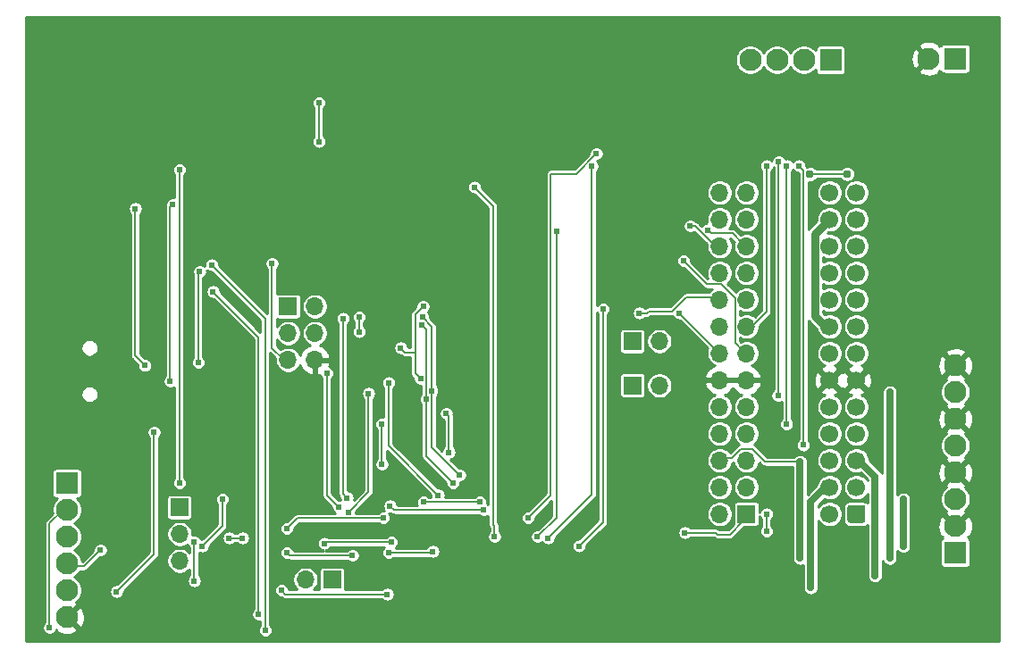
<source format=gbr>
%TF.GenerationSoftware,KiCad,Pcbnew,(5.1.6)-1*%
%TF.CreationDate,2021-03-15T19:33:02-07:00*%
%TF.ProjectId,DJetECUTester,444a6574-4543-4555-9465-737465722e6b,rev?*%
%TF.SameCoordinates,Original*%
%TF.FileFunction,Copper,L2,Bot*%
%TF.FilePolarity,Positive*%
%FSLAX46Y46*%
G04 Gerber Fmt 4.6, Leading zero omitted, Abs format (unit mm)*
G04 Created by KiCad (PCBNEW (5.1.6)-1) date 2021-03-15 19:33:02*
%MOMM*%
%LPD*%
G01*
G04 APERTURE LIST*
%TA.AperFunction,ComponentPad*%
%ADD10C,1.700000*%
%TD*%
%TA.AperFunction,ComponentPad*%
%ADD11C,2.100000*%
%TD*%
%TA.AperFunction,ComponentPad*%
%ADD12R,2.100000X2.100000*%
%TD*%
%TA.AperFunction,ComponentPad*%
%ADD13R,1.700000X1.700000*%
%TD*%
%TA.AperFunction,ComponentPad*%
%ADD14O,1.700000X1.700000*%
%TD*%
%TA.AperFunction,ViaPad*%
%ADD15C,0.620000*%
%TD*%
%TA.AperFunction,ViaPad*%
%ADD16C,0.684000*%
%TD*%
%TA.AperFunction,ViaPad*%
%ADD17C,0.780000*%
%TD*%
%TA.AperFunction,Conductor*%
%ADD18C,0.152400*%
%TD*%
%TA.AperFunction,Conductor*%
%ADD19C,0.780000*%
%TD*%
%TA.AperFunction,Conductor*%
%ADD20C,0.684000*%
%TD*%
%TA.AperFunction,Conductor*%
%ADD21C,0.254000*%
%TD*%
G04 APERTURE END LIST*
%TO.P,J2,1*%
%TO.N,/ECU_AIRTEMP*%
%TA.AperFunction,ComponentPad*%
G36*
G01*
X253961000Y-113446000D02*
X253961000Y-114646000D01*
G75*
G02*
X253711000Y-114896000I-250000J0D01*
G01*
X252511000Y-114896000D01*
G75*
G02*
X252261000Y-114646000I0J250000D01*
G01*
X252261000Y-113446000D01*
G75*
G02*
X252511000Y-113196000I250000J0D01*
G01*
X253711000Y-113196000D01*
G75*
G02*
X253961000Y-113446000I0J-250000D01*
G01*
G37*
%TD.AperFunction*%
D10*
%TO.P,J2,3*%
%TO.N,/ECU_INJGROUP1*%
X253111000Y-111506000D03*
%TO.P,J2,5*%
%TO.N,/ECU_INJGROUP3*%
X253111000Y-108966000D03*
%TO.P,J2,7*%
%TO.N,/MPS-7*%
X253111000Y-106426000D03*
%TO.P,J2,9*%
%TO.N,/ECU_TPSACCEL1*%
X253111000Y-103886000D03*
%TO.P,J2,11*%
%TO.N,GND*%
X253111000Y-101346000D03*
%TO.P,J2,13*%
%TO.N,/ECU_TRIGGERGROUP2*%
X253111000Y-98806000D03*
%TO.P,J2,15*%
%TO.N,/MPS-15*%
X253111000Y-96266000D03*
%TO.P,J2,17*%
%TO.N,/ECU_TPSIDLE*%
X253111000Y-93726000D03*
%TO.P,J2,19*%
%TO.N,/ECU_FUELPUMPRELAY*%
X253111000Y-91186000D03*
%TO.P,J2,21*%
%TO.N,/ECU_TRIGGERGROUP1*%
X253111000Y-88646000D03*
%TO.P,J2,23*%
%TO.N,/ECU_COOLANTTEMP*%
X253111000Y-86106000D03*
%TO.P,J2,25*%
%TO.N,/ECU_DIAGGROUP13*%
X253111000Y-83566000D03*
%TO.P,J2,2*%
%TO.N,/ECU_TPSWOT*%
X250571000Y-114046000D03*
%TO.P,J2,4*%
%TO.N,/ECU_INJGROUP2*%
X250571000Y-111506000D03*
%TO.P,J2,6*%
%TO.N,/ECU_INJGROUP4*%
X250571000Y-108966000D03*
%TO.P,J2,8*%
%TO.N,/MPS-8*%
X250571000Y-106426000D03*
%TO.P,J2,10*%
%TO.N,/MPS-10*%
X250571000Y-103886000D03*
%TO.P,J2,12*%
%TO.N,GND*%
X250571000Y-101346000D03*
%TO.P,J2,14*%
%TO.N,/ECU_TRIGGERGROUP4*%
X250571000Y-98806000D03*
%TO.P,J2,16*%
%TO.N,+12V*%
X250571000Y-96266000D03*
%TO.P,J2,18*%
%TO.N,/ECU_COLDSTARTRELAY*%
X250571000Y-93726000D03*
%TO.P,J2,20*%
%TO.N,/ECU_TPSACCEL2*%
X250571000Y-91186000D03*
%TO.P,J2,22*%
%TO.N,/ECU_TRIGGERGROUP3*%
X250571000Y-88646000D03*
%TO.P,J2,24*%
%TO.N,+12V*%
X250571000Y-86106000D03*
%TO.P,J2,26*%
%TO.N,Net-(J2-Pad26)*%
X250571000Y-83566000D03*
%TD*%
D11*
%TO.P,J6,4*%
%TO.N,/MPS-15*%
X243045000Y-70993000D03*
%TO.P,J6,3*%
%TO.N,/MPS-10*%
X245585000Y-70993000D03*
%TO.P,J6,2*%
%TO.N,/MPS-8*%
X248125000Y-70993000D03*
D12*
%TO.P,J6,1*%
%TO.N,/MPS-7*%
X250665000Y-70993000D03*
%TD*%
D11*
%TO.P,J8,8*%
%TO.N,GND*%
X262500000Y-99949000D03*
%TO.P,J8,7*%
%TO.N,/ECU_INJGROUP4*%
X262500000Y-102489000D03*
%TO.P,J8,6*%
%TO.N,GND*%
X262500000Y-105029000D03*
%TO.P,J8,5*%
%TO.N,/ECU_INJGROUP3*%
X262500000Y-107569000D03*
%TO.P,J8,4*%
%TO.N,GND*%
X262500000Y-110109000D03*
%TO.P,J8,3*%
%TO.N,/ECU_INJGROUP2*%
X262500000Y-112649000D03*
%TO.P,J8,2*%
%TO.N,GND*%
X262500000Y-115189000D03*
D12*
%TO.P,J8,1*%
%TO.N,/ECU_INJGROUP1*%
X262500000Y-117729000D03*
%TD*%
%TO.P,J7,1*%
%TO.N,/Vacuum/VACVCC*%
X178308000Y-111125000D03*
D11*
%TO.P,J7,2*%
%TO.N,Net-(J7-Pad2)*%
X178308000Y-113665000D03*
%TO.P,J7,3*%
%TO.N,Net-(J7-Pad3)*%
X178308000Y-116205000D03*
%TO.P,J7,4*%
%TO.N,Net-(J7-Pad4)*%
X178308000Y-118745000D03*
%TO.P,J7,5*%
%TO.N,Net-(J7-Pad5)*%
X178308000Y-121285000D03*
%TO.P,J7,6*%
%TO.N,GND*%
X178308000Y-123825000D03*
%TD*%
D13*
%TO.P,J1,1*%
%TO.N,/MISO*%
X199263000Y-94361000D03*
D14*
%TO.P,J1,2*%
%TO.N,+5V*%
X201803000Y-94361000D03*
%TO.P,J1,3*%
%TO.N,/SCK*%
X199263000Y-96901000D03*
%TO.P,J1,4*%
%TO.N,/MOSI*%
X201803000Y-96901000D03*
%TO.P,J1,5*%
%TO.N,/~RESET*%
X199263000Y-99441000D03*
%TO.P,J1,6*%
%TO.N,GND*%
X201803000Y-99441000D03*
%TD*%
D13*
%TO.P,J4,1*%
%TO.N,/ECU_AIRTEMP*%
X242697000Y-114046000D03*
D14*
%TO.P,J4,2*%
%TO.N,/ECU_TPSWOT*%
X240157000Y-114046000D03*
%TO.P,J4,3*%
%TO.N,/ECU_INJGROUP1*%
X242697000Y-111506000D03*
%TO.P,J4,4*%
%TO.N,/ECU_INJGROUP2*%
X240157000Y-111506000D03*
%TO.P,J4,5*%
%TO.N,/ECU_INJGROUP3*%
X242697000Y-108966000D03*
%TO.P,J4,6*%
%TO.N,/ECU_INJGROUP4*%
X240157000Y-108966000D03*
%TO.P,J4,7*%
%TO.N,/MPS-7*%
X242697000Y-106426000D03*
%TO.P,J4,8*%
%TO.N,/MPS-8*%
X240157000Y-106426000D03*
%TO.P,J4,9*%
%TO.N,/ECU_TPSACCEL1*%
X242697000Y-103886000D03*
%TO.P,J4,10*%
%TO.N,/MPS-10*%
X240157000Y-103886000D03*
%TO.P,J4,11*%
%TO.N,GND*%
X242697000Y-101346000D03*
%TO.P,J4,12*%
X240157000Y-101346000D03*
%TO.P,J4,13*%
%TO.N,/ECU_TRIGGERGROUP2*%
X242697000Y-98806000D03*
%TO.P,J4,14*%
%TO.N,/ECU_TRIGGERGROUP4*%
X240157000Y-98806000D03*
%TO.P,J4,15*%
%TO.N,/MPS-15*%
X242697000Y-96266000D03*
%TO.P,J4,16*%
%TO.N,+12V*%
X240157000Y-96266000D03*
%TO.P,J4,17*%
%TO.N,/ECU_TPSIDLE*%
X242697000Y-93726000D03*
%TO.P,J4,18*%
%TO.N,/ECU_COLDSTARTRELAY*%
X240157000Y-93726000D03*
%TO.P,J4,19*%
%TO.N,/ECU_FUELPUMPRELAY*%
X242697000Y-91186000D03*
%TO.P,J4,20*%
%TO.N,/ECU_TPSACCEL2*%
X240157000Y-91186000D03*
%TO.P,J4,21*%
%TO.N,/ECU_TRIGGERGROUP1*%
X242697000Y-88646000D03*
%TO.P,J4,22*%
%TO.N,/ECU_TRIGGERGROUP3*%
X240157000Y-88646000D03*
%TO.P,J4,23*%
%TO.N,/ECU_COOLANTTEMP*%
X242697000Y-86106000D03*
%TO.P,J4,24*%
%TO.N,+12V*%
X240157000Y-86106000D03*
%TO.P,J4,25*%
%TO.N,/ECU_DIAGGROUP13*%
X242697000Y-83566000D03*
%TO.P,J4,26*%
%TO.N,Net-(J4-Pad26)*%
X240157000Y-83566000D03*
%TD*%
D12*
%TO.P,J5,1*%
%TO.N,+12V*%
X262509000Y-70866000D03*
D11*
%TO.P,J5,2*%
%TO.N,GND*%
X259969000Y-70866000D03*
%TD*%
D13*
%TO.P,JP1,1*%
%TO.N,Net-(JP1-Pad1)*%
X203454000Y-120269000D03*
D14*
%TO.P,JP1,2*%
%TO.N,Net-(JP1-Pad2)*%
X200914000Y-120269000D03*
%TD*%
D13*
%TO.P,JP2,1*%
%TO.N,Net-(JP2-Pad1)*%
X231902000Y-101854000D03*
D14*
%TO.P,JP2,2*%
%TO.N,/ECU_AIRTEMP*%
X234442000Y-101854000D03*
%TD*%
%TO.P,JP3,2*%
%TO.N,/ECU_COOLANTTEMP*%
X234442000Y-97663000D03*
D13*
%TO.P,JP3,1*%
%TO.N,Net-(JP3-Pad1)*%
X231902000Y-97663000D03*
%TD*%
%TO.P,JP4,1*%
%TO.N,+12V*%
X188976000Y-113411000D03*
D14*
%TO.P,JP4,2*%
%TO.N,/Vacuum/VACVCC*%
X188976000Y-115951000D03*
%TO.P,JP4,3*%
%TO.N,+5V*%
X188976000Y-118491000D03*
%TD*%
D15*
%TO.N,GND*%
X195500000Y-73500000D03*
X183769000Y-89154000D03*
X203708000Y-99187000D03*
X205740000Y-101854000D03*
X209677000Y-99441000D03*
X208788000Y-96901000D03*
X221107000Y-94996000D03*
X217932000Y-96901000D03*
X209296000Y-109474000D03*
X211582000Y-115062000D03*
X210185000Y-115824000D03*
X214376000Y-120777000D03*
X209423000Y-120523000D03*
X211455000Y-120523000D03*
X232222000Y-115504000D03*
X232095000Y-111694000D03*
X232349000Y-107884000D03*
X202311000Y-68199000D03*
X199390000Y-68199000D03*
X208915000Y-68199000D03*
X198882000Y-82550000D03*
X198501000Y-85725000D03*
X175514000Y-68199000D03*
X175514000Y-72009000D03*
X175514000Y-76200000D03*
X175514000Y-80137000D03*
X175514000Y-83693000D03*
X175514000Y-89027000D03*
X175641000Y-94615000D03*
X194437000Y-102362000D03*
X191516000Y-102235000D03*
X200152000Y-103632000D03*
X205867000Y-107823000D03*
X181483000Y-107823000D03*
X184785000Y-112776000D03*
X177673000Y-100203000D03*
X233299000Y-122428000D03*
X225425000Y-122428000D03*
X221488000Y-104267000D03*
X236474000Y-102616000D03*
X190881000Y-88011000D03*
X190754000Y-84328000D03*
X186563000Y-81661000D03*
X187833000Y-108077000D03*
X255778000Y-73406000D03*
X265430000Y-71120000D03*
X265430000Y-77343000D03*
X265430000Y-83820000D03*
X265430000Y-89916000D03*
X265430000Y-96266000D03*
X265430000Y-102743000D03*
X265430000Y-109093000D03*
X265430000Y-116586000D03*
X259461000Y-83820000D03*
X259588000Y-89916000D03*
X259588000Y-96266000D03*
X214757000Y-68199000D03*
X220980000Y-68072000D03*
X227965000Y-68072000D03*
X234569000Y-67945000D03*
X240792000Y-67945000D03*
X248285000Y-67945000D03*
X255778000Y-67945000D03*
X234569000Y-72517000D03*
X227965000Y-72517000D03*
X220980000Y-72390000D03*
X228092000Y-77089000D03*
X234569000Y-76962000D03*
X239395000Y-78232000D03*
X213106000Y-76962000D03*
X215519000Y-79502000D03*
X239522000Y-122301000D03*
X243967000Y-118364000D03*
X175133000Y-117856000D03*
X175133000Y-110490000D03*
X209677000Y-81280000D03*
%TO.N,+5V*%
X209042000Y-116713000D03*
X202692000Y-116840000D03*
X202184000Y-75057000D03*
X202184000Y-78740000D03*
X190754000Y-99695000D03*
X190881000Y-91059000D03*
X193675000Y-116332000D03*
X194945000Y-116332000D03*
X214503000Y-108204000D03*
X214249000Y-104521000D03*
%TO.N,+12V*%
X188976000Y-111125000D03*
X188976000Y-81407000D03*
%TO.N,/~RESET*%
X202946000Y-100711000D03*
X204089000Y-113411000D03*
X197739000Y-90297000D03*
%TO.N,/MISO*%
X214884000Y-111125000D03*
X212344000Y-103154610D03*
X211963000Y-96139000D03*
%TO.N,/SCK*%
X213487000Y-112268000D03*
X208788000Y-101600000D03*
X212059390Y-94361000D03*
X211805390Y-101219000D03*
X209931000Y-98298000D03*
%TO.N,/MOSI*%
X215519000Y-110363000D03*
X211987953Y-95366991D03*
X212882610Y-102362000D03*
X205994000Y-95377000D03*
X205994000Y-96774000D03*
%TO.N,/ECU_AIRTEMP*%
X236855000Y-115824000D03*
D16*
%TO.N,/ECU_INJGROUP3*%
X254889000Y-119888000D03*
D15*
%TO.N,/MPS-7*%
X247650000Y-81026000D03*
X248095399Y-107504601D03*
%TO.N,/ECU_TRIGGERGROUP2*%
X236728000Y-90043000D03*
%TO.N,/MPS-15*%
X244602000Y-81026000D03*
%TO.N,/ECU_TRIGGERGROUP1*%
X239013855Y-87122145D03*
D17*
%TO.N,/ECU_DIAGGROUP13*%
X252222000Y-81788000D03*
X248714009Y-81807209D03*
D15*
%TO.N,/ECU_TPSWOT*%
X244602000Y-114046000D03*
X244602000Y-115697000D03*
D16*
%TO.N,/ECU_INJGROUP2*%
X248793000Y-117094000D03*
X248793000Y-121031000D03*
X257556000Y-112649000D03*
X257556000Y-117094000D03*
%TO.N,/ECU_INJGROUP4*%
X256286000Y-102489000D03*
X256286000Y-118237000D03*
X247777000Y-118237000D03*
X247777000Y-109093000D03*
D15*
%TO.N,/MPS-8*%
X246501076Y-105503211D03*
X246507000Y-81026000D03*
%TO.N,/MPS-10*%
X245745000Y-80645000D03*
X245682399Y-102807399D03*
%TO.N,/ECU_TRIGGERGROUP4*%
X236347000Y-94996000D03*
%TO.N,/ECU_COLDSTARTRELAY*%
X232537000Y-94996000D03*
%TO.N,/ECU_TRIGGERGROUP3*%
X237363000Y-86741000D03*
%TO.N,Net-(J3-Pad2)*%
X184785000Y-85090000D03*
X185703307Y-99963390D03*
%TO.N,Net-(J3-Pad3)*%
X188087000Y-101473000D03*
X188341000Y-84709000D03*
%TO.N,Net-(J7-Pad4)*%
X193040000Y-112649000D03*
X191135000Y-117094000D03*
X181483000Y-117475000D03*
%TO.N,/TX*%
X192024000Y-90424000D03*
X197104000Y-125095000D03*
%TO.N,/RX*%
X192151000Y-92964000D03*
X196469000Y-123571000D03*
%TO.N,/STATUS*%
X208280000Y-114427000D03*
X199136000Y-115443000D03*
%TO.N,/TPSIDLE*%
X212090000Y-112903000D03*
X217424000Y-112903000D03*
%TO.N,/TPSACCEL1*%
X217805000Y-113665000D03*
X208915000Y-113284000D03*
%TO.N,/TPSACCEL2*%
X208153000Y-109347000D03*
X208122390Y-105537000D03*
%TO.N,/~AIRTEMP_CS*%
X206883000Y-102616000D03*
X204978000Y-113888390D03*
%TO.N,/~COOLANTTEMP_CS*%
X204851000Y-112522000D03*
X204470000Y-95504000D03*
%TO.N,/TRIGGERGROUP1*%
X221996000Y-114427000D03*
X228473000Y-79883000D03*
%TO.N,/TRIGGERGROUP2*%
X223901000Y-116332000D03*
X228047046Y-81070664D03*
%TO.N,/TRIGGERGROUP3*%
X222885000Y-116205000D03*
X224693610Y-87249000D03*
%TO.N,/TRIGGERGROUP4*%
X208788000Y-117729000D03*
X212979000Y-117602000D03*
X226822000Y-117094000D03*
X229108000Y-94615000D03*
%TO.N,/VAC1*%
X208661000Y-121666000D03*
X198628000Y-121285000D03*
%TO.N,/VAC2*%
X205359000Y-117983000D03*
X199136000Y-117729000D03*
%TO.N,/CSV*%
X218821000Y-116205000D03*
X216916000Y-83058000D03*
%TO.N,Net-(J7-Pad5)*%
X186563000Y-106299000D03*
X183007000Y-121412000D03*
%TO.N,Net-(J7-Pad2)*%
X176657000Y-124841000D03*
%TO.N,/Vacuum/VACVCC*%
X190373000Y-116713000D03*
X190373000Y-120396000D03*
%TD*%
D18*
%TO.N,GND*%
X209423000Y-120523000D02*
X211455000Y-120523000D01*
%TO.N,+5V*%
X209042000Y-116713000D02*
X202819000Y-116713000D01*
X202819000Y-116713000D02*
X202692000Y-116840000D01*
X202184000Y-75057000D02*
X202184000Y-78740000D01*
X190754000Y-99695000D02*
X190754000Y-91186000D01*
X190754000Y-91186000D02*
X190881000Y-91059000D01*
X193675000Y-116332000D02*
X194945000Y-116332000D01*
X214503000Y-108204000D02*
X214503000Y-104775000D01*
X214503000Y-104775000D02*
X214249000Y-104521000D01*
%TO.N,+12V*%
X188976000Y-111125000D02*
X188976000Y-81407000D01*
D19*
X249178599Y-87498401D02*
X249178599Y-95254599D01*
X250571000Y-86106000D02*
X249178599Y-87498401D01*
X249178599Y-95254599D02*
X250317000Y-96393000D01*
D18*
%TO.N,/~RESET*%
X202946000Y-100711000D02*
X202946000Y-112268000D01*
X202946000Y-112268000D02*
X204089000Y-113411000D01*
X197739000Y-90297000D02*
X197739000Y-98298000D01*
X197739000Y-98298000D02*
X198882000Y-99441000D01*
%TO.N,/MISO*%
X212344000Y-108585000D02*
X212344000Y-103154610D01*
X214884000Y-111125000D02*
X212344000Y-108585000D01*
X212344000Y-96520000D02*
X211963000Y-96139000D01*
X212344000Y-103154610D02*
X212344000Y-96520000D01*
%TO.N,/SCK*%
X208788000Y-107569000D02*
X208788000Y-101600000D01*
X213487000Y-112268000D02*
X208788000Y-107569000D01*
X212059390Y-94361000D02*
X211297398Y-95122992D01*
X211297398Y-100711008D02*
X211805390Y-101219000D01*
X210342602Y-98709602D02*
X211297398Y-98709602D01*
X209931000Y-98298000D02*
X210342602Y-98709602D01*
X211297398Y-95122992D02*
X211297398Y-98709602D01*
X211297398Y-98709602D02*
X211297398Y-100711008D01*
%TO.N,/MOSI*%
X215519000Y-110363000D02*
X212882610Y-107726610D01*
X212882610Y-102362000D02*
X212882610Y-96261648D01*
X212882610Y-96261648D02*
X211987953Y-95366991D01*
X212882610Y-107726610D02*
X212882610Y-102362000D01*
X205994000Y-95377000D02*
X205994000Y-96774000D01*
%TO.N,/ECU_AIRTEMP*%
X236855000Y-115824000D02*
X239771480Y-115824000D01*
X239929081Y-115981601D02*
X241142399Y-115981601D01*
X239771480Y-115824000D02*
X239929081Y-115981601D01*
X241142399Y-115981601D02*
X242443000Y-114681000D01*
D20*
%TO.N,/ECU_INJGROUP3*%
X254889000Y-119888000D02*
X254889000Y-110490000D01*
X254889000Y-110490000D02*
X253365000Y-108966000D01*
D18*
%TO.N,/MPS-7*%
X248095399Y-81471399D02*
X248095399Y-107504601D01*
X247650000Y-81026000D02*
X248095399Y-81471399D01*
%TO.N,/ECU_TRIGGERGROUP2*%
X241618399Y-97854399D02*
X242443000Y-98679000D01*
X241618399Y-93591069D02*
X241618399Y-97854399D01*
X240291931Y-92264601D02*
X241618399Y-93591069D01*
X236728000Y-90043000D02*
X238949601Y-92264601D01*
X238949601Y-92264601D02*
X240291931Y-92264601D01*
%TO.N,/MPS-15*%
X244602000Y-81026000D02*
X244602000Y-94869000D01*
X244602000Y-94869000D02*
X243205000Y-96266000D01*
%TO.N,/ECU_TRIGGERGROUP1*%
X241356144Y-87432144D02*
X239323854Y-87432144D01*
X239323854Y-87432144D02*
X239013855Y-87122145D01*
X242316000Y-88392000D02*
X241356144Y-87432144D01*
%TO.N,/ECU_DIAGGROUP13*%
X248733218Y-81788000D02*
X248714009Y-81807209D01*
X252222000Y-81788000D02*
X248733218Y-81788000D01*
%TO.N,/ECU_TPSWOT*%
X244602000Y-114046000D02*
X244602000Y-115697000D01*
D20*
%TO.N,/ECU_INJGROUP2*%
X248793000Y-117094000D02*
X248793000Y-112903000D01*
X248793000Y-112903000D02*
X250063000Y-111633000D01*
X248793000Y-117094000D02*
X248793000Y-121031000D01*
X257556000Y-112649000D02*
X257556000Y-117094000D01*
%TO.N,/ECU_INJGROUP4*%
X256286000Y-102489000D02*
X256286000Y-118237000D01*
X247777000Y-118237000D02*
X247777000Y-109093000D01*
D18*
X247777000Y-109093000D02*
X244475000Y-109093000D01*
X243269399Y-107887399D02*
X242124601Y-107887399D01*
X244475000Y-109093000D02*
X243269399Y-107887399D01*
X242124601Y-107887399D02*
X241300000Y-108712000D01*
X241300000Y-108712000D02*
X240157000Y-108712000D01*
%TO.N,/MPS-8*%
X246507000Y-81026000D02*
X246507000Y-105497287D01*
X246507000Y-105497287D02*
X246501076Y-105503211D01*
%TO.N,/MPS-10*%
X245745000Y-80645000D02*
X245745000Y-102744798D01*
X245745000Y-102744798D02*
X245682399Y-102807399D01*
%TO.N,/ECU_TRIGGERGROUP4*%
X240157000Y-98806000D02*
X236347000Y-94996000D01*
%TO.N,/ECU_COLDSTARTRELAY*%
X233421471Y-94838399D02*
X235615601Y-94838399D01*
X232537000Y-94996000D02*
X233263870Y-94996000D01*
X233263870Y-94996000D02*
X233421471Y-94838399D01*
X235615601Y-94838399D02*
X236982000Y-93472000D01*
X236982000Y-93472000D02*
X240030000Y-93472000D01*
%TO.N,/ECU_TRIGGERGROUP3*%
X237363000Y-86741000D02*
X237871000Y-86741000D01*
X237871000Y-86741000D02*
X239776000Y-88646000D01*
%TO.N,Net-(J3-Pad2)*%
X184785000Y-85090000D02*
X184785000Y-99045083D01*
X184785000Y-99045083D02*
X185703307Y-99963390D01*
%TO.N,Net-(J3-Pad3)*%
X188087000Y-101473000D02*
X188087000Y-84963000D01*
X188087000Y-84963000D02*
X188341000Y-84709000D01*
%TO.N,Net-(J7-Pad4)*%
X193040000Y-115189000D02*
X191135000Y-117094000D01*
X193040000Y-112649000D02*
X193040000Y-115189000D01*
X181483000Y-117475000D02*
X179959000Y-118999000D01*
X179959000Y-118999000D02*
X178689000Y-118999000D01*
%TO.N,/TX*%
X192024000Y-90424000D02*
X197104000Y-95504000D01*
X197104000Y-95504000D02*
X197104000Y-125095000D01*
%TO.N,/RX*%
X192151000Y-92964000D02*
X196469000Y-97282000D01*
X196469000Y-97282000D02*
X196469000Y-123571000D01*
%TO.N,/STATUS*%
X208280000Y-114427000D02*
X200152000Y-114427000D01*
X200152000Y-114427000D02*
X199136000Y-115443000D01*
%TO.N,/TPSIDLE*%
X212090000Y-112903000D02*
X217424000Y-112903000D01*
%TO.N,/TPSACCEL1*%
X217805000Y-113665000D02*
X209296000Y-113665000D01*
X209296000Y-113665000D02*
X208915000Y-113284000D01*
%TO.N,/TPSACCEL2*%
X208153000Y-105567610D02*
X208122390Y-105537000D01*
X208153000Y-109347000D02*
X208153000Y-105567610D01*
%TO.N,/~AIRTEMP_CS*%
X206883000Y-102616000D02*
X206883000Y-111983390D01*
X206883000Y-111983390D02*
X204978000Y-113888390D01*
%TO.N,/~COOLANTTEMP_CS*%
X204851000Y-112522000D02*
X204470000Y-112141000D01*
X204470000Y-112141000D02*
X204470000Y-95504000D01*
%TO.N,/TRIGGERGROUP1*%
X221996000Y-114427000D02*
X224155000Y-112268000D01*
X224155000Y-112268000D02*
X224155000Y-81788000D01*
X226568000Y-81788000D02*
X228473000Y-79883000D01*
X224155000Y-81788000D02*
X226568000Y-81788000D01*
%TO.N,/TRIGGERGROUP2*%
X228047046Y-112185954D02*
X228047046Y-81070664D01*
X223901000Y-116332000D02*
X228047046Y-112185954D01*
%TO.N,/TRIGGERGROUP3*%
X222885000Y-116205000D02*
X224693610Y-114396390D01*
X224693610Y-114396390D02*
X224693610Y-87249000D01*
%TO.N,/TRIGGERGROUP4*%
X212852000Y-117729000D02*
X212979000Y-117602000D01*
X208788000Y-117729000D02*
X212852000Y-117729000D01*
X229108000Y-114808000D02*
X229108000Y-94615000D01*
X226822000Y-117094000D02*
X229108000Y-114808000D01*
%TO.N,/VAC1*%
X208661000Y-121666000D02*
X199009000Y-121666000D01*
X199009000Y-121666000D02*
X198628000Y-121285000D01*
%TO.N,/VAC2*%
X205359000Y-117983000D02*
X199390000Y-117983000D01*
X199390000Y-117983000D02*
X199136000Y-117729000D01*
%TO.N,/CSV*%
X218821000Y-115182242D02*
X218694000Y-115055242D01*
X218821000Y-116205000D02*
X218821000Y-115182242D01*
X218694000Y-115055242D02*
X218694000Y-84836000D01*
X218694000Y-84836000D02*
X216916000Y-83058000D01*
%TO.N,Net-(J7-Pad5)*%
X186563000Y-106299000D02*
X186563000Y-117856000D01*
X186563000Y-117856000D02*
X183007000Y-121412000D01*
%TO.N,Net-(J7-Pad2)*%
X176657000Y-124841000D02*
X176657000Y-114935000D01*
X176657000Y-114935000D02*
X178054000Y-113538000D01*
%TO.N,/Vacuum/VACVCC*%
X190373000Y-116713000D02*
X190373000Y-120396000D01*
%TD*%
D21*
%TO.N,GND*%
G36*
X266594000Y-126094000D02*
G01*
X174406000Y-126094000D01*
X174406000Y-124772942D01*
X175966000Y-124772942D01*
X175966000Y-124909058D01*
X175992555Y-125042557D01*
X176044644Y-125168311D01*
X176120266Y-125281487D01*
X176216513Y-125377734D01*
X176329689Y-125453356D01*
X176455443Y-125505445D01*
X176588942Y-125532000D01*
X176725058Y-125532000D01*
X176858557Y-125505445D01*
X176984311Y-125453356D01*
X177097487Y-125377734D01*
X177193734Y-125281487D01*
X177269356Y-125168311D01*
X177321445Y-125042557D01*
X177325810Y-125020612D01*
X177418339Y-125265579D01*
X177716477Y-125411463D01*
X178037346Y-125496380D01*
X178368617Y-125517066D01*
X178697557Y-125472728D01*
X179011527Y-125365069D01*
X179197661Y-125265579D01*
X179299461Y-124996066D01*
X178308000Y-124004605D01*
X178293858Y-124018748D01*
X178114253Y-123839143D01*
X178128395Y-123825000D01*
X178487605Y-123825000D01*
X179479066Y-124816461D01*
X179748579Y-124714661D01*
X179894463Y-124416523D01*
X179979380Y-124095654D01*
X180000066Y-123764383D01*
X179955728Y-123435443D01*
X179848069Y-123121473D01*
X179748579Y-122935339D01*
X179479066Y-122833539D01*
X178487605Y-123825000D01*
X178128395Y-123825000D01*
X178114253Y-123810858D01*
X178293858Y-123631253D01*
X178308000Y-123645395D01*
X179299461Y-122653934D01*
X179205857Y-122406120D01*
X179220209Y-122396530D01*
X179419530Y-122197209D01*
X179576136Y-121962833D01*
X179684007Y-121702407D01*
X179739000Y-121425941D01*
X179739000Y-121343942D01*
X182316000Y-121343942D01*
X182316000Y-121480058D01*
X182342555Y-121613557D01*
X182394644Y-121739311D01*
X182470266Y-121852487D01*
X182566513Y-121948734D01*
X182679689Y-122024356D01*
X182805443Y-122076445D01*
X182938942Y-122103000D01*
X183075058Y-122103000D01*
X183208557Y-122076445D01*
X183334311Y-122024356D01*
X183447487Y-121948734D01*
X183543734Y-121852487D01*
X183619356Y-121739311D01*
X183671445Y-121613557D01*
X183698000Y-121480058D01*
X183698000Y-121367577D01*
X186870408Y-118195170D01*
X186887853Y-118180853D01*
X186910351Y-118153440D01*
X186944987Y-118111237D01*
X186968542Y-118067167D01*
X186987441Y-118031809D01*
X187013585Y-117945627D01*
X187020200Y-117878460D01*
X187020200Y-117878451D01*
X187022411Y-117856001D01*
X187020200Y-117833551D01*
X187020200Y-115829757D01*
X187745000Y-115829757D01*
X187745000Y-116072243D01*
X187792307Y-116310069D01*
X187885102Y-116534097D01*
X188019820Y-116735717D01*
X188191283Y-116907180D01*
X188392903Y-117041898D01*
X188616931Y-117134693D01*
X188854757Y-117182000D01*
X189097243Y-117182000D01*
X189335069Y-117134693D01*
X189559097Y-117041898D01*
X189717469Y-116936077D01*
X189760644Y-117040311D01*
X189836266Y-117153487D01*
X189915800Y-117233021D01*
X189915800Y-117689903D01*
X189760717Y-117534820D01*
X189559097Y-117400102D01*
X189335069Y-117307307D01*
X189097243Y-117260000D01*
X188854757Y-117260000D01*
X188616931Y-117307307D01*
X188392903Y-117400102D01*
X188191283Y-117534820D01*
X188019820Y-117706283D01*
X187885102Y-117907903D01*
X187792307Y-118131931D01*
X187745000Y-118369757D01*
X187745000Y-118612243D01*
X187792307Y-118850069D01*
X187885102Y-119074097D01*
X188019820Y-119275717D01*
X188191283Y-119447180D01*
X188392903Y-119581898D01*
X188616931Y-119674693D01*
X188854757Y-119722000D01*
X189097243Y-119722000D01*
X189335069Y-119674693D01*
X189559097Y-119581898D01*
X189760717Y-119447180D01*
X189915801Y-119292096D01*
X189915801Y-119875978D01*
X189836266Y-119955513D01*
X189760644Y-120068689D01*
X189708555Y-120194443D01*
X189682000Y-120327942D01*
X189682000Y-120464058D01*
X189708555Y-120597557D01*
X189760644Y-120723311D01*
X189836266Y-120836487D01*
X189932513Y-120932734D01*
X190045689Y-121008356D01*
X190171443Y-121060445D01*
X190304942Y-121087000D01*
X190441058Y-121087000D01*
X190574557Y-121060445D01*
X190700311Y-121008356D01*
X190813487Y-120932734D01*
X190909734Y-120836487D01*
X190985356Y-120723311D01*
X191037445Y-120597557D01*
X191064000Y-120464058D01*
X191064000Y-120327942D01*
X191037445Y-120194443D01*
X190985356Y-120068689D01*
X190909734Y-119955513D01*
X190830200Y-119875979D01*
X190830200Y-117715680D01*
X190933443Y-117758445D01*
X191066942Y-117785000D01*
X191203058Y-117785000D01*
X191336557Y-117758445D01*
X191462311Y-117706356D01*
X191575487Y-117630734D01*
X191671734Y-117534487D01*
X191747356Y-117421311D01*
X191799445Y-117295557D01*
X191826000Y-117162058D01*
X191826000Y-117049577D01*
X192611635Y-116263942D01*
X192984000Y-116263942D01*
X192984000Y-116400058D01*
X193010555Y-116533557D01*
X193062644Y-116659311D01*
X193138266Y-116772487D01*
X193234513Y-116868734D01*
X193347689Y-116944356D01*
X193473443Y-116996445D01*
X193606942Y-117023000D01*
X193743058Y-117023000D01*
X193876557Y-116996445D01*
X194002311Y-116944356D01*
X194115487Y-116868734D01*
X194195021Y-116789200D01*
X194424979Y-116789200D01*
X194504513Y-116868734D01*
X194617689Y-116944356D01*
X194743443Y-116996445D01*
X194876942Y-117023000D01*
X195013058Y-117023000D01*
X195146557Y-116996445D01*
X195272311Y-116944356D01*
X195385487Y-116868734D01*
X195481734Y-116772487D01*
X195557356Y-116659311D01*
X195609445Y-116533557D01*
X195636000Y-116400058D01*
X195636000Y-116263942D01*
X195609445Y-116130443D01*
X195557356Y-116004689D01*
X195481734Y-115891513D01*
X195385487Y-115795266D01*
X195272311Y-115719644D01*
X195146557Y-115667555D01*
X195013058Y-115641000D01*
X194876942Y-115641000D01*
X194743443Y-115667555D01*
X194617689Y-115719644D01*
X194504513Y-115795266D01*
X194424979Y-115874800D01*
X194195021Y-115874800D01*
X194115487Y-115795266D01*
X194002311Y-115719644D01*
X193876557Y-115667555D01*
X193743058Y-115641000D01*
X193606942Y-115641000D01*
X193473443Y-115667555D01*
X193347689Y-115719644D01*
X193234513Y-115795266D01*
X193138266Y-115891513D01*
X193062644Y-116004689D01*
X193010555Y-116130443D01*
X192984000Y-116263942D01*
X192611635Y-116263942D01*
X193347408Y-115528170D01*
X193364853Y-115513853D01*
X193421987Y-115444236D01*
X193464441Y-115364809D01*
X193490585Y-115278627D01*
X193497200Y-115211460D01*
X193497200Y-115211450D01*
X193499411Y-115189000D01*
X193497200Y-115166550D01*
X193497200Y-113169021D01*
X193576734Y-113089487D01*
X193652356Y-112976311D01*
X193704445Y-112850557D01*
X193731000Y-112717058D01*
X193731000Y-112580942D01*
X193704445Y-112447443D01*
X193652356Y-112321689D01*
X193576734Y-112208513D01*
X193480487Y-112112266D01*
X193367311Y-112036644D01*
X193241557Y-111984555D01*
X193108058Y-111958000D01*
X192971942Y-111958000D01*
X192838443Y-111984555D01*
X192712689Y-112036644D01*
X192599513Y-112112266D01*
X192503266Y-112208513D01*
X192427644Y-112321689D01*
X192375555Y-112447443D01*
X192349000Y-112580942D01*
X192349000Y-112717058D01*
X192375555Y-112850557D01*
X192427644Y-112976311D01*
X192503266Y-113089487D01*
X192582800Y-113169021D01*
X192582801Y-114999621D01*
X191179423Y-116403000D01*
X191066942Y-116403000D01*
X190998191Y-116416676D01*
X190985356Y-116385689D01*
X190909734Y-116272513D01*
X190813487Y-116176266D01*
X190700311Y-116100644D01*
X190574557Y-116048555D01*
X190441058Y-116022000D01*
X190304942Y-116022000D01*
X190207000Y-116041482D01*
X190207000Y-115829757D01*
X190159693Y-115591931D01*
X190066898Y-115367903D01*
X189932180Y-115166283D01*
X189760717Y-114994820D01*
X189559097Y-114860102D01*
X189335069Y-114767307D01*
X189097243Y-114720000D01*
X188854757Y-114720000D01*
X188616931Y-114767307D01*
X188392903Y-114860102D01*
X188191283Y-114994820D01*
X188019820Y-115166283D01*
X187885102Y-115367903D01*
X187792307Y-115591931D01*
X187745000Y-115829757D01*
X187020200Y-115829757D01*
X187020200Y-112561000D01*
X187743157Y-112561000D01*
X187743157Y-114261000D01*
X187750513Y-114335689D01*
X187772299Y-114407508D01*
X187807678Y-114473696D01*
X187855289Y-114531711D01*
X187913304Y-114579322D01*
X187979492Y-114614701D01*
X188051311Y-114636487D01*
X188126000Y-114643843D01*
X189826000Y-114643843D01*
X189900689Y-114636487D01*
X189972508Y-114614701D01*
X190038696Y-114579322D01*
X190096711Y-114531711D01*
X190144322Y-114473696D01*
X190179701Y-114407508D01*
X190201487Y-114335689D01*
X190208843Y-114261000D01*
X190208843Y-112561000D01*
X190201487Y-112486311D01*
X190179701Y-112414492D01*
X190144322Y-112348304D01*
X190096711Y-112290289D01*
X190038696Y-112242678D01*
X189972508Y-112207299D01*
X189900689Y-112185513D01*
X189826000Y-112178157D01*
X188126000Y-112178157D01*
X188051311Y-112185513D01*
X187979492Y-112207299D01*
X187913304Y-112242678D01*
X187855289Y-112290289D01*
X187807678Y-112348304D01*
X187772299Y-112414492D01*
X187750513Y-112486311D01*
X187743157Y-112561000D01*
X187020200Y-112561000D01*
X187020200Y-106819021D01*
X187099734Y-106739487D01*
X187175356Y-106626311D01*
X187227445Y-106500557D01*
X187254000Y-106367058D01*
X187254000Y-106230942D01*
X187227445Y-106097443D01*
X187175356Y-105971689D01*
X187099734Y-105858513D01*
X187003487Y-105762266D01*
X186890311Y-105686644D01*
X186764557Y-105634555D01*
X186631058Y-105608000D01*
X186494942Y-105608000D01*
X186361443Y-105634555D01*
X186235689Y-105686644D01*
X186122513Y-105762266D01*
X186026266Y-105858513D01*
X185950644Y-105971689D01*
X185898555Y-106097443D01*
X185872000Y-106230942D01*
X185872000Y-106367058D01*
X185898555Y-106500557D01*
X185950644Y-106626311D01*
X186026266Y-106739487D01*
X186105800Y-106819021D01*
X186105801Y-117666621D01*
X183051423Y-120721000D01*
X182938942Y-120721000D01*
X182805443Y-120747555D01*
X182679689Y-120799644D01*
X182566513Y-120875266D01*
X182470266Y-120971513D01*
X182394644Y-121084689D01*
X182342555Y-121210443D01*
X182316000Y-121343942D01*
X179739000Y-121343942D01*
X179739000Y-121144059D01*
X179684007Y-120867593D01*
X179576136Y-120607167D01*
X179419530Y-120372791D01*
X179220209Y-120173470D01*
X178985833Y-120016864D01*
X178981333Y-120015000D01*
X178985833Y-120013136D01*
X179220209Y-119856530D01*
X179419530Y-119657209D01*
X179553841Y-119456200D01*
X179936550Y-119456200D01*
X179959000Y-119458411D01*
X179981450Y-119456200D01*
X179981460Y-119456200D01*
X180048627Y-119449585D01*
X180134809Y-119423441D01*
X180214236Y-119380987D01*
X180283853Y-119323853D01*
X180298174Y-119306403D01*
X181438578Y-118166000D01*
X181551058Y-118166000D01*
X181684557Y-118139445D01*
X181810311Y-118087356D01*
X181923487Y-118011734D01*
X182019734Y-117915487D01*
X182095356Y-117802311D01*
X182147445Y-117676557D01*
X182174000Y-117543058D01*
X182174000Y-117406942D01*
X182147445Y-117273443D01*
X182095356Y-117147689D01*
X182019734Y-117034513D01*
X181923487Y-116938266D01*
X181810311Y-116862644D01*
X181684557Y-116810555D01*
X181551058Y-116784000D01*
X181414942Y-116784000D01*
X181281443Y-116810555D01*
X181155689Y-116862644D01*
X181042513Y-116938266D01*
X180946266Y-117034513D01*
X180870644Y-117147689D01*
X180818555Y-117273443D01*
X180792000Y-117406942D01*
X180792000Y-117519422D01*
X179769623Y-118541800D01*
X179726616Y-118541800D01*
X179684007Y-118327593D01*
X179576136Y-118067167D01*
X179419530Y-117832791D01*
X179220209Y-117633470D01*
X178985833Y-117476864D01*
X178981333Y-117475000D01*
X178985833Y-117473136D01*
X179220209Y-117316530D01*
X179419530Y-117117209D01*
X179576136Y-116882833D01*
X179684007Y-116622407D01*
X179739000Y-116345941D01*
X179739000Y-116064059D01*
X179684007Y-115787593D01*
X179576136Y-115527167D01*
X179419530Y-115292791D01*
X179220209Y-115093470D01*
X178985833Y-114936864D01*
X178981333Y-114935000D01*
X178985833Y-114933136D01*
X179220209Y-114776530D01*
X179419530Y-114577209D01*
X179576136Y-114342833D01*
X179684007Y-114082407D01*
X179739000Y-113805941D01*
X179739000Y-113524059D01*
X179684007Y-113247593D01*
X179576136Y-112987167D01*
X179419530Y-112752791D01*
X179224582Y-112557843D01*
X179358000Y-112557843D01*
X179432689Y-112550487D01*
X179504508Y-112528701D01*
X179570696Y-112493322D01*
X179628711Y-112445711D01*
X179676322Y-112387696D01*
X179711701Y-112321508D01*
X179733487Y-112249689D01*
X179740843Y-112175000D01*
X179740843Y-110075000D01*
X179733487Y-110000311D01*
X179711701Y-109928492D01*
X179676322Y-109862304D01*
X179628711Y-109804289D01*
X179570696Y-109756678D01*
X179504508Y-109721299D01*
X179432689Y-109699513D01*
X179358000Y-109692157D01*
X177258000Y-109692157D01*
X177183311Y-109699513D01*
X177111492Y-109721299D01*
X177045304Y-109756678D01*
X176987289Y-109804289D01*
X176939678Y-109862304D01*
X176904299Y-109928492D01*
X176882513Y-110000311D01*
X176875157Y-110075000D01*
X176875157Y-112175000D01*
X176882513Y-112249689D01*
X176904299Y-112321508D01*
X176939678Y-112387696D01*
X176987289Y-112445711D01*
X177045304Y-112493322D01*
X177111492Y-112528701D01*
X177183311Y-112550487D01*
X177258000Y-112557843D01*
X177391418Y-112557843D01*
X177196470Y-112752791D01*
X177039864Y-112987167D01*
X176931993Y-113247593D01*
X176877000Y-113524059D01*
X176877000Y-113805941D01*
X176920549Y-114024874D01*
X176349593Y-114595830D01*
X176332148Y-114610147D01*
X176317831Y-114627592D01*
X176317830Y-114627593D01*
X176275013Y-114679765D01*
X176244421Y-114737000D01*
X176232560Y-114759191D01*
X176206416Y-114845373D01*
X176205818Y-114851441D01*
X176197589Y-114935000D01*
X176199801Y-114957460D01*
X176199800Y-124320979D01*
X176120266Y-124400513D01*
X176044644Y-124513689D01*
X175992555Y-124639443D01*
X175966000Y-124772942D01*
X174406000Y-124772942D01*
X174406000Y-102620154D01*
X179615000Y-102620154D01*
X179615000Y-102783846D01*
X179646935Y-102944394D01*
X179709577Y-103095626D01*
X179800520Y-103231732D01*
X179916268Y-103347480D01*
X180052374Y-103438423D01*
X180203606Y-103501065D01*
X180364154Y-103533000D01*
X180527846Y-103533000D01*
X180688394Y-103501065D01*
X180839626Y-103438423D01*
X180975732Y-103347480D01*
X181091480Y-103231732D01*
X181182423Y-103095626D01*
X181245065Y-102944394D01*
X181277000Y-102783846D01*
X181277000Y-102620154D01*
X181245065Y-102459606D01*
X181182423Y-102308374D01*
X181091480Y-102172268D01*
X180975732Y-102056520D01*
X180839626Y-101965577D01*
X180688394Y-101902935D01*
X180527846Y-101871000D01*
X180364154Y-101871000D01*
X180203606Y-101902935D01*
X180052374Y-101965577D01*
X179916268Y-102056520D01*
X179800520Y-102172268D01*
X179709577Y-102308374D01*
X179646935Y-102459606D01*
X179615000Y-102620154D01*
X174406000Y-102620154D01*
X174406000Y-101404942D01*
X187396000Y-101404942D01*
X187396000Y-101541058D01*
X187422555Y-101674557D01*
X187474644Y-101800311D01*
X187550266Y-101913487D01*
X187646513Y-102009734D01*
X187759689Y-102085356D01*
X187885443Y-102137445D01*
X188018942Y-102164000D01*
X188155058Y-102164000D01*
X188288557Y-102137445D01*
X188414311Y-102085356D01*
X188518800Y-102015538D01*
X188518800Y-110604979D01*
X188439266Y-110684513D01*
X188363644Y-110797689D01*
X188311555Y-110923443D01*
X188285000Y-111056942D01*
X188285000Y-111193058D01*
X188311555Y-111326557D01*
X188363644Y-111452311D01*
X188439266Y-111565487D01*
X188535513Y-111661734D01*
X188648689Y-111737356D01*
X188774443Y-111789445D01*
X188907942Y-111816000D01*
X189044058Y-111816000D01*
X189177557Y-111789445D01*
X189303311Y-111737356D01*
X189416487Y-111661734D01*
X189512734Y-111565487D01*
X189588356Y-111452311D01*
X189640445Y-111326557D01*
X189667000Y-111193058D01*
X189667000Y-111056942D01*
X189640445Y-110923443D01*
X189588356Y-110797689D01*
X189512734Y-110684513D01*
X189433200Y-110604979D01*
X189433200Y-99626942D01*
X190063000Y-99626942D01*
X190063000Y-99763058D01*
X190089555Y-99896557D01*
X190141644Y-100022311D01*
X190217266Y-100135487D01*
X190313513Y-100231734D01*
X190426689Y-100307356D01*
X190552443Y-100359445D01*
X190685942Y-100386000D01*
X190822058Y-100386000D01*
X190955557Y-100359445D01*
X191081311Y-100307356D01*
X191194487Y-100231734D01*
X191290734Y-100135487D01*
X191366356Y-100022311D01*
X191418445Y-99896557D01*
X191445000Y-99763058D01*
X191445000Y-99626942D01*
X191418445Y-99493443D01*
X191366356Y-99367689D01*
X191290734Y-99254513D01*
X191211200Y-99174979D01*
X191211200Y-91669426D01*
X191321487Y-91595734D01*
X191417734Y-91499487D01*
X191493356Y-91386311D01*
X191545445Y-91260557D01*
X191572000Y-91127058D01*
X191572000Y-90990942D01*
X191561640Y-90938861D01*
X191583513Y-90960734D01*
X191696689Y-91036356D01*
X191822443Y-91088445D01*
X191955942Y-91115000D01*
X192068423Y-91115000D01*
X196646800Y-95693378D01*
X196646800Y-96813222D01*
X192842000Y-93008423D01*
X192842000Y-92895942D01*
X192815445Y-92762443D01*
X192763356Y-92636689D01*
X192687734Y-92523513D01*
X192591487Y-92427266D01*
X192478311Y-92351644D01*
X192352557Y-92299555D01*
X192219058Y-92273000D01*
X192082942Y-92273000D01*
X191949443Y-92299555D01*
X191823689Y-92351644D01*
X191710513Y-92427266D01*
X191614266Y-92523513D01*
X191538644Y-92636689D01*
X191486555Y-92762443D01*
X191460000Y-92895942D01*
X191460000Y-93032058D01*
X191486555Y-93165557D01*
X191538644Y-93291311D01*
X191614266Y-93404487D01*
X191710513Y-93500734D01*
X191823689Y-93576356D01*
X191949443Y-93628445D01*
X192082942Y-93655000D01*
X192195423Y-93655000D01*
X196011800Y-97471378D01*
X196011801Y-123050978D01*
X195932266Y-123130513D01*
X195856644Y-123243689D01*
X195804555Y-123369443D01*
X195778000Y-123502942D01*
X195778000Y-123639058D01*
X195804555Y-123772557D01*
X195856644Y-123898311D01*
X195932266Y-124011487D01*
X196028513Y-124107734D01*
X196141689Y-124183356D01*
X196267443Y-124235445D01*
X196400942Y-124262000D01*
X196537058Y-124262000D01*
X196646801Y-124240170D01*
X196646801Y-124574978D01*
X196567266Y-124654513D01*
X196491644Y-124767689D01*
X196439555Y-124893443D01*
X196413000Y-125026942D01*
X196413000Y-125163058D01*
X196439555Y-125296557D01*
X196491644Y-125422311D01*
X196567266Y-125535487D01*
X196663513Y-125631734D01*
X196776689Y-125707356D01*
X196902443Y-125759445D01*
X197035942Y-125786000D01*
X197172058Y-125786000D01*
X197305557Y-125759445D01*
X197431311Y-125707356D01*
X197544487Y-125631734D01*
X197640734Y-125535487D01*
X197716356Y-125422311D01*
X197768445Y-125296557D01*
X197795000Y-125163058D01*
X197795000Y-125026942D01*
X197768445Y-124893443D01*
X197716356Y-124767689D01*
X197640734Y-124654513D01*
X197561200Y-124574979D01*
X197561200Y-121216942D01*
X197937000Y-121216942D01*
X197937000Y-121353058D01*
X197963555Y-121486557D01*
X198015644Y-121612311D01*
X198091266Y-121725487D01*
X198187513Y-121821734D01*
X198300689Y-121897356D01*
X198426443Y-121949445D01*
X198559942Y-121976000D01*
X198671957Y-121976000D01*
X198684147Y-121990853D01*
X198701592Y-122005170D01*
X198753763Y-122047987D01*
X198796217Y-122070678D01*
X198833191Y-122090441D01*
X198919373Y-122116585D01*
X198986540Y-122123200D01*
X198986549Y-122123200D01*
X199008999Y-122125411D01*
X199031449Y-122123200D01*
X208140979Y-122123200D01*
X208220513Y-122202734D01*
X208333689Y-122278356D01*
X208459443Y-122330445D01*
X208592942Y-122357000D01*
X208729058Y-122357000D01*
X208862557Y-122330445D01*
X208988311Y-122278356D01*
X209101487Y-122202734D01*
X209197734Y-122106487D01*
X209273356Y-121993311D01*
X209325445Y-121867557D01*
X209352000Y-121734058D01*
X209352000Y-121597942D01*
X209325445Y-121464443D01*
X209273356Y-121338689D01*
X209197734Y-121225513D01*
X209101487Y-121129266D01*
X208988311Y-121053644D01*
X208862557Y-121001555D01*
X208729058Y-120975000D01*
X208592942Y-120975000D01*
X208459443Y-121001555D01*
X208333689Y-121053644D01*
X208220513Y-121129266D01*
X208140979Y-121208800D01*
X204674903Y-121208800D01*
X204679487Y-121193689D01*
X204686843Y-121119000D01*
X204686843Y-119419000D01*
X204679487Y-119344311D01*
X204657701Y-119272492D01*
X204622322Y-119206304D01*
X204574711Y-119148289D01*
X204516696Y-119100678D01*
X204450508Y-119065299D01*
X204378689Y-119043513D01*
X204304000Y-119036157D01*
X202604000Y-119036157D01*
X202529311Y-119043513D01*
X202457492Y-119065299D01*
X202391304Y-119100678D01*
X202333289Y-119148289D01*
X202285678Y-119206304D01*
X202250299Y-119272492D01*
X202228513Y-119344311D01*
X202221157Y-119419000D01*
X202221157Y-121119000D01*
X202228513Y-121193689D01*
X202233097Y-121208800D01*
X201715097Y-121208800D01*
X201870180Y-121053717D01*
X202004898Y-120852097D01*
X202097693Y-120628069D01*
X202145000Y-120390243D01*
X202145000Y-120147757D01*
X202097693Y-119909931D01*
X202004898Y-119685903D01*
X201870180Y-119484283D01*
X201698717Y-119312820D01*
X201497097Y-119178102D01*
X201273069Y-119085307D01*
X201035243Y-119038000D01*
X200792757Y-119038000D01*
X200554931Y-119085307D01*
X200330903Y-119178102D01*
X200129283Y-119312820D01*
X199957820Y-119484283D01*
X199823102Y-119685903D01*
X199730307Y-119909931D01*
X199683000Y-120147757D01*
X199683000Y-120390243D01*
X199730307Y-120628069D01*
X199823102Y-120852097D01*
X199957820Y-121053717D01*
X200112903Y-121208800D01*
X199317380Y-121208800D01*
X199292445Y-121083443D01*
X199240356Y-120957689D01*
X199164734Y-120844513D01*
X199068487Y-120748266D01*
X198955311Y-120672644D01*
X198829557Y-120620555D01*
X198696058Y-120594000D01*
X198559942Y-120594000D01*
X198426443Y-120620555D01*
X198300689Y-120672644D01*
X198187513Y-120748266D01*
X198091266Y-120844513D01*
X198015644Y-120957689D01*
X197963555Y-121083443D01*
X197937000Y-121216942D01*
X197561200Y-121216942D01*
X197561200Y-117660942D01*
X198445000Y-117660942D01*
X198445000Y-117797058D01*
X198471555Y-117930557D01*
X198523644Y-118056311D01*
X198599266Y-118169487D01*
X198695513Y-118265734D01*
X198808689Y-118341356D01*
X198934443Y-118393445D01*
X199067942Y-118420000D01*
X199204058Y-118420000D01*
X199235182Y-118413809D01*
X199300373Y-118433585D01*
X199367540Y-118440200D01*
X199367549Y-118440200D01*
X199389999Y-118442411D01*
X199412449Y-118440200D01*
X204838979Y-118440200D01*
X204918513Y-118519734D01*
X205031689Y-118595356D01*
X205157443Y-118647445D01*
X205290942Y-118674000D01*
X205427058Y-118674000D01*
X205560557Y-118647445D01*
X205686311Y-118595356D01*
X205799487Y-118519734D01*
X205895734Y-118423487D01*
X205971356Y-118310311D01*
X206023445Y-118184557D01*
X206050000Y-118051058D01*
X206050000Y-117914942D01*
X206023445Y-117781443D01*
X205971356Y-117655689D01*
X205895734Y-117542513D01*
X205799487Y-117446266D01*
X205686311Y-117370644D01*
X205560557Y-117318555D01*
X205427058Y-117292000D01*
X205290942Y-117292000D01*
X205157443Y-117318555D01*
X205031689Y-117370644D01*
X204918513Y-117446266D01*
X204838979Y-117525800D01*
X202786200Y-117525800D01*
X202893557Y-117504445D01*
X203019311Y-117452356D01*
X203132487Y-117376734D01*
X203228734Y-117280487D01*
X203302426Y-117170200D01*
X208380537Y-117170200D01*
X208347513Y-117192266D01*
X208251266Y-117288513D01*
X208175644Y-117401689D01*
X208123555Y-117527443D01*
X208097000Y-117660942D01*
X208097000Y-117797058D01*
X208123555Y-117930557D01*
X208175644Y-118056311D01*
X208251266Y-118169487D01*
X208347513Y-118265734D01*
X208460689Y-118341356D01*
X208586443Y-118393445D01*
X208719942Y-118420000D01*
X208856058Y-118420000D01*
X208989557Y-118393445D01*
X209115311Y-118341356D01*
X209228487Y-118265734D01*
X209308021Y-118186200D01*
X212609551Y-118186200D01*
X212651689Y-118214356D01*
X212777443Y-118266445D01*
X212910942Y-118293000D01*
X213047058Y-118293000D01*
X213180557Y-118266445D01*
X213306311Y-118214356D01*
X213419487Y-118138734D01*
X213515734Y-118042487D01*
X213591356Y-117929311D01*
X213643445Y-117803557D01*
X213670000Y-117670058D01*
X213670000Y-117533942D01*
X213643445Y-117400443D01*
X213591356Y-117274689D01*
X213515734Y-117161513D01*
X213419487Y-117065266D01*
X213306311Y-116989644D01*
X213180557Y-116937555D01*
X213047058Y-116911000D01*
X212910942Y-116911000D01*
X212777443Y-116937555D01*
X212651689Y-116989644D01*
X212538513Y-117065266D01*
X212442266Y-117161513D01*
X212368574Y-117271800D01*
X209449463Y-117271800D01*
X209482487Y-117249734D01*
X209578734Y-117153487D01*
X209654356Y-117040311D01*
X209706445Y-116914557D01*
X209733000Y-116781058D01*
X209733000Y-116644942D01*
X209706445Y-116511443D01*
X209654356Y-116385689D01*
X209578734Y-116272513D01*
X209482487Y-116176266D01*
X209369311Y-116100644D01*
X209243557Y-116048555D01*
X209110058Y-116022000D01*
X208973942Y-116022000D01*
X208840443Y-116048555D01*
X208714689Y-116100644D01*
X208601513Y-116176266D01*
X208521979Y-116255800D01*
X203061449Y-116255800D01*
X203019311Y-116227644D01*
X202893557Y-116175555D01*
X202760058Y-116149000D01*
X202623942Y-116149000D01*
X202490443Y-116175555D01*
X202364689Y-116227644D01*
X202251513Y-116303266D01*
X202155266Y-116399513D01*
X202079644Y-116512689D01*
X202027555Y-116638443D01*
X202001000Y-116771942D01*
X202001000Y-116908058D01*
X202027555Y-117041557D01*
X202079644Y-117167311D01*
X202155266Y-117280487D01*
X202251513Y-117376734D01*
X202364689Y-117452356D01*
X202490443Y-117504445D01*
X202597800Y-117525800D01*
X199799764Y-117525800D01*
X199748356Y-117401689D01*
X199672734Y-117288513D01*
X199576487Y-117192266D01*
X199463311Y-117116644D01*
X199337557Y-117064555D01*
X199204058Y-117038000D01*
X199067942Y-117038000D01*
X198934443Y-117064555D01*
X198808689Y-117116644D01*
X198695513Y-117192266D01*
X198599266Y-117288513D01*
X198523644Y-117401689D01*
X198471555Y-117527443D01*
X198445000Y-117660942D01*
X197561200Y-117660942D01*
X197561200Y-115374942D01*
X198445000Y-115374942D01*
X198445000Y-115511058D01*
X198471555Y-115644557D01*
X198523644Y-115770311D01*
X198599266Y-115883487D01*
X198695513Y-115979734D01*
X198808689Y-116055356D01*
X198934443Y-116107445D01*
X199067942Y-116134000D01*
X199204058Y-116134000D01*
X199337557Y-116107445D01*
X199463311Y-116055356D01*
X199576487Y-115979734D01*
X199672734Y-115883487D01*
X199748356Y-115770311D01*
X199800445Y-115644557D01*
X199827000Y-115511058D01*
X199827000Y-115398577D01*
X200341378Y-114884200D01*
X207759979Y-114884200D01*
X207839513Y-114963734D01*
X207952689Y-115039356D01*
X208078443Y-115091445D01*
X208211942Y-115118000D01*
X208348058Y-115118000D01*
X208481557Y-115091445D01*
X208607311Y-115039356D01*
X208720487Y-114963734D01*
X208816734Y-114867487D01*
X208892356Y-114754311D01*
X208944445Y-114628557D01*
X208971000Y-114495058D01*
X208971000Y-114358942D01*
X208944445Y-114225443D01*
X208892356Y-114099689D01*
X208816734Y-113986513D01*
X208794861Y-113964640D01*
X208846942Y-113975000D01*
X208958957Y-113975000D01*
X208971147Y-113989853D01*
X208988592Y-114004170D01*
X209040763Y-114046987D01*
X209072966Y-114064199D01*
X209120191Y-114089441D01*
X209206373Y-114115585D01*
X209273540Y-114122200D01*
X209273549Y-114122200D01*
X209295999Y-114124411D01*
X209318449Y-114122200D01*
X217284979Y-114122200D01*
X217364513Y-114201734D01*
X217477689Y-114277356D01*
X217603443Y-114329445D01*
X217736942Y-114356000D01*
X217873058Y-114356000D01*
X218006557Y-114329445D01*
X218132311Y-114277356D01*
X218236800Y-114207538D01*
X218236800Y-115032792D01*
X218234589Y-115055242D01*
X218236800Y-115077692D01*
X218236800Y-115077701D01*
X218243415Y-115144868D01*
X218269559Y-115231050D01*
X218312013Y-115310477D01*
X218363801Y-115373581D01*
X218363801Y-115684978D01*
X218284266Y-115764513D01*
X218208644Y-115877689D01*
X218156555Y-116003443D01*
X218130000Y-116136942D01*
X218130000Y-116273058D01*
X218156555Y-116406557D01*
X218208644Y-116532311D01*
X218284266Y-116645487D01*
X218380513Y-116741734D01*
X218493689Y-116817356D01*
X218619443Y-116869445D01*
X218752942Y-116896000D01*
X218889058Y-116896000D01*
X219022557Y-116869445D01*
X219148311Y-116817356D01*
X219261487Y-116741734D01*
X219357734Y-116645487D01*
X219433356Y-116532311D01*
X219485445Y-116406557D01*
X219512000Y-116273058D01*
X219512000Y-116136942D01*
X219485445Y-116003443D01*
X219433356Y-115877689D01*
X219357734Y-115764513D01*
X219278200Y-115684979D01*
X219278200Y-115204691D01*
X219280411Y-115182241D01*
X219278200Y-115159791D01*
X219278200Y-115159782D01*
X219271585Y-115092615D01*
X219245441Y-115006433D01*
X219202987Y-114927006D01*
X219151200Y-114863904D01*
X219151200Y-114358942D01*
X221305000Y-114358942D01*
X221305000Y-114495058D01*
X221331555Y-114628557D01*
X221383644Y-114754311D01*
X221459266Y-114867487D01*
X221555513Y-114963734D01*
X221668689Y-115039356D01*
X221794443Y-115091445D01*
X221927942Y-115118000D01*
X222064058Y-115118000D01*
X222197557Y-115091445D01*
X222323311Y-115039356D01*
X222436487Y-114963734D01*
X222532734Y-114867487D01*
X222608356Y-114754311D01*
X222660445Y-114628557D01*
X222687000Y-114495058D01*
X222687000Y-114382577D01*
X224236410Y-112833168D01*
X224236410Y-114207012D01*
X222929423Y-115514000D01*
X222816942Y-115514000D01*
X222683443Y-115540555D01*
X222557689Y-115592644D01*
X222444513Y-115668266D01*
X222348266Y-115764513D01*
X222272644Y-115877689D01*
X222220555Y-116003443D01*
X222194000Y-116136942D01*
X222194000Y-116273058D01*
X222220555Y-116406557D01*
X222272644Y-116532311D01*
X222348266Y-116645487D01*
X222444513Y-116741734D01*
X222557689Y-116817356D01*
X222683443Y-116869445D01*
X222816942Y-116896000D01*
X222953058Y-116896000D01*
X223086557Y-116869445D01*
X223212311Y-116817356D01*
X223325487Y-116741734D01*
X223336415Y-116730806D01*
X223364266Y-116772487D01*
X223460513Y-116868734D01*
X223573689Y-116944356D01*
X223699443Y-116996445D01*
X223832942Y-117023000D01*
X223969058Y-117023000D01*
X224102557Y-116996445D01*
X224228311Y-116944356D01*
X224341487Y-116868734D01*
X224437734Y-116772487D01*
X224513356Y-116659311D01*
X224565445Y-116533557D01*
X224592000Y-116400058D01*
X224592000Y-116287577D01*
X228354455Y-112525123D01*
X228371899Y-112510807D01*
X228398365Y-112478559D01*
X228429033Y-112441191D01*
X228471486Y-112361764D01*
X228471487Y-112361763D01*
X228497631Y-112275581D01*
X228504246Y-112208414D01*
X228504246Y-112208405D01*
X228506457Y-112185955D01*
X228504246Y-112163505D01*
X228504246Y-94955185D01*
X228571266Y-95055487D01*
X228650801Y-95135022D01*
X228650800Y-114618622D01*
X226866423Y-116403000D01*
X226753942Y-116403000D01*
X226620443Y-116429555D01*
X226494689Y-116481644D01*
X226381513Y-116557266D01*
X226285266Y-116653513D01*
X226209644Y-116766689D01*
X226157555Y-116892443D01*
X226131000Y-117025942D01*
X226131000Y-117162058D01*
X226157555Y-117295557D01*
X226209644Y-117421311D01*
X226285266Y-117534487D01*
X226381513Y-117630734D01*
X226494689Y-117706356D01*
X226620443Y-117758445D01*
X226753942Y-117785000D01*
X226890058Y-117785000D01*
X227023557Y-117758445D01*
X227149311Y-117706356D01*
X227262487Y-117630734D01*
X227358734Y-117534487D01*
X227434356Y-117421311D01*
X227486445Y-117295557D01*
X227513000Y-117162058D01*
X227513000Y-117049577D01*
X228806635Y-115755942D01*
X236164000Y-115755942D01*
X236164000Y-115892058D01*
X236190555Y-116025557D01*
X236242644Y-116151311D01*
X236318266Y-116264487D01*
X236414513Y-116360734D01*
X236527689Y-116436356D01*
X236653443Y-116488445D01*
X236786942Y-116515000D01*
X236923058Y-116515000D01*
X237056557Y-116488445D01*
X237182311Y-116436356D01*
X237295487Y-116360734D01*
X237375021Y-116281200D01*
X239582103Y-116281200D01*
X239589907Y-116289004D01*
X239604228Y-116306454D01*
X239673845Y-116363588D01*
X239753272Y-116406042D01*
X239839454Y-116432186D01*
X239906621Y-116438801D01*
X239906630Y-116438801D01*
X239929080Y-116441012D01*
X239951530Y-116438801D01*
X241119949Y-116438801D01*
X241142399Y-116441012D01*
X241164849Y-116438801D01*
X241164859Y-116438801D01*
X241232026Y-116432186D01*
X241318208Y-116406042D01*
X241397635Y-116363588D01*
X241467252Y-116306454D01*
X241481573Y-116289004D01*
X242491736Y-115278843D01*
X243547000Y-115278843D01*
X243621689Y-115271487D01*
X243693508Y-115249701D01*
X243759696Y-115214322D01*
X243817711Y-115166711D01*
X243865322Y-115108696D01*
X243900701Y-115042508D01*
X243922487Y-114970689D01*
X243929843Y-114896000D01*
X243929843Y-114208787D01*
X243937555Y-114247557D01*
X243989644Y-114373311D01*
X244065266Y-114486487D01*
X244144800Y-114566021D01*
X244144801Y-115176978D01*
X244065266Y-115256513D01*
X243989644Y-115369689D01*
X243937555Y-115495443D01*
X243911000Y-115628942D01*
X243911000Y-115765058D01*
X243937555Y-115898557D01*
X243989644Y-116024311D01*
X244065266Y-116137487D01*
X244161513Y-116233734D01*
X244274689Y-116309356D01*
X244400443Y-116361445D01*
X244533942Y-116388000D01*
X244670058Y-116388000D01*
X244803557Y-116361445D01*
X244929311Y-116309356D01*
X245042487Y-116233734D01*
X245138734Y-116137487D01*
X245214356Y-116024311D01*
X245266445Y-115898557D01*
X245293000Y-115765058D01*
X245293000Y-115628942D01*
X245266445Y-115495443D01*
X245214356Y-115369689D01*
X245138734Y-115256513D01*
X245059200Y-115176979D01*
X245059200Y-114566021D01*
X245138734Y-114486487D01*
X245214356Y-114373311D01*
X245266445Y-114247557D01*
X245293000Y-114114058D01*
X245293000Y-113977942D01*
X245266445Y-113844443D01*
X245214356Y-113718689D01*
X245138734Y-113605513D01*
X245042487Y-113509266D01*
X244929311Y-113433644D01*
X244803557Y-113381555D01*
X244670058Y-113355000D01*
X244533942Y-113355000D01*
X244400443Y-113381555D01*
X244274689Y-113433644D01*
X244161513Y-113509266D01*
X244065266Y-113605513D01*
X243989644Y-113718689D01*
X243937555Y-113844443D01*
X243929843Y-113883213D01*
X243929843Y-113196000D01*
X243922487Y-113121311D01*
X243900701Y-113049492D01*
X243865322Y-112983304D01*
X243817711Y-112925289D01*
X243759696Y-112877678D01*
X243693508Y-112842299D01*
X243621689Y-112820513D01*
X243547000Y-112813157D01*
X241847000Y-112813157D01*
X241772311Y-112820513D01*
X241700492Y-112842299D01*
X241634304Y-112877678D01*
X241576289Y-112925289D01*
X241528678Y-112983304D01*
X241493299Y-113049492D01*
X241471513Y-113121311D01*
X241464157Y-113196000D01*
X241464157Y-114896000D01*
X241471513Y-114970689D01*
X241479710Y-114997712D01*
X240953022Y-115524401D01*
X240118458Y-115524401D01*
X240110654Y-115516597D01*
X240096333Y-115499147D01*
X240026716Y-115442013D01*
X239947289Y-115399559D01*
X239861107Y-115373415D01*
X239793940Y-115366800D01*
X239793930Y-115366800D01*
X239771480Y-115364589D01*
X239749030Y-115366800D01*
X237375021Y-115366800D01*
X237295487Y-115287266D01*
X237182311Y-115211644D01*
X237056557Y-115159555D01*
X236923058Y-115133000D01*
X236786942Y-115133000D01*
X236653443Y-115159555D01*
X236527689Y-115211644D01*
X236414513Y-115287266D01*
X236318266Y-115383513D01*
X236242644Y-115496689D01*
X236190555Y-115622443D01*
X236164000Y-115755942D01*
X228806635Y-115755942D01*
X229415409Y-115147169D01*
X229432853Y-115132853D01*
X229465160Y-115093488D01*
X229489987Y-115063236D01*
X229520580Y-115006000D01*
X229532441Y-114983809D01*
X229558585Y-114897627D01*
X229565200Y-114830460D01*
X229565200Y-114830451D01*
X229567411Y-114808001D01*
X229565200Y-114785551D01*
X229565200Y-113924757D01*
X238926000Y-113924757D01*
X238926000Y-114167243D01*
X238973307Y-114405069D01*
X239066102Y-114629097D01*
X239200820Y-114830717D01*
X239372283Y-115002180D01*
X239573903Y-115136898D01*
X239797931Y-115229693D01*
X240035757Y-115277000D01*
X240278243Y-115277000D01*
X240516069Y-115229693D01*
X240740097Y-115136898D01*
X240941717Y-115002180D01*
X241113180Y-114830717D01*
X241247898Y-114629097D01*
X241340693Y-114405069D01*
X241388000Y-114167243D01*
X241388000Y-113924757D01*
X241340693Y-113686931D01*
X241247898Y-113462903D01*
X241113180Y-113261283D01*
X240941717Y-113089820D01*
X240740097Y-112955102D01*
X240516069Y-112862307D01*
X240278243Y-112815000D01*
X240035757Y-112815000D01*
X239797931Y-112862307D01*
X239573903Y-112955102D01*
X239372283Y-113089820D01*
X239200820Y-113261283D01*
X239066102Y-113462903D01*
X238973307Y-113686931D01*
X238926000Y-113924757D01*
X229565200Y-113924757D01*
X229565200Y-111384757D01*
X238926000Y-111384757D01*
X238926000Y-111627243D01*
X238973307Y-111865069D01*
X239066102Y-112089097D01*
X239200820Y-112290717D01*
X239372283Y-112462180D01*
X239573903Y-112596898D01*
X239797931Y-112689693D01*
X240035757Y-112737000D01*
X240278243Y-112737000D01*
X240516069Y-112689693D01*
X240740097Y-112596898D01*
X240941717Y-112462180D01*
X241113180Y-112290717D01*
X241247898Y-112089097D01*
X241340693Y-111865069D01*
X241388000Y-111627243D01*
X241388000Y-111384757D01*
X241466000Y-111384757D01*
X241466000Y-111627243D01*
X241513307Y-111865069D01*
X241606102Y-112089097D01*
X241740820Y-112290717D01*
X241912283Y-112462180D01*
X242113903Y-112596898D01*
X242337931Y-112689693D01*
X242575757Y-112737000D01*
X242818243Y-112737000D01*
X243056069Y-112689693D01*
X243280097Y-112596898D01*
X243481717Y-112462180D01*
X243653180Y-112290717D01*
X243787898Y-112089097D01*
X243880693Y-111865069D01*
X243928000Y-111627243D01*
X243928000Y-111384757D01*
X243880693Y-111146931D01*
X243787898Y-110922903D01*
X243653180Y-110721283D01*
X243481717Y-110549820D01*
X243280097Y-110415102D01*
X243056069Y-110322307D01*
X242818243Y-110275000D01*
X242575757Y-110275000D01*
X242337931Y-110322307D01*
X242113903Y-110415102D01*
X241912283Y-110549820D01*
X241740820Y-110721283D01*
X241606102Y-110922903D01*
X241513307Y-111146931D01*
X241466000Y-111384757D01*
X241388000Y-111384757D01*
X241340693Y-111146931D01*
X241247898Y-110922903D01*
X241113180Y-110721283D01*
X240941717Y-110549820D01*
X240740097Y-110415102D01*
X240516069Y-110322307D01*
X240278243Y-110275000D01*
X240035757Y-110275000D01*
X239797931Y-110322307D01*
X239573903Y-110415102D01*
X239372283Y-110549820D01*
X239200820Y-110721283D01*
X239066102Y-110922903D01*
X238973307Y-111146931D01*
X238926000Y-111384757D01*
X229565200Y-111384757D01*
X229565200Y-108844757D01*
X238926000Y-108844757D01*
X238926000Y-109087243D01*
X238973307Y-109325069D01*
X239066102Y-109549097D01*
X239200820Y-109750717D01*
X239372283Y-109922180D01*
X239573903Y-110056898D01*
X239797931Y-110149693D01*
X240035757Y-110197000D01*
X240278243Y-110197000D01*
X240516069Y-110149693D01*
X240740097Y-110056898D01*
X240941717Y-109922180D01*
X241113180Y-109750717D01*
X241247898Y-109549097D01*
X241340693Y-109325069D01*
X241372681Y-109164254D01*
X241389627Y-109162585D01*
X241475787Y-109136448D01*
X241513307Y-109325069D01*
X241606102Y-109549097D01*
X241740820Y-109750717D01*
X241912283Y-109922180D01*
X242113903Y-110056898D01*
X242337931Y-110149693D01*
X242575757Y-110197000D01*
X242818243Y-110197000D01*
X243056069Y-110149693D01*
X243280097Y-110056898D01*
X243481717Y-109922180D01*
X243653180Y-109750717D01*
X243787898Y-109549097D01*
X243880693Y-109325069D01*
X243910524Y-109175101D01*
X244135830Y-109400408D01*
X244150147Y-109417853D01*
X244167592Y-109432170D01*
X244219763Y-109474987D01*
X244262217Y-109497678D01*
X244299191Y-109517441D01*
X244385373Y-109543585D01*
X244452540Y-109550200D01*
X244452549Y-109550200D01*
X244474999Y-109552411D01*
X244497449Y-109550200D01*
X247054001Y-109550200D01*
X247054000Y-118165791D01*
X247054000Y-118308209D01*
X247060963Y-118343212D01*
X247064461Y-118378732D01*
X247074823Y-118412890D01*
X247081785Y-118447891D01*
X247095442Y-118480861D01*
X247105803Y-118515018D01*
X247122628Y-118546494D01*
X247136286Y-118579469D01*
X247156116Y-118609147D01*
X247172939Y-118640620D01*
X247195578Y-118668206D01*
X247215409Y-118697885D01*
X247240648Y-118723124D01*
X247263288Y-118750711D01*
X247290876Y-118773352D01*
X247316115Y-118798591D01*
X247345790Y-118818419D01*
X247373379Y-118841061D01*
X247404857Y-118857886D01*
X247434531Y-118877714D01*
X247467501Y-118891371D01*
X247498981Y-118908197D01*
X247533141Y-118918559D01*
X247566109Y-118932215D01*
X247601107Y-118939177D01*
X247635267Y-118949539D01*
X247670789Y-118953037D01*
X247705791Y-118960000D01*
X247741483Y-118960000D01*
X247777000Y-118963498D01*
X247812517Y-118960000D01*
X247848209Y-118960000D01*
X247883212Y-118953037D01*
X247918732Y-118949539D01*
X247952890Y-118939177D01*
X247987891Y-118932215D01*
X248020861Y-118918558D01*
X248055018Y-118908197D01*
X248070000Y-118900189D01*
X248070001Y-120959786D01*
X248070000Y-120959791D01*
X248070000Y-121102209D01*
X248076965Y-121137221D01*
X248080462Y-121172733D01*
X248090821Y-121206883D01*
X248097785Y-121241891D01*
X248111444Y-121274868D01*
X248121804Y-121309019D01*
X248138626Y-121340491D01*
X248152286Y-121373469D01*
X248172119Y-121403151D01*
X248188940Y-121434621D01*
X248211577Y-121462205D01*
X248231409Y-121491885D01*
X248256649Y-121517125D01*
X248279289Y-121544712D01*
X248306876Y-121567352D01*
X248332115Y-121592591D01*
X248361794Y-121612422D01*
X248389380Y-121635061D01*
X248420853Y-121651884D01*
X248450531Y-121671714D01*
X248483506Y-121685372D01*
X248514982Y-121702197D01*
X248549139Y-121712558D01*
X248582109Y-121726215D01*
X248617110Y-121733177D01*
X248651268Y-121743539D01*
X248686788Y-121747037D01*
X248721791Y-121754000D01*
X248757483Y-121754000D01*
X248793000Y-121757498D01*
X248828517Y-121754000D01*
X248864209Y-121754000D01*
X248899211Y-121747037D01*
X248934733Y-121743539D01*
X248968893Y-121733177D01*
X249003891Y-121726215D01*
X249036859Y-121712559D01*
X249071019Y-121702197D01*
X249102499Y-121685371D01*
X249135469Y-121671714D01*
X249165143Y-121651886D01*
X249196621Y-121635061D01*
X249224211Y-121612418D01*
X249253885Y-121592591D01*
X249279120Y-121567356D01*
X249306712Y-121544712D01*
X249329356Y-121517120D01*
X249354591Y-121491885D01*
X249374418Y-121462211D01*
X249397061Y-121434621D01*
X249413886Y-121403143D01*
X249433714Y-121373469D01*
X249447371Y-121340499D01*
X249464197Y-121309019D01*
X249474559Y-121274859D01*
X249488215Y-121241891D01*
X249495177Y-121206893D01*
X249505539Y-121172733D01*
X249509037Y-121137211D01*
X249516000Y-121102209D01*
X249516000Y-114682822D01*
X249614820Y-114830717D01*
X249786283Y-115002180D01*
X249987903Y-115136898D01*
X250211931Y-115229693D01*
X250449757Y-115277000D01*
X250692243Y-115277000D01*
X250930069Y-115229693D01*
X251154097Y-115136898D01*
X251355717Y-115002180D01*
X251527180Y-114830717D01*
X251661898Y-114629097D01*
X251754693Y-114405069D01*
X251802000Y-114167243D01*
X251802000Y-113924757D01*
X251754693Y-113686931D01*
X251661898Y-113462903D01*
X251650604Y-113446000D01*
X251878157Y-113446000D01*
X251878157Y-114646000D01*
X251890317Y-114769462D01*
X251926329Y-114888179D01*
X251984810Y-114997589D01*
X252063512Y-115093488D01*
X252159411Y-115172190D01*
X252268821Y-115230671D01*
X252387538Y-115266683D01*
X252511000Y-115278843D01*
X253711000Y-115278843D01*
X253834462Y-115266683D01*
X253953179Y-115230671D01*
X254062589Y-115172190D01*
X254158488Y-115093488D01*
X254166001Y-115084334D01*
X254166000Y-119816791D01*
X254166000Y-119959209D01*
X254172963Y-119994212D01*
X254176461Y-120029732D01*
X254186823Y-120063890D01*
X254193785Y-120098891D01*
X254207442Y-120131861D01*
X254217803Y-120166018D01*
X254234628Y-120197494D01*
X254248286Y-120230469D01*
X254268116Y-120260147D01*
X254284939Y-120291620D01*
X254307578Y-120319206D01*
X254327409Y-120348885D01*
X254352648Y-120374124D01*
X254375288Y-120401711D01*
X254402876Y-120424352D01*
X254428115Y-120449591D01*
X254457790Y-120469419D01*
X254485379Y-120492061D01*
X254516857Y-120508886D01*
X254546531Y-120528714D01*
X254579501Y-120542371D01*
X254610981Y-120559197D01*
X254645141Y-120569559D01*
X254678109Y-120583215D01*
X254713107Y-120590177D01*
X254747267Y-120600539D01*
X254782789Y-120604037D01*
X254817791Y-120611000D01*
X254853483Y-120611000D01*
X254889000Y-120614498D01*
X254924517Y-120611000D01*
X254960209Y-120611000D01*
X254995212Y-120604037D01*
X255030732Y-120600539D01*
X255064890Y-120590177D01*
X255099891Y-120583215D01*
X255132861Y-120569558D01*
X255167018Y-120559197D01*
X255198494Y-120542372D01*
X255231469Y-120528714D01*
X255261147Y-120508884D01*
X255292620Y-120492061D01*
X255320206Y-120469422D01*
X255349885Y-120449591D01*
X255375124Y-120424352D01*
X255402711Y-120401712D01*
X255425352Y-120374124D01*
X255450591Y-120348885D01*
X255470419Y-120319210D01*
X255493061Y-120291621D01*
X255509886Y-120260143D01*
X255529714Y-120230469D01*
X255543371Y-120197499D01*
X255560197Y-120166019D01*
X255570559Y-120131859D01*
X255584215Y-120098891D01*
X255591177Y-120063893D01*
X255601539Y-120029733D01*
X255605037Y-119994211D01*
X255612000Y-119959209D01*
X255612000Y-118505775D01*
X255614804Y-118515019D01*
X255631626Y-118546491D01*
X255645286Y-118579469D01*
X255665119Y-118609151D01*
X255681940Y-118640621D01*
X255704577Y-118668205D01*
X255724409Y-118697885D01*
X255749649Y-118723125D01*
X255772289Y-118750712D01*
X255799876Y-118773352D01*
X255825115Y-118798591D01*
X255854794Y-118818422D01*
X255882380Y-118841061D01*
X255913853Y-118857884D01*
X255943531Y-118877714D01*
X255976506Y-118891372D01*
X256007982Y-118908197D01*
X256042139Y-118918558D01*
X256075109Y-118932215D01*
X256110110Y-118939177D01*
X256144268Y-118949539D01*
X256179788Y-118953037D01*
X256214791Y-118960000D01*
X256250483Y-118960000D01*
X256286000Y-118963498D01*
X256321517Y-118960000D01*
X256357209Y-118960000D01*
X256392211Y-118953037D01*
X256427733Y-118949539D01*
X256461893Y-118939177D01*
X256496891Y-118932215D01*
X256529859Y-118918559D01*
X256564019Y-118908197D01*
X256595499Y-118891371D01*
X256628469Y-118877714D01*
X256658143Y-118857886D01*
X256689621Y-118841061D01*
X256717211Y-118818418D01*
X256746885Y-118798591D01*
X256772120Y-118773356D01*
X256799712Y-118750712D01*
X256822356Y-118723120D01*
X256847591Y-118697885D01*
X256867418Y-118668211D01*
X256890061Y-118640621D01*
X256906886Y-118609143D01*
X256926714Y-118579469D01*
X256940371Y-118546499D01*
X256957197Y-118515019D01*
X256967559Y-118480859D01*
X256981215Y-118447891D01*
X256988177Y-118412893D01*
X256998539Y-118378733D01*
X257002037Y-118343211D01*
X257009000Y-118308209D01*
X257009000Y-117569476D01*
X257019649Y-117580125D01*
X257042289Y-117607712D01*
X257069876Y-117630352D01*
X257095115Y-117655591D01*
X257124794Y-117675422D01*
X257152380Y-117698061D01*
X257183853Y-117714884D01*
X257213531Y-117734714D01*
X257246506Y-117748372D01*
X257277982Y-117765197D01*
X257312139Y-117775558D01*
X257345109Y-117789215D01*
X257380110Y-117796177D01*
X257414268Y-117806539D01*
X257449788Y-117810037D01*
X257484791Y-117817000D01*
X257520483Y-117817000D01*
X257556000Y-117820498D01*
X257591517Y-117817000D01*
X257627209Y-117817000D01*
X257662211Y-117810037D01*
X257697733Y-117806539D01*
X257731893Y-117796177D01*
X257766891Y-117789215D01*
X257799859Y-117775559D01*
X257834019Y-117765197D01*
X257865499Y-117748371D01*
X257898469Y-117734714D01*
X257928143Y-117714886D01*
X257959621Y-117698061D01*
X257987211Y-117675418D01*
X258016885Y-117655591D01*
X258042120Y-117630356D01*
X258069712Y-117607712D01*
X258092356Y-117580120D01*
X258117591Y-117554885D01*
X258137418Y-117525211D01*
X258160061Y-117497621D01*
X258176886Y-117466143D01*
X258196714Y-117436469D01*
X258210371Y-117403499D01*
X258227197Y-117372019D01*
X258237559Y-117337859D01*
X258251215Y-117304891D01*
X258258177Y-117269893D01*
X258268539Y-117235733D01*
X258272037Y-117200211D01*
X258279000Y-117165209D01*
X258279000Y-115249617D01*
X260807934Y-115249617D01*
X260852272Y-115578557D01*
X260959931Y-115892527D01*
X261059421Y-116078661D01*
X261328932Y-116180460D01*
X261213391Y-116296001D01*
X261263869Y-116346479D01*
X261237304Y-116360678D01*
X261179289Y-116408289D01*
X261131678Y-116466304D01*
X261096299Y-116532492D01*
X261074513Y-116604311D01*
X261067157Y-116679000D01*
X261067157Y-118779000D01*
X261074513Y-118853689D01*
X261096299Y-118925508D01*
X261131678Y-118991696D01*
X261179289Y-119049711D01*
X261237304Y-119097322D01*
X261303492Y-119132701D01*
X261375311Y-119154487D01*
X261450000Y-119161843D01*
X263550000Y-119161843D01*
X263624689Y-119154487D01*
X263696508Y-119132701D01*
X263762696Y-119097322D01*
X263820711Y-119049711D01*
X263868322Y-118991696D01*
X263903701Y-118925508D01*
X263925487Y-118853689D01*
X263932843Y-118779000D01*
X263932843Y-116679000D01*
X263925487Y-116604311D01*
X263903701Y-116532492D01*
X263868322Y-116466304D01*
X263820711Y-116408289D01*
X263762696Y-116360678D01*
X263736131Y-116346479D01*
X263786609Y-116296001D01*
X263671068Y-116180460D01*
X263940579Y-116078661D01*
X264086463Y-115780523D01*
X264171380Y-115459654D01*
X264192066Y-115128383D01*
X264147728Y-114799443D01*
X264040069Y-114485473D01*
X263940579Y-114299339D01*
X263671066Y-114197539D01*
X262679605Y-115189000D01*
X262693748Y-115203143D01*
X262514143Y-115382748D01*
X262500000Y-115368605D01*
X262485858Y-115382748D01*
X262306253Y-115203143D01*
X262320395Y-115189000D01*
X261328934Y-114197539D01*
X261059421Y-114299339D01*
X260913537Y-114597477D01*
X260828620Y-114918346D01*
X260807934Y-115249617D01*
X258279000Y-115249617D01*
X258279000Y-112577791D01*
X258272037Y-112542789D01*
X258268617Y-112508059D01*
X261069000Y-112508059D01*
X261069000Y-112789941D01*
X261123993Y-113066407D01*
X261231864Y-113326833D01*
X261388470Y-113561209D01*
X261587791Y-113760530D01*
X261602143Y-113770120D01*
X261508539Y-114017934D01*
X262500000Y-115009395D01*
X263491461Y-114017934D01*
X263397857Y-113770120D01*
X263412209Y-113760530D01*
X263611530Y-113561209D01*
X263768136Y-113326833D01*
X263876007Y-113066407D01*
X263931000Y-112789941D01*
X263931000Y-112508059D01*
X263876007Y-112231593D01*
X263768136Y-111971167D01*
X263611530Y-111736791D01*
X263412209Y-111537470D01*
X263397857Y-111527880D01*
X263491461Y-111280066D01*
X262500000Y-110288605D01*
X261508539Y-111280066D01*
X261602143Y-111527880D01*
X261587791Y-111537470D01*
X261388470Y-111736791D01*
X261231864Y-111971167D01*
X261123993Y-112231593D01*
X261069000Y-112508059D01*
X258268617Y-112508059D01*
X258268539Y-112507267D01*
X258258177Y-112473107D01*
X258251215Y-112438109D01*
X258237559Y-112405141D01*
X258227197Y-112370981D01*
X258210371Y-112339501D01*
X258196714Y-112306531D01*
X258176886Y-112276857D01*
X258160061Y-112245379D01*
X258137419Y-112217790D01*
X258117591Y-112188115D01*
X258092352Y-112162876D01*
X258069711Y-112135288D01*
X258042124Y-112112648D01*
X258016885Y-112087409D01*
X257987206Y-112067578D01*
X257959620Y-112044939D01*
X257928147Y-112028116D01*
X257898469Y-112008286D01*
X257865494Y-111994628D01*
X257834018Y-111977803D01*
X257799861Y-111967442D01*
X257766891Y-111953785D01*
X257731890Y-111946823D01*
X257697732Y-111936461D01*
X257662212Y-111932963D01*
X257627209Y-111926000D01*
X257591517Y-111926000D01*
X257556000Y-111922502D01*
X257520483Y-111926000D01*
X257484791Y-111926000D01*
X257449789Y-111932963D01*
X257414267Y-111936461D01*
X257380107Y-111946823D01*
X257345109Y-111953785D01*
X257312141Y-111967441D01*
X257277981Y-111977803D01*
X257246501Y-111994629D01*
X257213531Y-112008286D01*
X257183857Y-112028114D01*
X257152379Y-112044939D01*
X257124790Y-112067581D01*
X257095115Y-112087409D01*
X257069876Y-112112648D01*
X257042288Y-112135289D01*
X257019648Y-112162876D01*
X257009000Y-112173524D01*
X257009000Y-110169617D01*
X260807934Y-110169617D01*
X260852272Y-110498557D01*
X260959931Y-110812527D01*
X261059421Y-110998661D01*
X261328934Y-111100461D01*
X262320395Y-110109000D01*
X262679605Y-110109000D01*
X263671066Y-111100461D01*
X263940579Y-110998661D01*
X264086463Y-110700523D01*
X264171380Y-110379654D01*
X264192066Y-110048383D01*
X264147728Y-109719443D01*
X264040069Y-109405473D01*
X263940579Y-109219339D01*
X263671066Y-109117539D01*
X262679605Y-110109000D01*
X262320395Y-110109000D01*
X261328934Y-109117539D01*
X261059421Y-109219339D01*
X260913537Y-109517477D01*
X260828620Y-109838346D01*
X260807934Y-110169617D01*
X257009000Y-110169617D01*
X257009000Y-107428059D01*
X261069000Y-107428059D01*
X261069000Y-107709941D01*
X261123993Y-107986407D01*
X261231864Y-108246833D01*
X261388470Y-108481209D01*
X261587791Y-108680530D01*
X261602143Y-108690120D01*
X261508539Y-108937934D01*
X262500000Y-109929395D01*
X263491461Y-108937934D01*
X263397857Y-108690120D01*
X263412209Y-108680530D01*
X263611530Y-108481209D01*
X263768136Y-108246833D01*
X263876007Y-107986407D01*
X263931000Y-107709941D01*
X263931000Y-107428059D01*
X263876007Y-107151593D01*
X263768136Y-106891167D01*
X263611530Y-106656791D01*
X263412209Y-106457470D01*
X263397857Y-106447880D01*
X263491461Y-106200066D01*
X262500000Y-105208605D01*
X261508539Y-106200066D01*
X261602143Y-106447880D01*
X261587791Y-106457470D01*
X261388470Y-106656791D01*
X261231864Y-106891167D01*
X261123993Y-107151593D01*
X261069000Y-107428059D01*
X257009000Y-107428059D01*
X257009000Y-105089617D01*
X260807934Y-105089617D01*
X260852272Y-105418557D01*
X260959931Y-105732527D01*
X261059421Y-105918661D01*
X261328934Y-106020461D01*
X262320395Y-105029000D01*
X262679605Y-105029000D01*
X263671066Y-106020461D01*
X263940579Y-105918661D01*
X264086463Y-105620523D01*
X264171380Y-105299654D01*
X264192066Y-104968383D01*
X264147728Y-104639443D01*
X264040069Y-104325473D01*
X263940579Y-104139339D01*
X263671066Y-104037539D01*
X262679605Y-105029000D01*
X262320395Y-105029000D01*
X261328934Y-104037539D01*
X261059421Y-104139339D01*
X260913537Y-104437477D01*
X260828620Y-104758346D01*
X260807934Y-105089617D01*
X257009000Y-105089617D01*
X257009000Y-102417791D01*
X257002037Y-102382789D01*
X256998617Y-102348059D01*
X261069000Y-102348059D01*
X261069000Y-102629941D01*
X261123993Y-102906407D01*
X261231864Y-103166833D01*
X261388470Y-103401209D01*
X261587791Y-103600530D01*
X261602143Y-103610120D01*
X261508539Y-103857934D01*
X262500000Y-104849395D01*
X263491461Y-103857934D01*
X263397857Y-103610120D01*
X263412209Y-103600530D01*
X263611530Y-103401209D01*
X263768136Y-103166833D01*
X263876007Y-102906407D01*
X263931000Y-102629941D01*
X263931000Y-102348059D01*
X263876007Y-102071593D01*
X263768136Y-101811167D01*
X263611530Y-101576791D01*
X263412209Y-101377470D01*
X263397857Y-101367880D01*
X263491461Y-101120066D01*
X262500000Y-100128605D01*
X261508539Y-101120066D01*
X261602143Y-101367880D01*
X261587791Y-101377470D01*
X261388470Y-101576791D01*
X261231864Y-101811167D01*
X261123993Y-102071593D01*
X261069000Y-102348059D01*
X256998617Y-102348059D01*
X256998539Y-102347267D01*
X256988177Y-102313107D01*
X256981215Y-102278109D01*
X256967559Y-102245141D01*
X256957197Y-102210981D01*
X256940371Y-102179501D01*
X256926714Y-102146531D01*
X256906886Y-102116857D01*
X256890061Y-102085379D01*
X256867419Y-102057790D01*
X256847591Y-102028115D01*
X256822352Y-102002876D01*
X256799711Y-101975288D01*
X256772124Y-101952648D01*
X256746885Y-101927409D01*
X256717206Y-101907578D01*
X256689620Y-101884939D01*
X256658147Y-101868116D01*
X256628469Y-101848286D01*
X256595494Y-101834628D01*
X256564018Y-101817803D01*
X256529861Y-101807442D01*
X256496891Y-101793785D01*
X256461890Y-101786823D01*
X256427732Y-101776461D01*
X256392212Y-101772963D01*
X256357209Y-101766000D01*
X256321517Y-101766000D01*
X256286000Y-101762502D01*
X256250483Y-101766000D01*
X256214791Y-101766000D01*
X256179789Y-101772963D01*
X256144267Y-101776461D01*
X256110107Y-101786823D01*
X256075109Y-101793785D01*
X256042141Y-101807441D01*
X256007981Y-101817803D01*
X255976501Y-101834629D01*
X255943531Y-101848286D01*
X255913857Y-101868114D01*
X255882379Y-101884939D01*
X255854790Y-101907581D01*
X255825115Y-101927409D01*
X255799876Y-101952648D01*
X255772288Y-101975289D01*
X255749648Y-102002876D01*
X255724409Y-102028115D01*
X255704578Y-102057794D01*
X255681939Y-102085380D01*
X255665116Y-102116853D01*
X255645286Y-102146531D01*
X255631628Y-102179506D01*
X255614803Y-102210982D01*
X255604442Y-102245139D01*
X255590785Y-102278109D01*
X255583823Y-102313110D01*
X255573461Y-102347268D01*
X255569963Y-102382788D01*
X255563000Y-102417791D01*
X255563000Y-110221223D01*
X255560197Y-110211981D01*
X255526903Y-110149693D01*
X255493061Y-110086378D01*
X255425352Y-110003875D01*
X255402712Y-109976288D01*
X255375125Y-109953648D01*
X254342000Y-108920524D01*
X254342000Y-108844757D01*
X254294693Y-108606931D01*
X254201898Y-108382903D01*
X254067180Y-108181283D01*
X253895717Y-108009820D01*
X253694097Y-107875102D01*
X253470069Y-107782307D01*
X253232243Y-107735000D01*
X252989757Y-107735000D01*
X252751931Y-107782307D01*
X252527903Y-107875102D01*
X252326283Y-108009820D01*
X252154820Y-108181283D01*
X252020102Y-108382903D01*
X251927307Y-108606931D01*
X251880000Y-108844757D01*
X251880000Y-109087243D01*
X251927307Y-109325069D01*
X252020102Y-109549097D01*
X252154820Y-109750717D01*
X252326283Y-109922180D01*
X252527903Y-110056898D01*
X252751931Y-110149693D01*
X252989757Y-110197000D01*
X253232243Y-110197000D01*
X253470069Y-110149693D01*
X253509772Y-110133248D01*
X254166001Y-110789478D01*
X254166001Y-110869179D01*
X254067180Y-110721283D01*
X253895717Y-110549820D01*
X253694097Y-110415102D01*
X253470069Y-110322307D01*
X253232243Y-110275000D01*
X252989757Y-110275000D01*
X252751931Y-110322307D01*
X252527903Y-110415102D01*
X252326283Y-110549820D01*
X252154820Y-110721283D01*
X252020102Y-110922903D01*
X251927307Y-111146931D01*
X251880000Y-111384757D01*
X251880000Y-111627243D01*
X251927307Y-111865069D01*
X252020102Y-112089097D01*
X252154820Y-112290717D01*
X252326283Y-112462180D01*
X252527903Y-112596898D01*
X252751931Y-112689693D01*
X252989757Y-112737000D01*
X253232243Y-112737000D01*
X253470069Y-112689693D01*
X253694097Y-112596898D01*
X253895717Y-112462180D01*
X254067180Y-112290717D01*
X254166001Y-112142821D01*
X254166001Y-113007666D01*
X254158488Y-112998512D01*
X254062589Y-112919810D01*
X253953179Y-112861329D01*
X253834462Y-112825317D01*
X253711000Y-112813157D01*
X252511000Y-112813157D01*
X252387538Y-112825317D01*
X252268821Y-112861329D01*
X252159411Y-112919810D01*
X252063512Y-112998512D01*
X251984810Y-113094411D01*
X251926329Y-113203821D01*
X251890317Y-113322538D01*
X251878157Y-113446000D01*
X251650604Y-113446000D01*
X251527180Y-113261283D01*
X251355717Y-113089820D01*
X251154097Y-112955102D01*
X250930069Y-112862307D01*
X250692243Y-112815000D01*
X250449757Y-112815000D01*
X250211931Y-112862307D01*
X249987903Y-112955102D01*
X249786283Y-113089820D01*
X249614820Y-113261283D01*
X249516000Y-113409178D01*
X249516000Y-113202475D01*
X250082426Y-112636050D01*
X250211931Y-112689693D01*
X250449757Y-112737000D01*
X250692243Y-112737000D01*
X250930069Y-112689693D01*
X251154097Y-112596898D01*
X251355717Y-112462180D01*
X251527180Y-112290717D01*
X251661898Y-112089097D01*
X251754693Y-111865069D01*
X251802000Y-111627243D01*
X251802000Y-111384757D01*
X251754693Y-111146931D01*
X251661898Y-110922903D01*
X251527180Y-110721283D01*
X251355717Y-110549820D01*
X251154097Y-110415102D01*
X250930069Y-110322307D01*
X250692243Y-110275000D01*
X250449757Y-110275000D01*
X250211931Y-110322307D01*
X249987903Y-110415102D01*
X249786283Y-110549820D01*
X249614820Y-110721283D01*
X249480102Y-110922903D01*
X249387307Y-111146931D01*
X249352722Y-111320802D01*
X248500000Y-112173525D01*
X248500000Y-109021791D01*
X248493037Y-108986789D01*
X248489539Y-108951267D01*
X248479177Y-108917107D01*
X248472215Y-108882109D01*
X248458559Y-108849141D01*
X248457230Y-108844757D01*
X249340000Y-108844757D01*
X249340000Y-109087243D01*
X249387307Y-109325069D01*
X249480102Y-109549097D01*
X249614820Y-109750717D01*
X249786283Y-109922180D01*
X249987903Y-110056898D01*
X250211931Y-110149693D01*
X250449757Y-110197000D01*
X250692243Y-110197000D01*
X250930069Y-110149693D01*
X251154097Y-110056898D01*
X251355717Y-109922180D01*
X251527180Y-109750717D01*
X251661898Y-109549097D01*
X251754693Y-109325069D01*
X251802000Y-109087243D01*
X251802000Y-108844757D01*
X251754693Y-108606931D01*
X251661898Y-108382903D01*
X251527180Y-108181283D01*
X251355717Y-108009820D01*
X251154097Y-107875102D01*
X250930069Y-107782307D01*
X250692243Y-107735000D01*
X250449757Y-107735000D01*
X250211931Y-107782307D01*
X249987903Y-107875102D01*
X249786283Y-108009820D01*
X249614820Y-108181283D01*
X249480102Y-108382903D01*
X249387307Y-108606931D01*
X249340000Y-108844757D01*
X248457230Y-108844757D01*
X248448197Y-108814981D01*
X248431371Y-108783501D01*
X248417714Y-108750531D01*
X248397886Y-108720857D01*
X248381061Y-108689379D01*
X248358418Y-108661789D01*
X248338591Y-108632115D01*
X248313356Y-108606880D01*
X248290712Y-108579288D01*
X248263120Y-108556644D01*
X248237885Y-108531409D01*
X248208211Y-108511582D01*
X248180621Y-108488939D01*
X248149143Y-108472114D01*
X248119469Y-108452286D01*
X248086499Y-108438629D01*
X248055019Y-108421803D01*
X248020859Y-108411441D01*
X247987891Y-108397785D01*
X247952893Y-108390823D01*
X247918733Y-108380461D01*
X247883211Y-108376963D01*
X247848209Y-108370000D01*
X247812517Y-108370000D01*
X247777000Y-108366502D01*
X247741483Y-108370000D01*
X247705791Y-108370000D01*
X247670788Y-108376963D01*
X247635268Y-108380461D01*
X247601110Y-108390823D01*
X247566109Y-108397785D01*
X247533139Y-108411442D01*
X247498982Y-108421803D01*
X247467506Y-108438628D01*
X247434531Y-108452286D01*
X247404853Y-108472116D01*
X247373380Y-108488939D01*
X247345794Y-108511578D01*
X247316115Y-108531409D01*
X247290876Y-108556648D01*
X247263289Y-108579288D01*
X247240649Y-108606875D01*
X247215409Y-108632115D01*
X247212947Y-108635800D01*
X244664378Y-108635800D01*
X243608573Y-107579996D01*
X243594252Y-107562546D01*
X243524635Y-107505412D01*
X243445208Y-107462958D01*
X243387173Y-107445352D01*
X243481717Y-107382180D01*
X243653180Y-107210717D01*
X243787898Y-107009097D01*
X243880693Y-106785069D01*
X243928000Y-106547243D01*
X243928000Y-106304757D01*
X243880693Y-106066931D01*
X243787898Y-105842903D01*
X243653180Y-105641283D01*
X243481717Y-105469820D01*
X243280097Y-105335102D01*
X243056069Y-105242307D01*
X242818243Y-105195000D01*
X242575757Y-105195000D01*
X242337931Y-105242307D01*
X242113903Y-105335102D01*
X241912283Y-105469820D01*
X241740820Y-105641283D01*
X241606102Y-105842903D01*
X241513307Y-106066931D01*
X241466000Y-106304757D01*
X241466000Y-106547243D01*
X241513307Y-106785069D01*
X241606102Y-107009097D01*
X241740820Y-107210717D01*
X241912283Y-107382180D01*
X242006827Y-107445352D01*
X241948792Y-107462958D01*
X241869365Y-107505412D01*
X241799748Y-107562546D01*
X241785431Y-107579991D01*
X241141602Y-108223820D01*
X241113180Y-108181283D01*
X240941717Y-108009820D01*
X240740097Y-107875102D01*
X240516069Y-107782307D01*
X240278243Y-107735000D01*
X240035757Y-107735000D01*
X239797931Y-107782307D01*
X239573903Y-107875102D01*
X239372283Y-108009820D01*
X239200820Y-108181283D01*
X239066102Y-108382903D01*
X238973307Y-108606931D01*
X238926000Y-108844757D01*
X229565200Y-108844757D01*
X229565200Y-106304757D01*
X238926000Y-106304757D01*
X238926000Y-106547243D01*
X238973307Y-106785069D01*
X239066102Y-107009097D01*
X239200820Y-107210717D01*
X239372283Y-107382180D01*
X239573903Y-107516898D01*
X239797931Y-107609693D01*
X240035757Y-107657000D01*
X240278243Y-107657000D01*
X240516069Y-107609693D01*
X240740097Y-107516898D01*
X240941717Y-107382180D01*
X241113180Y-107210717D01*
X241247898Y-107009097D01*
X241340693Y-106785069D01*
X241388000Y-106547243D01*
X241388000Y-106304757D01*
X241340693Y-106066931D01*
X241247898Y-105842903D01*
X241113180Y-105641283D01*
X240941717Y-105469820D01*
X240740097Y-105335102D01*
X240516069Y-105242307D01*
X240278243Y-105195000D01*
X240035757Y-105195000D01*
X239797931Y-105242307D01*
X239573903Y-105335102D01*
X239372283Y-105469820D01*
X239200820Y-105641283D01*
X239066102Y-105842903D01*
X238973307Y-106066931D01*
X238926000Y-106304757D01*
X229565200Y-106304757D01*
X229565200Y-101004000D01*
X230669157Y-101004000D01*
X230669157Y-102704000D01*
X230676513Y-102778689D01*
X230698299Y-102850508D01*
X230733678Y-102916696D01*
X230781289Y-102974711D01*
X230839304Y-103022322D01*
X230905492Y-103057701D01*
X230977311Y-103079487D01*
X231052000Y-103086843D01*
X232752000Y-103086843D01*
X232826689Y-103079487D01*
X232898508Y-103057701D01*
X232964696Y-103022322D01*
X233022711Y-102974711D01*
X233070322Y-102916696D01*
X233105701Y-102850508D01*
X233127487Y-102778689D01*
X233134843Y-102704000D01*
X233134843Y-101732757D01*
X233211000Y-101732757D01*
X233211000Y-101975243D01*
X233258307Y-102213069D01*
X233351102Y-102437097D01*
X233485820Y-102638717D01*
X233657283Y-102810180D01*
X233858903Y-102944898D01*
X234082931Y-103037693D01*
X234320757Y-103085000D01*
X234563243Y-103085000D01*
X234801069Y-103037693D01*
X235025097Y-102944898D01*
X235226717Y-102810180D01*
X235398180Y-102638717D01*
X235532898Y-102437097D01*
X235625693Y-102213069D01*
X235673000Y-101975243D01*
X235673000Y-101732757D01*
X235667060Y-101702890D01*
X238715524Y-101702890D01*
X238760175Y-101850099D01*
X238885359Y-102112920D01*
X239059412Y-102346269D01*
X239275645Y-102541178D01*
X239525748Y-102690157D01*
X239688168Y-102747772D01*
X239573903Y-102795102D01*
X239372283Y-102929820D01*
X239200820Y-103101283D01*
X239066102Y-103302903D01*
X238973307Y-103526931D01*
X238926000Y-103764757D01*
X238926000Y-104007243D01*
X238973307Y-104245069D01*
X239066102Y-104469097D01*
X239200820Y-104670717D01*
X239372283Y-104842180D01*
X239573903Y-104976898D01*
X239797931Y-105069693D01*
X240035757Y-105117000D01*
X240278243Y-105117000D01*
X240516069Y-105069693D01*
X240740097Y-104976898D01*
X240941717Y-104842180D01*
X241113180Y-104670717D01*
X241247898Y-104469097D01*
X241340693Y-104245069D01*
X241388000Y-104007243D01*
X241388000Y-103764757D01*
X241340693Y-103526931D01*
X241247898Y-103302903D01*
X241113180Y-103101283D01*
X240941717Y-102929820D01*
X240740097Y-102795102D01*
X240625832Y-102747772D01*
X240788252Y-102690157D01*
X241038355Y-102541178D01*
X241254588Y-102346269D01*
X241427000Y-102115120D01*
X241599412Y-102346269D01*
X241815645Y-102541178D01*
X242065748Y-102690157D01*
X242228168Y-102747772D01*
X242113903Y-102795102D01*
X241912283Y-102929820D01*
X241740820Y-103101283D01*
X241606102Y-103302903D01*
X241513307Y-103526931D01*
X241466000Y-103764757D01*
X241466000Y-104007243D01*
X241513307Y-104245069D01*
X241606102Y-104469097D01*
X241740820Y-104670717D01*
X241912283Y-104842180D01*
X242113903Y-104976898D01*
X242337931Y-105069693D01*
X242575757Y-105117000D01*
X242818243Y-105117000D01*
X243056069Y-105069693D01*
X243280097Y-104976898D01*
X243481717Y-104842180D01*
X243653180Y-104670717D01*
X243787898Y-104469097D01*
X243880693Y-104245069D01*
X243928000Y-104007243D01*
X243928000Y-103764757D01*
X243880693Y-103526931D01*
X243787898Y-103302903D01*
X243653180Y-103101283D01*
X243481717Y-102929820D01*
X243280097Y-102795102D01*
X243165832Y-102747772D01*
X243328252Y-102690157D01*
X243578355Y-102541178D01*
X243794588Y-102346269D01*
X243968641Y-102112920D01*
X244093825Y-101850099D01*
X244138476Y-101702890D01*
X244017155Y-101473000D01*
X242824000Y-101473000D01*
X242824000Y-101493000D01*
X242570000Y-101493000D01*
X242570000Y-101473000D01*
X240284000Y-101473000D01*
X240284000Y-101493000D01*
X240030000Y-101493000D01*
X240030000Y-101473000D01*
X238836845Y-101473000D01*
X238715524Y-101702890D01*
X235667060Y-101702890D01*
X235625693Y-101494931D01*
X235532898Y-101270903D01*
X235398180Y-101069283D01*
X235226717Y-100897820D01*
X235025097Y-100763102D01*
X234801069Y-100670307D01*
X234563243Y-100623000D01*
X234320757Y-100623000D01*
X234082931Y-100670307D01*
X233858903Y-100763102D01*
X233657283Y-100897820D01*
X233485820Y-101069283D01*
X233351102Y-101270903D01*
X233258307Y-101494931D01*
X233211000Y-101732757D01*
X233134843Y-101732757D01*
X233134843Y-101004000D01*
X233127487Y-100929311D01*
X233105701Y-100857492D01*
X233070322Y-100791304D01*
X233022711Y-100733289D01*
X232964696Y-100685678D01*
X232898508Y-100650299D01*
X232826689Y-100628513D01*
X232752000Y-100621157D01*
X231052000Y-100621157D01*
X230977311Y-100628513D01*
X230905492Y-100650299D01*
X230839304Y-100685678D01*
X230781289Y-100733289D01*
X230733678Y-100791304D01*
X230698299Y-100857492D01*
X230676513Y-100929311D01*
X230669157Y-101004000D01*
X229565200Y-101004000D01*
X229565200Y-96813000D01*
X230669157Y-96813000D01*
X230669157Y-98513000D01*
X230676513Y-98587689D01*
X230698299Y-98659508D01*
X230733678Y-98725696D01*
X230781289Y-98783711D01*
X230839304Y-98831322D01*
X230905492Y-98866701D01*
X230977311Y-98888487D01*
X231052000Y-98895843D01*
X232752000Y-98895843D01*
X232826689Y-98888487D01*
X232898508Y-98866701D01*
X232964696Y-98831322D01*
X233022711Y-98783711D01*
X233070322Y-98725696D01*
X233105701Y-98659508D01*
X233127487Y-98587689D01*
X233134843Y-98513000D01*
X233134843Y-97541757D01*
X233211000Y-97541757D01*
X233211000Y-97784243D01*
X233258307Y-98022069D01*
X233351102Y-98246097D01*
X233485820Y-98447717D01*
X233657283Y-98619180D01*
X233858903Y-98753898D01*
X234082931Y-98846693D01*
X234320757Y-98894000D01*
X234563243Y-98894000D01*
X234801069Y-98846693D01*
X235025097Y-98753898D01*
X235226717Y-98619180D01*
X235398180Y-98447717D01*
X235532898Y-98246097D01*
X235625693Y-98022069D01*
X235673000Y-97784243D01*
X235673000Y-97541757D01*
X235625693Y-97303931D01*
X235532898Y-97079903D01*
X235398180Y-96878283D01*
X235226717Y-96706820D01*
X235025097Y-96572102D01*
X234801069Y-96479307D01*
X234563243Y-96432000D01*
X234320757Y-96432000D01*
X234082931Y-96479307D01*
X233858903Y-96572102D01*
X233657283Y-96706820D01*
X233485820Y-96878283D01*
X233351102Y-97079903D01*
X233258307Y-97303931D01*
X233211000Y-97541757D01*
X233134843Y-97541757D01*
X233134843Y-96813000D01*
X233127487Y-96738311D01*
X233105701Y-96666492D01*
X233070322Y-96600304D01*
X233022711Y-96542289D01*
X232964696Y-96494678D01*
X232898508Y-96459299D01*
X232826689Y-96437513D01*
X232752000Y-96430157D01*
X231052000Y-96430157D01*
X230977311Y-96437513D01*
X230905492Y-96459299D01*
X230839304Y-96494678D01*
X230781289Y-96542289D01*
X230733678Y-96600304D01*
X230698299Y-96666492D01*
X230676513Y-96738311D01*
X230669157Y-96813000D01*
X229565200Y-96813000D01*
X229565200Y-95135021D01*
X229644734Y-95055487D01*
X229720356Y-94942311D01*
X229726307Y-94927942D01*
X231846000Y-94927942D01*
X231846000Y-95064058D01*
X231872555Y-95197557D01*
X231924644Y-95323311D01*
X232000266Y-95436487D01*
X232096513Y-95532734D01*
X232209689Y-95608356D01*
X232335443Y-95660445D01*
X232468942Y-95687000D01*
X232605058Y-95687000D01*
X232738557Y-95660445D01*
X232864311Y-95608356D01*
X232977487Y-95532734D01*
X233057021Y-95453200D01*
X233241420Y-95453200D01*
X233263870Y-95455411D01*
X233286320Y-95453200D01*
X233286330Y-95453200D01*
X233353497Y-95446585D01*
X233439679Y-95420441D01*
X233519106Y-95377987D01*
X233588723Y-95320853D01*
X233603044Y-95303403D01*
X233610848Y-95295599D01*
X235593151Y-95295599D01*
X235615601Y-95297810D01*
X235638051Y-95295599D01*
X235638061Y-95295599D01*
X235705228Y-95288984D01*
X235718729Y-95284888D01*
X235734644Y-95323311D01*
X235810266Y-95436487D01*
X235906513Y-95532734D01*
X236019689Y-95608356D01*
X236145443Y-95660445D01*
X236278942Y-95687000D01*
X236391423Y-95687000D01*
X239025455Y-98321034D01*
X238973307Y-98446931D01*
X238926000Y-98684757D01*
X238926000Y-98927243D01*
X238973307Y-99165069D01*
X239066102Y-99389097D01*
X239200820Y-99590717D01*
X239372283Y-99762180D01*
X239573903Y-99896898D01*
X239688168Y-99944228D01*
X239525748Y-100001843D01*
X239275645Y-100150822D01*
X239059412Y-100345731D01*
X238885359Y-100579080D01*
X238760175Y-100841901D01*
X238715524Y-100989110D01*
X238836845Y-101219000D01*
X240030000Y-101219000D01*
X240030000Y-101199000D01*
X240284000Y-101199000D01*
X240284000Y-101219000D01*
X242570000Y-101219000D01*
X242570000Y-101199000D01*
X242824000Y-101199000D01*
X242824000Y-101219000D01*
X244017155Y-101219000D01*
X244138476Y-100989110D01*
X244093825Y-100841901D01*
X243968641Y-100579080D01*
X243794588Y-100345731D01*
X243578355Y-100150822D01*
X243328252Y-100001843D01*
X243165832Y-99944228D01*
X243280097Y-99896898D01*
X243481717Y-99762180D01*
X243653180Y-99590717D01*
X243787898Y-99389097D01*
X243880693Y-99165069D01*
X243928000Y-98927243D01*
X243928000Y-98684757D01*
X243880693Y-98446931D01*
X243787898Y-98222903D01*
X243653180Y-98021283D01*
X243481717Y-97849820D01*
X243280097Y-97715102D01*
X243056069Y-97622307D01*
X242818243Y-97575000D01*
X242575757Y-97575000D01*
X242337931Y-97622307D01*
X242122230Y-97711653D01*
X242075599Y-97665022D01*
X242075599Y-97331304D01*
X242113903Y-97356898D01*
X242337931Y-97449693D01*
X242575757Y-97497000D01*
X242818243Y-97497000D01*
X243056069Y-97449693D01*
X243280097Y-97356898D01*
X243481717Y-97222180D01*
X243653180Y-97050717D01*
X243787898Y-96849097D01*
X243880693Y-96625069D01*
X243928000Y-96387243D01*
X243928000Y-96189577D01*
X244909408Y-95208170D01*
X244926853Y-95193853D01*
X244966358Y-95145717D01*
X244983987Y-95124237D01*
X245016152Y-95064058D01*
X245026441Y-95044809D01*
X245052585Y-94958627D01*
X245059200Y-94891460D01*
X245059200Y-94891451D01*
X245061411Y-94869001D01*
X245059200Y-94846551D01*
X245059200Y-81546021D01*
X245138734Y-81466487D01*
X245214356Y-81353311D01*
X245266445Y-81227557D01*
X245280364Y-81157585D01*
X245287800Y-81165021D01*
X245287801Y-102240003D01*
X245241912Y-102270665D01*
X245145665Y-102366912D01*
X245070043Y-102480088D01*
X245017954Y-102605842D01*
X244991399Y-102739341D01*
X244991399Y-102875457D01*
X245017954Y-103008956D01*
X245070043Y-103134710D01*
X245145665Y-103247886D01*
X245241912Y-103344133D01*
X245355088Y-103419755D01*
X245480842Y-103471844D01*
X245614341Y-103498399D01*
X245750457Y-103498399D01*
X245883956Y-103471844D01*
X246009710Y-103419755D01*
X246049801Y-103392967D01*
X246049801Y-104977265D01*
X245964342Y-105062724D01*
X245888720Y-105175900D01*
X245836631Y-105301654D01*
X245810076Y-105435153D01*
X245810076Y-105571269D01*
X245836631Y-105704768D01*
X245888720Y-105830522D01*
X245964342Y-105943698D01*
X246060589Y-106039945D01*
X246173765Y-106115567D01*
X246299519Y-106167656D01*
X246433018Y-106194211D01*
X246569134Y-106194211D01*
X246702633Y-106167656D01*
X246828387Y-106115567D01*
X246941563Y-106039945D01*
X247037810Y-105943698D01*
X247113432Y-105830522D01*
X247165521Y-105704768D01*
X247192076Y-105571269D01*
X247192076Y-105435153D01*
X247165521Y-105301654D01*
X247113432Y-105175900D01*
X247037810Y-105062724D01*
X246964200Y-104989114D01*
X246964200Y-81546021D01*
X247043734Y-81466487D01*
X247078500Y-81414456D01*
X247113266Y-81466487D01*
X247209513Y-81562734D01*
X247322689Y-81638356D01*
X247448443Y-81690445D01*
X247581942Y-81717000D01*
X247638199Y-81717000D01*
X247638200Y-106984579D01*
X247558665Y-107064114D01*
X247483043Y-107177290D01*
X247430954Y-107303044D01*
X247404399Y-107436543D01*
X247404399Y-107572659D01*
X247430954Y-107706158D01*
X247483043Y-107831912D01*
X247558665Y-107945088D01*
X247654912Y-108041335D01*
X247768088Y-108116957D01*
X247893842Y-108169046D01*
X248027341Y-108195601D01*
X248163457Y-108195601D01*
X248296956Y-108169046D01*
X248422710Y-108116957D01*
X248535886Y-108041335D01*
X248632133Y-107945088D01*
X248707755Y-107831912D01*
X248759844Y-107706158D01*
X248786399Y-107572659D01*
X248786399Y-107436543D01*
X248759844Y-107303044D01*
X248707755Y-107177290D01*
X248632133Y-107064114D01*
X248552599Y-106984580D01*
X248552599Y-106304757D01*
X249340000Y-106304757D01*
X249340000Y-106547243D01*
X249387307Y-106785069D01*
X249480102Y-107009097D01*
X249614820Y-107210717D01*
X249786283Y-107382180D01*
X249987903Y-107516898D01*
X250211931Y-107609693D01*
X250449757Y-107657000D01*
X250692243Y-107657000D01*
X250930069Y-107609693D01*
X251154097Y-107516898D01*
X251355717Y-107382180D01*
X251527180Y-107210717D01*
X251661898Y-107009097D01*
X251754693Y-106785069D01*
X251802000Y-106547243D01*
X251802000Y-106304757D01*
X251880000Y-106304757D01*
X251880000Y-106547243D01*
X251927307Y-106785069D01*
X252020102Y-107009097D01*
X252154820Y-107210717D01*
X252326283Y-107382180D01*
X252527903Y-107516898D01*
X252751931Y-107609693D01*
X252989757Y-107657000D01*
X253232243Y-107657000D01*
X253470069Y-107609693D01*
X253694097Y-107516898D01*
X253895717Y-107382180D01*
X254067180Y-107210717D01*
X254201898Y-107009097D01*
X254294693Y-106785069D01*
X254342000Y-106547243D01*
X254342000Y-106304757D01*
X254294693Y-106066931D01*
X254201898Y-105842903D01*
X254067180Y-105641283D01*
X253895717Y-105469820D01*
X253694097Y-105335102D01*
X253470069Y-105242307D01*
X253232243Y-105195000D01*
X252989757Y-105195000D01*
X252751931Y-105242307D01*
X252527903Y-105335102D01*
X252326283Y-105469820D01*
X252154820Y-105641283D01*
X252020102Y-105842903D01*
X251927307Y-106066931D01*
X251880000Y-106304757D01*
X251802000Y-106304757D01*
X251754693Y-106066931D01*
X251661898Y-105842903D01*
X251527180Y-105641283D01*
X251355717Y-105469820D01*
X251154097Y-105335102D01*
X250930069Y-105242307D01*
X250692243Y-105195000D01*
X250449757Y-105195000D01*
X250211931Y-105242307D01*
X249987903Y-105335102D01*
X249786283Y-105469820D01*
X249614820Y-105641283D01*
X249480102Y-105842903D01*
X249387307Y-106066931D01*
X249340000Y-106304757D01*
X248552599Y-106304757D01*
X248552599Y-103764757D01*
X249340000Y-103764757D01*
X249340000Y-104007243D01*
X249387307Y-104245069D01*
X249480102Y-104469097D01*
X249614820Y-104670717D01*
X249786283Y-104842180D01*
X249987903Y-104976898D01*
X250211931Y-105069693D01*
X250449757Y-105117000D01*
X250692243Y-105117000D01*
X250930069Y-105069693D01*
X251154097Y-104976898D01*
X251355717Y-104842180D01*
X251527180Y-104670717D01*
X251661898Y-104469097D01*
X251754693Y-104245069D01*
X251802000Y-104007243D01*
X251802000Y-103764757D01*
X251880000Y-103764757D01*
X251880000Y-104007243D01*
X251927307Y-104245069D01*
X252020102Y-104469097D01*
X252154820Y-104670717D01*
X252326283Y-104842180D01*
X252527903Y-104976898D01*
X252751931Y-105069693D01*
X252989757Y-105117000D01*
X253232243Y-105117000D01*
X253470069Y-105069693D01*
X253694097Y-104976898D01*
X253895717Y-104842180D01*
X254067180Y-104670717D01*
X254201898Y-104469097D01*
X254294693Y-104245069D01*
X254342000Y-104007243D01*
X254342000Y-103764757D01*
X254294693Y-103526931D01*
X254201898Y-103302903D01*
X254067180Y-103101283D01*
X253895717Y-102929820D01*
X253694097Y-102795102D01*
X253589683Y-102751852D01*
X253744747Y-102696919D01*
X253882157Y-102623472D01*
X253959792Y-102374397D01*
X253111000Y-101525605D01*
X252262208Y-102374397D01*
X252339843Y-102623472D01*
X252603883Y-102749371D01*
X252625228Y-102754789D01*
X252527903Y-102795102D01*
X252326283Y-102929820D01*
X252154820Y-103101283D01*
X252020102Y-103302903D01*
X251927307Y-103526931D01*
X251880000Y-103764757D01*
X251802000Y-103764757D01*
X251754693Y-103526931D01*
X251661898Y-103302903D01*
X251527180Y-103101283D01*
X251355717Y-102929820D01*
X251154097Y-102795102D01*
X251049683Y-102751852D01*
X251204747Y-102696919D01*
X251342157Y-102623472D01*
X251419792Y-102374397D01*
X250571000Y-101525605D01*
X249722208Y-102374397D01*
X249799843Y-102623472D01*
X250063883Y-102749371D01*
X250085228Y-102754789D01*
X249987903Y-102795102D01*
X249786283Y-102929820D01*
X249614820Y-103101283D01*
X249480102Y-103302903D01*
X249387307Y-103526931D01*
X249340000Y-103764757D01*
X248552599Y-103764757D01*
X248552599Y-101414531D01*
X249080389Y-101414531D01*
X249122401Y-101704019D01*
X249220081Y-101979747D01*
X249293528Y-102117157D01*
X249542603Y-102194792D01*
X250391395Y-101346000D01*
X250750605Y-101346000D01*
X251599397Y-102194792D01*
X251841000Y-102119486D01*
X252082603Y-102194792D01*
X252931395Y-101346000D01*
X253290605Y-101346000D01*
X254139397Y-102194792D01*
X254388472Y-102117157D01*
X254514371Y-101853117D01*
X254586339Y-101569589D01*
X254601611Y-101277469D01*
X254559599Y-100987981D01*
X254461919Y-100712253D01*
X254388472Y-100574843D01*
X254139397Y-100497208D01*
X253290605Y-101346000D01*
X252931395Y-101346000D01*
X252082603Y-100497208D01*
X251841000Y-100572514D01*
X251599397Y-100497208D01*
X250750605Y-101346000D01*
X250391395Y-101346000D01*
X249542603Y-100497208D01*
X249293528Y-100574843D01*
X249167629Y-100838883D01*
X249095661Y-101122411D01*
X249080389Y-101414531D01*
X248552599Y-101414531D01*
X248552599Y-98684757D01*
X249340000Y-98684757D01*
X249340000Y-98927243D01*
X249387307Y-99165069D01*
X249480102Y-99389097D01*
X249614820Y-99590717D01*
X249786283Y-99762180D01*
X249987903Y-99896898D01*
X250092317Y-99940148D01*
X249937253Y-99995081D01*
X249799843Y-100068528D01*
X249722208Y-100317603D01*
X250571000Y-101166395D01*
X251419792Y-100317603D01*
X251342157Y-100068528D01*
X251078117Y-99942629D01*
X251056772Y-99937211D01*
X251154097Y-99896898D01*
X251355717Y-99762180D01*
X251527180Y-99590717D01*
X251661898Y-99389097D01*
X251754693Y-99165069D01*
X251802000Y-98927243D01*
X251802000Y-98684757D01*
X251880000Y-98684757D01*
X251880000Y-98927243D01*
X251927307Y-99165069D01*
X252020102Y-99389097D01*
X252154820Y-99590717D01*
X252326283Y-99762180D01*
X252527903Y-99896898D01*
X252632317Y-99940148D01*
X252477253Y-99995081D01*
X252339843Y-100068528D01*
X252262208Y-100317603D01*
X253111000Y-101166395D01*
X253959792Y-100317603D01*
X253882157Y-100068528D01*
X253758607Y-100009617D01*
X260807934Y-100009617D01*
X260852272Y-100338557D01*
X260959931Y-100652527D01*
X261059421Y-100838661D01*
X261328934Y-100940461D01*
X262320395Y-99949000D01*
X262679605Y-99949000D01*
X263671066Y-100940461D01*
X263940579Y-100838661D01*
X264086463Y-100540523D01*
X264171380Y-100219654D01*
X264192066Y-99888383D01*
X264147728Y-99559443D01*
X264040069Y-99245473D01*
X263940579Y-99059339D01*
X263671066Y-98957539D01*
X262679605Y-99949000D01*
X262320395Y-99949000D01*
X261328934Y-98957539D01*
X261059421Y-99059339D01*
X260913537Y-99357477D01*
X260828620Y-99678346D01*
X260807934Y-100009617D01*
X253758607Y-100009617D01*
X253618117Y-99942629D01*
X253596772Y-99937211D01*
X253694097Y-99896898D01*
X253895717Y-99762180D01*
X254067180Y-99590717D01*
X254201898Y-99389097D01*
X254294693Y-99165069D01*
X254342000Y-98927243D01*
X254342000Y-98777934D01*
X261508539Y-98777934D01*
X262500000Y-99769395D01*
X263491461Y-98777934D01*
X263389661Y-98508421D01*
X263091523Y-98362537D01*
X262770654Y-98277620D01*
X262439383Y-98256934D01*
X262110443Y-98301272D01*
X261796473Y-98408931D01*
X261610339Y-98508421D01*
X261508539Y-98777934D01*
X254342000Y-98777934D01*
X254342000Y-98684757D01*
X254294693Y-98446931D01*
X254201898Y-98222903D01*
X254067180Y-98021283D01*
X253895717Y-97849820D01*
X253694097Y-97715102D01*
X253470069Y-97622307D01*
X253232243Y-97575000D01*
X252989757Y-97575000D01*
X252751931Y-97622307D01*
X252527903Y-97715102D01*
X252326283Y-97849820D01*
X252154820Y-98021283D01*
X252020102Y-98222903D01*
X251927307Y-98446931D01*
X251880000Y-98684757D01*
X251802000Y-98684757D01*
X251754693Y-98446931D01*
X251661898Y-98222903D01*
X251527180Y-98021283D01*
X251355717Y-97849820D01*
X251154097Y-97715102D01*
X250930069Y-97622307D01*
X250692243Y-97575000D01*
X250449757Y-97575000D01*
X250211931Y-97622307D01*
X249987903Y-97715102D01*
X249786283Y-97849820D01*
X249614820Y-98021283D01*
X249480102Y-98222903D01*
X249387307Y-98446931D01*
X249340000Y-98684757D01*
X248552599Y-98684757D01*
X248552599Y-95707149D01*
X248560936Y-95717307D01*
X248630783Y-95802416D01*
X248660204Y-95826561D01*
X249369577Y-96535935D01*
X249387307Y-96625069D01*
X249480102Y-96849097D01*
X249614820Y-97050717D01*
X249786283Y-97222180D01*
X249987903Y-97356898D01*
X250211931Y-97449693D01*
X250449757Y-97497000D01*
X250692243Y-97497000D01*
X250930069Y-97449693D01*
X251154097Y-97356898D01*
X251355717Y-97222180D01*
X251527180Y-97050717D01*
X251661898Y-96849097D01*
X251754693Y-96625069D01*
X251802000Y-96387243D01*
X251802000Y-96144757D01*
X251880000Y-96144757D01*
X251880000Y-96387243D01*
X251927307Y-96625069D01*
X252020102Y-96849097D01*
X252154820Y-97050717D01*
X252326283Y-97222180D01*
X252527903Y-97356898D01*
X252751931Y-97449693D01*
X252989757Y-97497000D01*
X253232243Y-97497000D01*
X253470069Y-97449693D01*
X253694097Y-97356898D01*
X253895717Y-97222180D01*
X254067180Y-97050717D01*
X254201898Y-96849097D01*
X254294693Y-96625069D01*
X254342000Y-96387243D01*
X254342000Y-96144757D01*
X254294693Y-95906931D01*
X254201898Y-95682903D01*
X254067180Y-95481283D01*
X253895717Y-95309820D01*
X253694097Y-95175102D01*
X253470069Y-95082307D01*
X253232243Y-95035000D01*
X252989757Y-95035000D01*
X252751931Y-95082307D01*
X252527903Y-95175102D01*
X252326283Y-95309820D01*
X252154820Y-95481283D01*
X252020102Y-95682903D01*
X251927307Y-95906931D01*
X251880000Y-96144757D01*
X251802000Y-96144757D01*
X251754693Y-95906931D01*
X251661898Y-95682903D01*
X251527180Y-95481283D01*
X251355717Y-95309820D01*
X251154097Y-95175102D01*
X250930069Y-95082307D01*
X250692243Y-95035000D01*
X250449757Y-95035000D01*
X250211931Y-95082307D01*
X250130425Y-95116068D01*
X249949599Y-94935242D01*
X249949599Y-94791304D01*
X249987903Y-94816898D01*
X250211931Y-94909693D01*
X250449757Y-94957000D01*
X250692243Y-94957000D01*
X250930069Y-94909693D01*
X251154097Y-94816898D01*
X251355717Y-94682180D01*
X251527180Y-94510717D01*
X251661898Y-94309097D01*
X251754693Y-94085069D01*
X251802000Y-93847243D01*
X251802000Y-93604757D01*
X251880000Y-93604757D01*
X251880000Y-93847243D01*
X251927307Y-94085069D01*
X252020102Y-94309097D01*
X252154820Y-94510717D01*
X252326283Y-94682180D01*
X252527903Y-94816898D01*
X252751931Y-94909693D01*
X252989757Y-94957000D01*
X253232243Y-94957000D01*
X253470069Y-94909693D01*
X253694097Y-94816898D01*
X253895717Y-94682180D01*
X254067180Y-94510717D01*
X254201898Y-94309097D01*
X254294693Y-94085069D01*
X254342000Y-93847243D01*
X254342000Y-93604757D01*
X254294693Y-93366931D01*
X254201898Y-93142903D01*
X254067180Y-92941283D01*
X253895717Y-92769820D01*
X253694097Y-92635102D01*
X253470069Y-92542307D01*
X253232243Y-92495000D01*
X252989757Y-92495000D01*
X252751931Y-92542307D01*
X252527903Y-92635102D01*
X252326283Y-92769820D01*
X252154820Y-92941283D01*
X252020102Y-93142903D01*
X251927307Y-93366931D01*
X251880000Y-93604757D01*
X251802000Y-93604757D01*
X251754693Y-93366931D01*
X251661898Y-93142903D01*
X251527180Y-92941283D01*
X251355717Y-92769820D01*
X251154097Y-92635102D01*
X250930069Y-92542307D01*
X250692243Y-92495000D01*
X250449757Y-92495000D01*
X250211931Y-92542307D01*
X249987903Y-92635102D01*
X249949599Y-92660696D01*
X249949599Y-92251304D01*
X249987903Y-92276898D01*
X250211931Y-92369693D01*
X250449757Y-92417000D01*
X250692243Y-92417000D01*
X250930069Y-92369693D01*
X251154097Y-92276898D01*
X251355717Y-92142180D01*
X251527180Y-91970717D01*
X251661898Y-91769097D01*
X251754693Y-91545069D01*
X251802000Y-91307243D01*
X251802000Y-91064757D01*
X251880000Y-91064757D01*
X251880000Y-91307243D01*
X251927307Y-91545069D01*
X252020102Y-91769097D01*
X252154820Y-91970717D01*
X252326283Y-92142180D01*
X252527903Y-92276898D01*
X252751931Y-92369693D01*
X252989757Y-92417000D01*
X253232243Y-92417000D01*
X253470069Y-92369693D01*
X253694097Y-92276898D01*
X253895717Y-92142180D01*
X254067180Y-91970717D01*
X254201898Y-91769097D01*
X254294693Y-91545069D01*
X254342000Y-91307243D01*
X254342000Y-91064757D01*
X254294693Y-90826931D01*
X254201898Y-90602903D01*
X254067180Y-90401283D01*
X253895717Y-90229820D01*
X253694097Y-90095102D01*
X253470069Y-90002307D01*
X253232243Y-89955000D01*
X252989757Y-89955000D01*
X252751931Y-90002307D01*
X252527903Y-90095102D01*
X252326283Y-90229820D01*
X252154820Y-90401283D01*
X252020102Y-90602903D01*
X251927307Y-90826931D01*
X251880000Y-91064757D01*
X251802000Y-91064757D01*
X251754693Y-90826931D01*
X251661898Y-90602903D01*
X251527180Y-90401283D01*
X251355717Y-90229820D01*
X251154097Y-90095102D01*
X250930069Y-90002307D01*
X250692243Y-89955000D01*
X250449757Y-89955000D01*
X250211931Y-90002307D01*
X249987903Y-90095102D01*
X249949599Y-90120696D01*
X249949599Y-89711304D01*
X249987903Y-89736898D01*
X250211931Y-89829693D01*
X250449757Y-89877000D01*
X250692243Y-89877000D01*
X250930069Y-89829693D01*
X251154097Y-89736898D01*
X251355717Y-89602180D01*
X251527180Y-89430717D01*
X251661898Y-89229097D01*
X251754693Y-89005069D01*
X251802000Y-88767243D01*
X251802000Y-88524757D01*
X251880000Y-88524757D01*
X251880000Y-88767243D01*
X251927307Y-89005069D01*
X252020102Y-89229097D01*
X252154820Y-89430717D01*
X252326283Y-89602180D01*
X252527903Y-89736898D01*
X252751931Y-89829693D01*
X252989757Y-89877000D01*
X253232243Y-89877000D01*
X253470069Y-89829693D01*
X253694097Y-89736898D01*
X253895717Y-89602180D01*
X254067180Y-89430717D01*
X254201898Y-89229097D01*
X254294693Y-89005069D01*
X254342000Y-88767243D01*
X254342000Y-88524757D01*
X254294693Y-88286931D01*
X254201898Y-88062903D01*
X254067180Y-87861283D01*
X253895717Y-87689820D01*
X253694097Y-87555102D01*
X253470069Y-87462307D01*
X253232243Y-87415000D01*
X252989757Y-87415000D01*
X252751931Y-87462307D01*
X252527903Y-87555102D01*
X252326283Y-87689820D01*
X252154820Y-87861283D01*
X252020102Y-88062903D01*
X251927307Y-88286931D01*
X251880000Y-88524757D01*
X251802000Y-88524757D01*
X251754693Y-88286931D01*
X251661898Y-88062903D01*
X251527180Y-87861283D01*
X251355717Y-87689820D01*
X251154097Y-87555102D01*
X250930069Y-87462307D01*
X250692243Y-87415000D01*
X250449757Y-87415000D01*
X250328173Y-87439185D01*
X250433577Y-87333781D01*
X250449757Y-87337000D01*
X250692243Y-87337000D01*
X250930069Y-87289693D01*
X251154097Y-87196898D01*
X251355717Y-87062180D01*
X251527180Y-86890717D01*
X251661898Y-86689097D01*
X251754693Y-86465069D01*
X251802000Y-86227243D01*
X251802000Y-85984757D01*
X251880000Y-85984757D01*
X251880000Y-86227243D01*
X251927307Y-86465069D01*
X252020102Y-86689097D01*
X252154820Y-86890717D01*
X252326283Y-87062180D01*
X252527903Y-87196898D01*
X252751931Y-87289693D01*
X252989757Y-87337000D01*
X253232243Y-87337000D01*
X253470069Y-87289693D01*
X253694097Y-87196898D01*
X253895717Y-87062180D01*
X254067180Y-86890717D01*
X254201898Y-86689097D01*
X254294693Y-86465069D01*
X254342000Y-86227243D01*
X254342000Y-85984757D01*
X254294693Y-85746931D01*
X254201898Y-85522903D01*
X254067180Y-85321283D01*
X253895717Y-85149820D01*
X253694097Y-85015102D01*
X253470069Y-84922307D01*
X253232243Y-84875000D01*
X252989757Y-84875000D01*
X252751931Y-84922307D01*
X252527903Y-85015102D01*
X252326283Y-85149820D01*
X252154820Y-85321283D01*
X252020102Y-85522903D01*
X251927307Y-85746931D01*
X251880000Y-85984757D01*
X251802000Y-85984757D01*
X251754693Y-85746931D01*
X251661898Y-85522903D01*
X251527180Y-85321283D01*
X251355717Y-85149820D01*
X251154097Y-85015102D01*
X250930069Y-84922307D01*
X250692243Y-84875000D01*
X250449757Y-84875000D01*
X250211931Y-84922307D01*
X249987903Y-85015102D01*
X249786283Y-85149820D01*
X249614820Y-85321283D01*
X249480102Y-85522903D01*
X249387307Y-85746931D01*
X249340000Y-85984757D01*
X249340000Y-86227243D01*
X249343219Y-86243423D01*
X248660208Y-86926435D01*
X248630782Y-86950584D01*
X248583906Y-87007704D01*
X248552599Y-87045851D01*
X248552599Y-83444757D01*
X249340000Y-83444757D01*
X249340000Y-83687243D01*
X249387307Y-83925069D01*
X249480102Y-84149097D01*
X249614820Y-84350717D01*
X249786283Y-84522180D01*
X249987903Y-84656898D01*
X250211931Y-84749693D01*
X250449757Y-84797000D01*
X250692243Y-84797000D01*
X250930069Y-84749693D01*
X251154097Y-84656898D01*
X251355717Y-84522180D01*
X251527180Y-84350717D01*
X251661898Y-84149097D01*
X251754693Y-83925069D01*
X251802000Y-83687243D01*
X251802000Y-83444757D01*
X251754693Y-83206931D01*
X251661898Y-82982903D01*
X251527180Y-82781283D01*
X251355717Y-82609820D01*
X251154097Y-82475102D01*
X250930069Y-82382307D01*
X250692243Y-82335000D01*
X250449757Y-82335000D01*
X250211931Y-82382307D01*
X249987903Y-82475102D01*
X249786283Y-82609820D01*
X249614820Y-82781283D01*
X249480102Y-82982903D01*
X249387307Y-83206931D01*
X249340000Y-83444757D01*
X248552599Y-83444757D01*
X248552599Y-82561207D01*
X248638072Y-82578209D01*
X248789946Y-82578209D01*
X248938902Y-82548580D01*
X249079215Y-82490461D01*
X249205493Y-82406084D01*
X249312884Y-82298693D01*
X249348627Y-82245200D01*
X251600217Y-82245200D01*
X251623125Y-82279484D01*
X251730516Y-82386875D01*
X251856794Y-82471252D01*
X251997107Y-82529371D01*
X252146063Y-82559000D01*
X252297937Y-82559000D01*
X252446595Y-82529430D01*
X252326283Y-82609820D01*
X252154820Y-82781283D01*
X252020102Y-82982903D01*
X251927307Y-83206931D01*
X251880000Y-83444757D01*
X251880000Y-83687243D01*
X251927307Y-83925069D01*
X252020102Y-84149097D01*
X252154820Y-84350717D01*
X252326283Y-84522180D01*
X252527903Y-84656898D01*
X252751931Y-84749693D01*
X252989757Y-84797000D01*
X253232243Y-84797000D01*
X253470069Y-84749693D01*
X253694097Y-84656898D01*
X253895717Y-84522180D01*
X254067180Y-84350717D01*
X254201898Y-84149097D01*
X254294693Y-83925069D01*
X254342000Y-83687243D01*
X254342000Y-83444757D01*
X254294693Y-83206931D01*
X254201898Y-82982903D01*
X254067180Y-82781283D01*
X253895717Y-82609820D01*
X253694097Y-82475102D01*
X253470069Y-82382307D01*
X253232243Y-82335000D01*
X252989757Y-82335000D01*
X252751931Y-82382307D01*
X252668766Y-82416755D01*
X252713484Y-82386875D01*
X252820875Y-82279484D01*
X252905252Y-82153206D01*
X252963371Y-82012893D01*
X252993000Y-81863937D01*
X252993000Y-81712063D01*
X252963371Y-81563107D01*
X252905252Y-81422794D01*
X252820875Y-81296516D01*
X252713484Y-81189125D01*
X252587206Y-81104748D01*
X252446893Y-81046629D01*
X252297937Y-81017000D01*
X252146063Y-81017000D01*
X251997107Y-81046629D01*
X251856794Y-81104748D01*
X251730516Y-81189125D01*
X251623125Y-81296516D01*
X251600217Y-81330800D01*
X249322957Y-81330800D01*
X249312884Y-81315725D01*
X249205493Y-81208334D01*
X249079215Y-81123957D01*
X248938902Y-81065838D01*
X248789946Y-81036209D01*
X248638072Y-81036209D01*
X248489116Y-81065838D01*
X248381140Y-81110563D01*
X248341000Y-81070422D01*
X248341000Y-80957942D01*
X248314445Y-80824443D01*
X248262356Y-80698689D01*
X248186734Y-80585513D01*
X248090487Y-80489266D01*
X247977311Y-80413644D01*
X247851557Y-80361555D01*
X247718058Y-80335000D01*
X247581942Y-80335000D01*
X247448443Y-80361555D01*
X247322689Y-80413644D01*
X247209513Y-80489266D01*
X247113266Y-80585513D01*
X247078500Y-80637544D01*
X247043734Y-80585513D01*
X246947487Y-80489266D01*
X246834311Y-80413644D01*
X246708557Y-80361555D01*
X246575058Y-80335000D01*
X246438942Y-80335000D01*
X246370191Y-80348676D01*
X246357356Y-80317689D01*
X246281734Y-80204513D01*
X246185487Y-80108266D01*
X246072311Y-80032644D01*
X245946557Y-79980555D01*
X245813058Y-79954000D01*
X245676942Y-79954000D01*
X245543443Y-79980555D01*
X245417689Y-80032644D01*
X245304513Y-80108266D01*
X245208266Y-80204513D01*
X245132644Y-80317689D01*
X245080555Y-80443443D01*
X245066636Y-80513415D01*
X245042487Y-80489266D01*
X244929311Y-80413644D01*
X244803557Y-80361555D01*
X244670058Y-80335000D01*
X244533942Y-80335000D01*
X244400443Y-80361555D01*
X244274689Y-80413644D01*
X244161513Y-80489266D01*
X244065266Y-80585513D01*
X243989644Y-80698689D01*
X243937555Y-80824443D01*
X243911000Y-80957942D01*
X243911000Y-81094058D01*
X243937555Y-81227557D01*
X243989644Y-81353311D01*
X244065266Y-81466487D01*
X244144800Y-81546021D01*
X244144801Y-94679621D01*
X243498160Y-95326263D01*
X243481717Y-95309820D01*
X243280097Y-95175102D01*
X243056069Y-95082307D01*
X242818243Y-95035000D01*
X242575757Y-95035000D01*
X242337931Y-95082307D01*
X242113903Y-95175102D01*
X242075599Y-95200696D01*
X242075599Y-94791304D01*
X242113903Y-94816898D01*
X242337931Y-94909693D01*
X242575757Y-94957000D01*
X242818243Y-94957000D01*
X243056069Y-94909693D01*
X243280097Y-94816898D01*
X243481717Y-94682180D01*
X243653180Y-94510717D01*
X243787898Y-94309097D01*
X243880693Y-94085069D01*
X243928000Y-93847243D01*
X243928000Y-93604757D01*
X243880693Y-93366931D01*
X243787898Y-93142903D01*
X243653180Y-92941283D01*
X243481717Y-92769820D01*
X243280097Y-92635102D01*
X243056069Y-92542307D01*
X242818243Y-92495000D01*
X242575757Y-92495000D01*
X242337931Y-92542307D01*
X242113903Y-92635102D01*
X241912283Y-92769820D01*
X241740820Y-92941283D01*
X241690500Y-93016592D01*
X240866407Y-92192500D01*
X240941717Y-92142180D01*
X241113180Y-91970717D01*
X241247898Y-91769097D01*
X241340693Y-91545069D01*
X241388000Y-91307243D01*
X241388000Y-91064757D01*
X241466000Y-91064757D01*
X241466000Y-91307243D01*
X241513307Y-91545069D01*
X241606102Y-91769097D01*
X241740820Y-91970717D01*
X241912283Y-92142180D01*
X242113903Y-92276898D01*
X242337931Y-92369693D01*
X242575757Y-92417000D01*
X242818243Y-92417000D01*
X243056069Y-92369693D01*
X243280097Y-92276898D01*
X243481717Y-92142180D01*
X243653180Y-91970717D01*
X243787898Y-91769097D01*
X243880693Y-91545069D01*
X243928000Y-91307243D01*
X243928000Y-91064757D01*
X243880693Y-90826931D01*
X243787898Y-90602903D01*
X243653180Y-90401283D01*
X243481717Y-90229820D01*
X243280097Y-90095102D01*
X243056069Y-90002307D01*
X242818243Y-89955000D01*
X242575757Y-89955000D01*
X242337931Y-90002307D01*
X242113903Y-90095102D01*
X241912283Y-90229820D01*
X241740820Y-90401283D01*
X241606102Y-90602903D01*
X241513307Y-90826931D01*
X241466000Y-91064757D01*
X241388000Y-91064757D01*
X241340693Y-90826931D01*
X241247898Y-90602903D01*
X241113180Y-90401283D01*
X240941717Y-90229820D01*
X240740097Y-90095102D01*
X240516069Y-90002307D01*
X240278243Y-89955000D01*
X240035757Y-89955000D01*
X239797931Y-90002307D01*
X239573903Y-90095102D01*
X239372283Y-90229820D01*
X239200820Y-90401283D01*
X239066102Y-90602903D01*
X238973307Y-90826931D01*
X238926000Y-91064757D01*
X238926000Y-91307243D01*
X238973307Y-91545069D01*
X239041655Y-91710078D01*
X237419000Y-90087423D01*
X237419000Y-89974942D01*
X237392445Y-89841443D01*
X237340356Y-89715689D01*
X237264734Y-89602513D01*
X237168487Y-89506266D01*
X237055311Y-89430644D01*
X236929557Y-89378555D01*
X236796058Y-89352000D01*
X236659942Y-89352000D01*
X236526443Y-89378555D01*
X236400689Y-89430644D01*
X236287513Y-89506266D01*
X236191266Y-89602513D01*
X236115644Y-89715689D01*
X236063555Y-89841443D01*
X236037000Y-89974942D01*
X236037000Y-90111058D01*
X236063555Y-90244557D01*
X236115644Y-90370311D01*
X236191266Y-90483487D01*
X236287513Y-90579734D01*
X236400689Y-90655356D01*
X236526443Y-90707445D01*
X236659942Y-90734000D01*
X236772423Y-90734000D01*
X238610430Y-92572008D01*
X238624748Y-92589454D01*
X238642193Y-92603771D01*
X238694364Y-92646588D01*
X238736818Y-92669279D01*
X238773792Y-92689042D01*
X238859974Y-92715186D01*
X238927141Y-92721801D01*
X238927150Y-92721801D01*
X238949600Y-92724012D01*
X238972050Y-92721801D01*
X239444149Y-92721801D01*
X239372283Y-92769820D01*
X239200820Y-92941283D01*
X239151698Y-93014800D01*
X237004450Y-93014800D01*
X236982000Y-93012589D01*
X236959550Y-93014800D01*
X236959540Y-93014800D01*
X236892373Y-93021415D01*
X236806191Y-93047559D01*
X236726764Y-93090013D01*
X236657147Y-93147147D01*
X236642830Y-93164592D01*
X235426224Y-94381199D01*
X233443920Y-94381199D01*
X233421470Y-94378988D01*
X233399020Y-94381199D01*
X233399011Y-94381199D01*
X233331844Y-94387814D01*
X233245662Y-94413958D01*
X233166235Y-94456412D01*
X233096618Y-94513546D01*
X233082297Y-94530996D01*
X233074493Y-94538800D01*
X233057021Y-94538800D01*
X232977487Y-94459266D01*
X232864311Y-94383644D01*
X232738557Y-94331555D01*
X232605058Y-94305000D01*
X232468942Y-94305000D01*
X232335443Y-94331555D01*
X232209689Y-94383644D01*
X232096513Y-94459266D01*
X232000266Y-94555513D01*
X231924644Y-94668689D01*
X231872555Y-94794443D01*
X231846000Y-94927942D01*
X229726307Y-94927942D01*
X229772445Y-94816557D01*
X229799000Y-94683058D01*
X229799000Y-94546942D01*
X229772445Y-94413443D01*
X229720356Y-94287689D01*
X229644734Y-94174513D01*
X229548487Y-94078266D01*
X229435311Y-94002644D01*
X229309557Y-93950555D01*
X229176058Y-93924000D01*
X229039942Y-93924000D01*
X228906443Y-93950555D01*
X228780689Y-94002644D01*
X228667513Y-94078266D01*
X228571266Y-94174513D01*
X228504246Y-94274815D01*
X228504246Y-86672942D01*
X236672000Y-86672942D01*
X236672000Y-86809058D01*
X236698555Y-86942557D01*
X236750644Y-87068311D01*
X236826266Y-87181487D01*
X236922513Y-87277734D01*
X237035689Y-87353356D01*
X237161443Y-87405445D01*
X237294942Y-87432000D01*
X237431058Y-87432000D01*
X237564557Y-87405445D01*
X237690311Y-87353356D01*
X237778112Y-87294689D01*
X238939635Y-88456212D01*
X238926000Y-88524757D01*
X238926000Y-88767243D01*
X238973307Y-89005069D01*
X239066102Y-89229097D01*
X239200820Y-89430717D01*
X239372283Y-89602180D01*
X239573903Y-89736898D01*
X239797931Y-89829693D01*
X240035757Y-89877000D01*
X240278243Y-89877000D01*
X240516069Y-89829693D01*
X240740097Y-89736898D01*
X240941717Y-89602180D01*
X241113180Y-89430717D01*
X241247898Y-89229097D01*
X241340693Y-89005069D01*
X241388000Y-88767243D01*
X241388000Y-88524757D01*
X241340693Y-88286931D01*
X241247898Y-88062903D01*
X241131930Y-87889344D01*
X241166767Y-87889344D01*
X241528258Y-88250836D01*
X241513307Y-88286931D01*
X241466000Y-88524757D01*
X241466000Y-88767243D01*
X241513307Y-89005069D01*
X241606102Y-89229097D01*
X241740820Y-89430717D01*
X241912283Y-89602180D01*
X242113903Y-89736898D01*
X242337931Y-89829693D01*
X242575757Y-89877000D01*
X242818243Y-89877000D01*
X243056069Y-89829693D01*
X243280097Y-89736898D01*
X243481717Y-89602180D01*
X243653180Y-89430717D01*
X243787898Y-89229097D01*
X243880693Y-89005069D01*
X243928000Y-88767243D01*
X243928000Y-88524757D01*
X243880693Y-88286931D01*
X243787898Y-88062903D01*
X243653180Y-87861283D01*
X243481717Y-87689820D01*
X243280097Y-87555102D01*
X243056069Y-87462307D01*
X242818243Y-87415000D01*
X242575757Y-87415000D01*
X242337931Y-87462307D01*
X242122230Y-87551653D01*
X241695318Y-87124741D01*
X241680997Y-87107291D01*
X241611380Y-87050157D01*
X241531953Y-87007703D01*
X241445771Y-86981559D01*
X241378604Y-86974944D01*
X241378594Y-86974944D01*
X241356144Y-86972733D01*
X241333694Y-86974944D01*
X241028953Y-86974944D01*
X241113180Y-86890717D01*
X241247898Y-86689097D01*
X241340693Y-86465069D01*
X241388000Y-86227243D01*
X241388000Y-85984757D01*
X241466000Y-85984757D01*
X241466000Y-86227243D01*
X241513307Y-86465069D01*
X241606102Y-86689097D01*
X241740820Y-86890717D01*
X241912283Y-87062180D01*
X242113903Y-87196898D01*
X242337931Y-87289693D01*
X242575757Y-87337000D01*
X242818243Y-87337000D01*
X243056069Y-87289693D01*
X243280097Y-87196898D01*
X243481717Y-87062180D01*
X243653180Y-86890717D01*
X243787898Y-86689097D01*
X243880693Y-86465069D01*
X243928000Y-86227243D01*
X243928000Y-85984757D01*
X243880693Y-85746931D01*
X243787898Y-85522903D01*
X243653180Y-85321283D01*
X243481717Y-85149820D01*
X243280097Y-85015102D01*
X243056069Y-84922307D01*
X242818243Y-84875000D01*
X242575757Y-84875000D01*
X242337931Y-84922307D01*
X242113903Y-85015102D01*
X241912283Y-85149820D01*
X241740820Y-85321283D01*
X241606102Y-85522903D01*
X241513307Y-85746931D01*
X241466000Y-85984757D01*
X241388000Y-85984757D01*
X241340693Y-85746931D01*
X241247898Y-85522903D01*
X241113180Y-85321283D01*
X240941717Y-85149820D01*
X240740097Y-85015102D01*
X240516069Y-84922307D01*
X240278243Y-84875000D01*
X240035757Y-84875000D01*
X239797931Y-84922307D01*
X239573903Y-85015102D01*
X239372283Y-85149820D01*
X239200820Y-85321283D01*
X239066102Y-85522903D01*
X238973307Y-85746931D01*
X238926000Y-85984757D01*
X238926000Y-86227243D01*
X238966559Y-86431145D01*
X238945797Y-86431145D01*
X238812298Y-86457700D01*
X238686544Y-86509789D01*
X238573368Y-86585411D01*
X238477121Y-86681658D01*
X238469556Y-86692979D01*
X238210174Y-86433597D01*
X238195853Y-86416147D01*
X238126236Y-86359013D01*
X238046809Y-86316559D01*
X237960627Y-86290415D01*
X237893460Y-86283800D01*
X237893450Y-86283800D01*
X237881882Y-86282661D01*
X237803487Y-86204266D01*
X237690311Y-86128644D01*
X237564557Y-86076555D01*
X237431058Y-86050000D01*
X237294942Y-86050000D01*
X237161443Y-86076555D01*
X237035689Y-86128644D01*
X236922513Y-86204266D01*
X236826266Y-86300513D01*
X236750644Y-86413689D01*
X236698555Y-86539443D01*
X236672000Y-86672942D01*
X228504246Y-86672942D01*
X228504246Y-83444757D01*
X238926000Y-83444757D01*
X238926000Y-83687243D01*
X238973307Y-83925069D01*
X239066102Y-84149097D01*
X239200820Y-84350717D01*
X239372283Y-84522180D01*
X239573903Y-84656898D01*
X239797931Y-84749693D01*
X240035757Y-84797000D01*
X240278243Y-84797000D01*
X240516069Y-84749693D01*
X240740097Y-84656898D01*
X240941717Y-84522180D01*
X241113180Y-84350717D01*
X241247898Y-84149097D01*
X241340693Y-83925069D01*
X241388000Y-83687243D01*
X241388000Y-83444757D01*
X241466000Y-83444757D01*
X241466000Y-83687243D01*
X241513307Y-83925069D01*
X241606102Y-84149097D01*
X241740820Y-84350717D01*
X241912283Y-84522180D01*
X242113903Y-84656898D01*
X242337931Y-84749693D01*
X242575757Y-84797000D01*
X242818243Y-84797000D01*
X243056069Y-84749693D01*
X243280097Y-84656898D01*
X243481717Y-84522180D01*
X243653180Y-84350717D01*
X243787898Y-84149097D01*
X243880693Y-83925069D01*
X243928000Y-83687243D01*
X243928000Y-83444757D01*
X243880693Y-83206931D01*
X243787898Y-82982903D01*
X243653180Y-82781283D01*
X243481717Y-82609820D01*
X243280097Y-82475102D01*
X243056069Y-82382307D01*
X242818243Y-82335000D01*
X242575757Y-82335000D01*
X242337931Y-82382307D01*
X242113903Y-82475102D01*
X241912283Y-82609820D01*
X241740820Y-82781283D01*
X241606102Y-82982903D01*
X241513307Y-83206931D01*
X241466000Y-83444757D01*
X241388000Y-83444757D01*
X241340693Y-83206931D01*
X241247898Y-82982903D01*
X241113180Y-82781283D01*
X240941717Y-82609820D01*
X240740097Y-82475102D01*
X240516069Y-82382307D01*
X240278243Y-82335000D01*
X240035757Y-82335000D01*
X239797931Y-82382307D01*
X239573903Y-82475102D01*
X239372283Y-82609820D01*
X239200820Y-82781283D01*
X239066102Y-82982903D01*
X238973307Y-83206931D01*
X238926000Y-83444757D01*
X228504246Y-83444757D01*
X228504246Y-81590685D01*
X228583780Y-81511151D01*
X228659402Y-81397975D01*
X228711491Y-81272221D01*
X228738046Y-81138722D01*
X228738046Y-81002606D01*
X228711491Y-80869107D01*
X228659402Y-80743353D01*
X228583780Y-80630177D01*
X228527603Y-80574000D01*
X228541058Y-80574000D01*
X228674557Y-80547445D01*
X228800311Y-80495356D01*
X228913487Y-80419734D01*
X229009734Y-80323487D01*
X229085356Y-80210311D01*
X229137445Y-80084557D01*
X229164000Y-79951058D01*
X229164000Y-79814942D01*
X229137445Y-79681443D01*
X229085356Y-79555689D01*
X229009734Y-79442513D01*
X228913487Y-79346266D01*
X228800311Y-79270644D01*
X228674557Y-79218555D01*
X228541058Y-79192000D01*
X228404942Y-79192000D01*
X228271443Y-79218555D01*
X228145689Y-79270644D01*
X228032513Y-79346266D01*
X227936266Y-79442513D01*
X227860644Y-79555689D01*
X227808555Y-79681443D01*
X227782000Y-79814942D01*
X227782000Y-79927422D01*
X226378623Y-81330800D01*
X224177460Y-81330800D01*
X224155000Y-81328588D01*
X224132540Y-81330800D01*
X224065373Y-81337415D01*
X223979191Y-81363559D01*
X223899764Y-81406013D01*
X223830147Y-81463147D01*
X223773013Y-81532764D01*
X223730559Y-81612191D01*
X223704415Y-81698373D01*
X223695588Y-81788000D01*
X223697801Y-81810470D01*
X223697800Y-112078622D01*
X222040423Y-113736000D01*
X221927942Y-113736000D01*
X221794443Y-113762555D01*
X221668689Y-113814644D01*
X221555513Y-113890266D01*
X221459266Y-113986513D01*
X221383644Y-114099689D01*
X221331555Y-114225443D01*
X221305000Y-114358942D01*
X219151200Y-114358942D01*
X219151200Y-84858450D01*
X219153411Y-84836000D01*
X219151200Y-84813550D01*
X219151200Y-84813540D01*
X219144585Y-84746373D01*
X219124526Y-84680249D01*
X219118441Y-84660190D01*
X219075987Y-84580764D01*
X219033171Y-84528592D01*
X219033165Y-84528586D01*
X219018853Y-84511147D01*
X219001414Y-84496835D01*
X217607000Y-83102423D01*
X217607000Y-82989942D01*
X217580445Y-82856443D01*
X217528356Y-82730689D01*
X217452734Y-82617513D01*
X217356487Y-82521266D01*
X217243311Y-82445644D01*
X217117557Y-82393555D01*
X216984058Y-82367000D01*
X216847942Y-82367000D01*
X216714443Y-82393555D01*
X216588689Y-82445644D01*
X216475513Y-82521266D01*
X216379266Y-82617513D01*
X216303644Y-82730689D01*
X216251555Y-82856443D01*
X216225000Y-82989942D01*
X216225000Y-83126058D01*
X216251555Y-83259557D01*
X216303644Y-83385311D01*
X216379266Y-83498487D01*
X216475513Y-83594734D01*
X216588689Y-83670356D01*
X216714443Y-83722445D01*
X216847942Y-83749000D01*
X216960423Y-83749000D01*
X218236801Y-85025380D01*
X218236800Y-113122462D01*
X218132311Y-113052644D01*
X218101324Y-113039809D01*
X218115000Y-112971058D01*
X218115000Y-112834942D01*
X218088445Y-112701443D01*
X218036356Y-112575689D01*
X217960734Y-112462513D01*
X217864487Y-112366266D01*
X217751311Y-112290644D01*
X217625557Y-112238555D01*
X217492058Y-112212000D01*
X217355942Y-112212000D01*
X217222443Y-112238555D01*
X217096689Y-112290644D01*
X216983513Y-112366266D01*
X216903979Y-112445800D01*
X214156171Y-112445800D01*
X214178000Y-112336058D01*
X214178000Y-112199942D01*
X214151445Y-112066443D01*
X214099356Y-111940689D01*
X214023734Y-111827513D01*
X213927487Y-111731266D01*
X213814311Y-111655644D01*
X213688557Y-111603555D01*
X213555058Y-111577000D01*
X213442579Y-111577000D01*
X209245200Y-107379623D01*
X209245200Y-102120021D01*
X209324734Y-102040487D01*
X209400356Y-101927311D01*
X209452445Y-101801557D01*
X209479000Y-101668058D01*
X209479000Y-101531942D01*
X209452445Y-101398443D01*
X209400356Y-101272689D01*
X209324734Y-101159513D01*
X209228487Y-101063266D01*
X209115311Y-100987644D01*
X208989557Y-100935555D01*
X208856058Y-100909000D01*
X208719942Y-100909000D01*
X208586443Y-100935555D01*
X208460689Y-100987644D01*
X208347513Y-101063266D01*
X208251266Y-101159513D01*
X208175644Y-101272689D01*
X208123555Y-101398443D01*
X208097000Y-101531942D01*
X208097000Y-101668058D01*
X208123555Y-101801557D01*
X208175644Y-101927311D01*
X208251266Y-102040487D01*
X208330801Y-102120022D01*
X208330800Y-104875394D01*
X208323947Y-104872555D01*
X208190448Y-104846000D01*
X208054332Y-104846000D01*
X207920833Y-104872555D01*
X207795079Y-104924644D01*
X207681903Y-105000266D01*
X207585656Y-105096513D01*
X207510034Y-105209689D01*
X207457945Y-105335443D01*
X207431390Y-105468942D01*
X207431390Y-105605058D01*
X207457945Y-105738557D01*
X207510034Y-105864311D01*
X207585656Y-105977487D01*
X207681903Y-106073734D01*
X207695801Y-106083020D01*
X207695800Y-108826979D01*
X207616266Y-108906513D01*
X207540644Y-109019689D01*
X207488555Y-109145443D01*
X207462000Y-109278942D01*
X207462000Y-109415058D01*
X207488555Y-109548557D01*
X207540644Y-109674311D01*
X207616266Y-109787487D01*
X207712513Y-109883734D01*
X207825689Y-109959356D01*
X207951443Y-110011445D01*
X208084942Y-110038000D01*
X208221058Y-110038000D01*
X208354557Y-110011445D01*
X208480311Y-109959356D01*
X208593487Y-109883734D01*
X208689734Y-109787487D01*
X208765356Y-109674311D01*
X208817445Y-109548557D01*
X208844000Y-109415058D01*
X208844000Y-109278942D01*
X208817445Y-109145443D01*
X208765356Y-109019689D01*
X208689734Y-108906513D01*
X208610200Y-108826979D01*
X208610200Y-108037777D01*
X212796000Y-112223579D01*
X212796000Y-112336058D01*
X212817829Y-112445800D01*
X212610021Y-112445800D01*
X212530487Y-112366266D01*
X212417311Y-112290644D01*
X212291557Y-112238555D01*
X212158058Y-112212000D01*
X212021942Y-112212000D01*
X211888443Y-112238555D01*
X211762689Y-112290644D01*
X211649513Y-112366266D01*
X211553266Y-112462513D01*
X211477644Y-112575689D01*
X211425555Y-112701443D01*
X211399000Y-112834942D01*
X211399000Y-112971058D01*
X211425555Y-113104557D01*
X211468320Y-113207800D01*
X209604380Y-113207800D01*
X209579445Y-113082443D01*
X209527356Y-112956689D01*
X209451734Y-112843513D01*
X209355487Y-112747266D01*
X209242311Y-112671644D01*
X209116557Y-112619555D01*
X208983058Y-112593000D01*
X208846942Y-112593000D01*
X208713443Y-112619555D01*
X208587689Y-112671644D01*
X208474513Y-112747266D01*
X208378266Y-112843513D01*
X208302644Y-112956689D01*
X208250555Y-113082443D01*
X208224000Y-113215942D01*
X208224000Y-113352058D01*
X208250555Y-113485557D01*
X208302644Y-113611311D01*
X208378266Y-113724487D01*
X208400139Y-113746360D01*
X208348058Y-113736000D01*
X208211942Y-113736000D01*
X208078443Y-113762555D01*
X207952689Y-113814644D01*
X207839513Y-113890266D01*
X207759979Y-113969800D01*
X205666344Y-113969800D01*
X205669000Y-113956448D01*
X205669000Y-113843967D01*
X207190408Y-112322560D01*
X207207853Y-112308243D01*
X207264987Y-112238626D01*
X207307441Y-112159199D01*
X207333585Y-112073017D01*
X207340200Y-112005850D01*
X207340200Y-112005840D01*
X207342411Y-111983390D01*
X207340200Y-111960940D01*
X207340200Y-103136021D01*
X207419734Y-103056487D01*
X207495356Y-102943311D01*
X207547445Y-102817557D01*
X207574000Y-102684058D01*
X207574000Y-102547942D01*
X207547445Y-102414443D01*
X207495356Y-102288689D01*
X207419734Y-102175513D01*
X207323487Y-102079266D01*
X207210311Y-102003644D01*
X207084557Y-101951555D01*
X206951058Y-101925000D01*
X206814942Y-101925000D01*
X206681443Y-101951555D01*
X206555689Y-102003644D01*
X206442513Y-102079266D01*
X206346266Y-102175513D01*
X206270644Y-102288689D01*
X206218555Y-102414443D01*
X206192000Y-102547942D01*
X206192000Y-102684058D01*
X206218555Y-102817557D01*
X206270644Y-102943311D01*
X206346266Y-103056487D01*
X206425800Y-103136021D01*
X206425801Y-111794011D01*
X205520210Y-112699603D01*
X205542000Y-112590058D01*
X205542000Y-112453942D01*
X205515445Y-112320443D01*
X205463356Y-112194689D01*
X205387734Y-112081513D01*
X205291487Y-111985266D01*
X205178311Y-111909644D01*
X205052557Y-111857555D01*
X204927200Y-111832620D01*
X204927200Y-98229942D01*
X209240000Y-98229942D01*
X209240000Y-98366058D01*
X209266555Y-98499557D01*
X209318644Y-98625311D01*
X209394266Y-98738487D01*
X209490513Y-98834734D01*
X209603689Y-98910356D01*
X209729443Y-98962445D01*
X209862942Y-98989000D01*
X209975422Y-98989000D01*
X210003432Y-99017010D01*
X210017749Y-99034455D01*
X210087366Y-99091589D01*
X210166793Y-99134043D01*
X210252975Y-99160187D01*
X210320142Y-99166802D01*
X210320151Y-99166802D01*
X210342601Y-99169013D01*
X210365051Y-99166802D01*
X210840198Y-99166802D01*
X210840199Y-100688548D01*
X210837987Y-100711008D01*
X210840199Y-100733468D01*
X210846814Y-100800635D01*
X210864062Y-100857492D01*
X210872958Y-100886817D01*
X210915411Y-100966243D01*
X210957431Y-101017443D01*
X210972546Y-101035861D01*
X210989990Y-101050177D01*
X211114390Y-101174577D01*
X211114390Y-101287058D01*
X211140945Y-101420557D01*
X211193034Y-101546311D01*
X211268656Y-101659487D01*
X211364903Y-101755734D01*
X211478079Y-101831356D01*
X211603833Y-101883445D01*
X211737332Y-101910000D01*
X211873448Y-101910000D01*
X211886800Y-101907344D01*
X211886800Y-102634589D01*
X211807266Y-102714123D01*
X211731644Y-102827299D01*
X211679555Y-102953053D01*
X211653000Y-103086552D01*
X211653000Y-103222668D01*
X211679555Y-103356167D01*
X211731644Y-103481921D01*
X211807266Y-103595097D01*
X211886801Y-103674632D01*
X211886800Y-108562550D01*
X211884589Y-108585000D01*
X211886800Y-108607450D01*
X211886800Y-108607459D01*
X211893415Y-108674626D01*
X211919559Y-108760808D01*
X211962013Y-108840235D01*
X212019147Y-108909853D01*
X212036597Y-108924174D01*
X214193000Y-111080578D01*
X214193000Y-111193058D01*
X214219555Y-111326557D01*
X214271644Y-111452311D01*
X214347266Y-111565487D01*
X214443513Y-111661734D01*
X214556689Y-111737356D01*
X214682443Y-111789445D01*
X214815942Y-111816000D01*
X214952058Y-111816000D01*
X215085557Y-111789445D01*
X215211311Y-111737356D01*
X215324487Y-111661734D01*
X215420734Y-111565487D01*
X215496356Y-111452311D01*
X215548445Y-111326557D01*
X215575000Y-111193058D01*
X215575000Y-111056942D01*
X215574415Y-111054000D01*
X215587058Y-111054000D01*
X215720557Y-111027445D01*
X215846311Y-110975356D01*
X215959487Y-110899734D01*
X216055734Y-110803487D01*
X216131356Y-110690311D01*
X216183445Y-110564557D01*
X216210000Y-110431058D01*
X216210000Y-110294942D01*
X216183445Y-110161443D01*
X216131356Y-110035689D01*
X216055734Y-109922513D01*
X215959487Y-109826266D01*
X215846311Y-109750644D01*
X215720557Y-109698555D01*
X215587058Y-109672000D01*
X215474578Y-109672000D01*
X214676586Y-108874009D01*
X214704557Y-108868445D01*
X214830311Y-108816356D01*
X214943487Y-108740734D01*
X215039734Y-108644487D01*
X215115356Y-108531311D01*
X215167445Y-108405557D01*
X215194000Y-108272058D01*
X215194000Y-108135942D01*
X215167445Y-108002443D01*
X215115356Y-107876689D01*
X215039734Y-107763513D01*
X214960200Y-107683979D01*
X214960200Y-104797449D01*
X214962411Y-104774999D01*
X214960200Y-104752549D01*
X214960200Y-104752540D01*
X214953585Y-104685373D01*
X214933809Y-104620182D01*
X214940000Y-104589058D01*
X214940000Y-104452942D01*
X214913445Y-104319443D01*
X214861356Y-104193689D01*
X214785734Y-104080513D01*
X214689487Y-103984266D01*
X214576311Y-103908644D01*
X214450557Y-103856555D01*
X214317058Y-103830000D01*
X214180942Y-103830000D01*
X214047443Y-103856555D01*
X213921689Y-103908644D01*
X213808513Y-103984266D01*
X213712266Y-104080513D01*
X213636644Y-104193689D01*
X213584555Y-104319443D01*
X213558000Y-104452942D01*
X213558000Y-104589058D01*
X213584555Y-104722557D01*
X213636644Y-104848311D01*
X213712266Y-104961487D01*
X213808513Y-105057734D01*
X213921689Y-105133356D01*
X214045801Y-105184765D01*
X214045800Y-107683979D01*
X213966266Y-107763513D01*
X213890644Y-107876689D01*
X213838555Y-108002443D01*
X213832991Y-108030414D01*
X213339810Y-107537233D01*
X213339810Y-102882021D01*
X213419344Y-102802487D01*
X213494966Y-102689311D01*
X213547055Y-102563557D01*
X213573610Y-102430058D01*
X213573610Y-102293942D01*
X213547055Y-102160443D01*
X213494966Y-102034689D01*
X213419344Y-101921513D01*
X213339810Y-101841979D01*
X213339810Y-96284097D01*
X213342021Y-96261647D01*
X213339810Y-96239197D01*
X213339810Y-96239188D01*
X213333195Y-96172021D01*
X213307051Y-96085839D01*
X213264597Y-96006412D01*
X213235006Y-95970356D01*
X213221780Y-95954240D01*
X213207463Y-95936795D01*
X213190018Y-95922478D01*
X212678953Y-95411414D01*
X212678953Y-95298933D01*
X212652398Y-95165434D01*
X212600309Y-95039680D01*
X212524687Y-94926504D01*
X212497503Y-94899320D01*
X212499877Y-94897734D01*
X212596124Y-94801487D01*
X212671746Y-94688311D01*
X212723835Y-94562557D01*
X212750390Y-94429058D01*
X212750390Y-94292942D01*
X212723835Y-94159443D01*
X212671746Y-94033689D01*
X212596124Y-93920513D01*
X212499877Y-93824266D01*
X212386701Y-93748644D01*
X212260947Y-93696555D01*
X212127448Y-93670000D01*
X211991332Y-93670000D01*
X211857833Y-93696555D01*
X211732079Y-93748644D01*
X211618903Y-93824266D01*
X211522656Y-93920513D01*
X211447034Y-94033689D01*
X211394945Y-94159443D01*
X211368390Y-94292942D01*
X211368390Y-94405422D01*
X210989995Y-94783818D01*
X210972545Y-94798139D01*
X210915411Y-94867757D01*
X210872957Y-94947184D01*
X210846813Y-95033366D01*
X210840198Y-95100533D01*
X210840198Y-95100542D01*
X210837987Y-95122992D01*
X210840198Y-95145442D01*
X210840199Y-98252402D01*
X210622000Y-98252402D01*
X210622000Y-98229942D01*
X210595445Y-98096443D01*
X210543356Y-97970689D01*
X210467734Y-97857513D01*
X210371487Y-97761266D01*
X210258311Y-97685644D01*
X210132557Y-97633555D01*
X209999058Y-97607000D01*
X209862942Y-97607000D01*
X209729443Y-97633555D01*
X209603689Y-97685644D01*
X209490513Y-97761266D01*
X209394266Y-97857513D01*
X209318644Y-97970689D01*
X209266555Y-98096443D01*
X209240000Y-98229942D01*
X204927200Y-98229942D01*
X204927200Y-96024021D01*
X205006734Y-95944487D01*
X205082356Y-95831311D01*
X205134445Y-95705557D01*
X205161000Y-95572058D01*
X205161000Y-95435942D01*
X205135738Y-95308942D01*
X205303000Y-95308942D01*
X205303000Y-95445058D01*
X205329555Y-95578557D01*
X205381644Y-95704311D01*
X205457266Y-95817487D01*
X205536800Y-95897021D01*
X205536801Y-96253978D01*
X205457266Y-96333513D01*
X205381644Y-96446689D01*
X205329555Y-96572443D01*
X205303000Y-96705942D01*
X205303000Y-96842058D01*
X205329555Y-96975557D01*
X205381644Y-97101311D01*
X205457266Y-97214487D01*
X205553513Y-97310734D01*
X205666689Y-97386356D01*
X205792443Y-97438445D01*
X205925942Y-97465000D01*
X206062058Y-97465000D01*
X206195557Y-97438445D01*
X206321311Y-97386356D01*
X206434487Y-97310734D01*
X206530734Y-97214487D01*
X206606356Y-97101311D01*
X206658445Y-96975557D01*
X206685000Y-96842058D01*
X206685000Y-96705942D01*
X206658445Y-96572443D01*
X206606356Y-96446689D01*
X206530734Y-96333513D01*
X206451200Y-96253979D01*
X206451200Y-95897021D01*
X206530734Y-95817487D01*
X206606356Y-95704311D01*
X206658445Y-95578557D01*
X206685000Y-95445058D01*
X206685000Y-95308942D01*
X206658445Y-95175443D01*
X206606356Y-95049689D01*
X206530734Y-94936513D01*
X206434487Y-94840266D01*
X206321311Y-94764644D01*
X206195557Y-94712555D01*
X206062058Y-94686000D01*
X205925942Y-94686000D01*
X205792443Y-94712555D01*
X205666689Y-94764644D01*
X205553513Y-94840266D01*
X205457266Y-94936513D01*
X205381644Y-95049689D01*
X205329555Y-95175443D01*
X205303000Y-95308942D01*
X205135738Y-95308942D01*
X205134445Y-95302443D01*
X205082356Y-95176689D01*
X205006734Y-95063513D01*
X204910487Y-94967266D01*
X204797311Y-94891644D01*
X204671557Y-94839555D01*
X204538058Y-94813000D01*
X204401942Y-94813000D01*
X204268443Y-94839555D01*
X204142689Y-94891644D01*
X204029513Y-94967266D01*
X203933266Y-95063513D01*
X203857644Y-95176689D01*
X203805555Y-95302443D01*
X203779000Y-95435942D01*
X203779000Y-95572058D01*
X203805555Y-95705557D01*
X203857644Y-95831311D01*
X203933266Y-95944487D01*
X204012801Y-96024022D01*
X204012800Y-112118550D01*
X204010589Y-112141000D01*
X204012800Y-112163450D01*
X204012800Y-112163459D01*
X204019415Y-112230626D01*
X204045559Y-112316808D01*
X204088013Y-112396235D01*
X204145147Y-112465853D01*
X204160000Y-112478043D01*
X204160000Y-112590058D01*
X204186555Y-112723557D01*
X204187598Y-112726075D01*
X204157058Y-112720000D01*
X204044578Y-112720000D01*
X203403200Y-112078623D01*
X203403200Y-101231021D01*
X203482734Y-101151487D01*
X203558356Y-101038311D01*
X203610445Y-100912557D01*
X203637000Y-100779058D01*
X203637000Y-100642942D01*
X203610445Y-100509443D01*
X203558356Y-100383689D01*
X203482734Y-100270513D01*
X203386487Y-100174266D01*
X203273311Y-100098644D01*
X203150851Y-100047919D01*
X203199825Y-99945099D01*
X203244476Y-99797890D01*
X203123155Y-99568000D01*
X201930000Y-99568000D01*
X201930000Y-100761814D01*
X202159891Y-100882481D01*
X202267948Y-100844150D01*
X202281555Y-100912557D01*
X202333644Y-101038311D01*
X202409266Y-101151487D01*
X202488800Y-101231021D01*
X202488801Y-112245540D01*
X202486589Y-112268000D01*
X202488801Y-112290459D01*
X202488801Y-112290460D01*
X202495416Y-112357627D01*
X202513390Y-112416877D01*
X202521560Y-112443809D01*
X202564013Y-112523235D01*
X202595007Y-112561000D01*
X202621148Y-112592853D01*
X202638593Y-112607170D01*
X203398000Y-113366578D01*
X203398000Y-113479058D01*
X203424555Y-113612557D01*
X203476644Y-113738311D01*
X203552266Y-113851487D01*
X203648513Y-113947734D01*
X203681537Y-113969800D01*
X200174450Y-113969800D01*
X200152000Y-113967589D01*
X200129550Y-113969800D01*
X200129540Y-113969800D01*
X200062373Y-113976415D01*
X199976191Y-114002559D01*
X199896764Y-114045013D01*
X199827147Y-114102147D01*
X199812830Y-114119592D01*
X199180423Y-114752000D01*
X199067942Y-114752000D01*
X198934443Y-114778555D01*
X198808689Y-114830644D01*
X198695513Y-114906266D01*
X198599266Y-115002513D01*
X198523644Y-115115689D01*
X198471555Y-115241443D01*
X198445000Y-115374942D01*
X197561200Y-115374942D01*
X197561200Y-98766777D01*
X198045635Y-99251212D01*
X198032000Y-99319757D01*
X198032000Y-99562243D01*
X198079307Y-99800069D01*
X198172102Y-100024097D01*
X198306820Y-100225717D01*
X198478283Y-100397180D01*
X198679903Y-100531898D01*
X198903931Y-100624693D01*
X199141757Y-100672000D01*
X199384243Y-100672000D01*
X199622069Y-100624693D01*
X199846097Y-100531898D01*
X200047717Y-100397180D01*
X200219180Y-100225717D01*
X200353898Y-100024097D01*
X200397909Y-99917846D01*
X200406175Y-99945099D01*
X200531359Y-100207920D01*
X200705412Y-100441269D01*
X200921645Y-100636178D01*
X201171748Y-100785157D01*
X201446109Y-100882481D01*
X201676000Y-100761814D01*
X201676000Y-99568000D01*
X201656000Y-99568000D01*
X201656000Y-99314000D01*
X201676000Y-99314000D01*
X201676000Y-99294000D01*
X201930000Y-99294000D01*
X201930000Y-99314000D01*
X203123155Y-99314000D01*
X203244476Y-99084110D01*
X203199825Y-98936901D01*
X203074641Y-98674080D01*
X202900588Y-98440731D01*
X202684355Y-98245822D01*
X202434252Y-98096843D01*
X202271832Y-98039228D01*
X202386097Y-97991898D01*
X202587717Y-97857180D01*
X202759180Y-97685717D01*
X202893898Y-97484097D01*
X202986693Y-97260069D01*
X203034000Y-97022243D01*
X203034000Y-96779757D01*
X202986693Y-96541931D01*
X202893898Y-96317903D01*
X202759180Y-96116283D01*
X202587717Y-95944820D01*
X202386097Y-95810102D01*
X202162069Y-95717307D01*
X201924243Y-95670000D01*
X201681757Y-95670000D01*
X201443931Y-95717307D01*
X201219903Y-95810102D01*
X201018283Y-95944820D01*
X200846820Y-96116283D01*
X200712102Y-96317903D01*
X200619307Y-96541931D01*
X200572000Y-96779757D01*
X200572000Y-97022243D01*
X200619307Y-97260069D01*
X200712102Y-97484097D01*
X200846820Y-97685717D01*
X201018283Y-97857180D01*
X201219903Y-97991898D01*
X201334168Y-98039228D01*
X201171748Y-98096843D01*
X200921645Y-98245822D01*
X200705412Y-98440731D01*
X200531359Y-98674080D01*
X200406175Y-98936901D01*
X200397909Y-98964154D01*
X200353898Y-98857903D01*
X200219180Y-98656283D01*
X200047717Y-98484820D01*
X199846097Y-98350102D01*
X199622069Y-98257307D01*
X199384243Y-98210000D01*
X199141757Y-98210000D01*
X198903931Y-98257307D01*
X198679903Y-98350102D01*
X198534700Y-98447123D01*
X198196200Y-98108623D01*
X198196200Y-97520162D01*
X198306820Y-97685717D01*
X198478283Y-97857180D01*
X198679903Y-97991898D01*
X198903931Y-98084693D01*
X199141757Y-98132000D01*
X199384243Y-98132000D01*
X199622069Y-98084693D01*
X199846097Y-97991898D01*
X200047717Y-97857180D01*
X200219180Y-97685717D01*
X200353898Y-97484097D01*
X200446693Y-97260069D01*
X200494000Y-97022243D01*
X200494000Y-96779757D01*
X200446693Y-96541931D01*
X200353898Y-96317903D01*
X200219180Y-96116283D01*
X200047717Y-95944820D01*
X199846097Y-95810102D01*
X199622069Y-95717307D01*
X199384243Y-95670000D01*
X199141757Y-95670000D01*
X198903931Y-95717307D01*
X198679903Y-95810102D01*
X198478283Y-95944820D01*
X198306820Y-96116283D01*
X198196200Y-96281838D01*
X198196200Y-95525954D01*
X198200304Y-95529322D01*
X198266492Y-95564701D01*
X198338311Y-95586487D01*
X198413000Y-95593843D01*
X200113000Y-95593843D01*
X200187689Y-95586487D01*
X200259508Y-95564701D01*
X200325696Y-95529322D01*
X200383711Y-95481711D01*
X200431322Y-95423696D01*
X200466701Y-95357508D01*
X200488487Y-95285689D01*
X200495843Y-95211000D01*
X200495843Y-94239757D01*
X200572000Y-94239757D01*
X200572000Y-94482243D01*
X200619307Y-94720069D01*
X200712102Y-94944097D01*
X200846820Y-95145717D01*
X201018283Y-95317180D01*
X201219903Y-95451898D01*
X201443931Y-95544693D01*
X201681757Y-95592000D01*
X201924243Y-95592000D01*
X202162069Y-95544693D01*
X202386097Y-95451898D01*
X202587717Y-95317180D01*
X202759180Y-95145717D01*
X202893898Y-94944097D01*
X202986693Y-94720069D01*
X203034000Y-94482243D01*
X203034000Y-94239757D01*
X202986693Y-94001931D01*
X202893898Y-93777903D01*
X202759180Y-93576283D01*
X202587717Y-93404820D01*
X202386097Y-93270102D01*
X202162069Y-93177307D01*
X201924243Y-93130000D01*
X201681757Y-93130000D01*
X201443931Y-93177307D01*
X201219903Y-93270102D01*
X201018283Y-93404820D01*
X200846820Y-93576283D01*
X200712102Y-93777903D01*
X200619307Y-94001931D01*
X200572000Y-94239757D01*
X200495843Y-94239757D01*
X200495843Y-93511000D01*
X200488487Y-93436311D01*
X200466701Y-93364492D01*
X200431322Y-93298304D01*
X200383711Y-93240289D01*
X200325696Y-93192678D01*
X200259508Y-93157299D01*
X200187689Y-93135513D01*
X200113000Y-93128157D01*
X198413000Y-93128157D01*
X198338311Y-93135513D01*
X198266492Y-93157299D01*
X198200304Y-93192678D01*
X198196200Y-93196046D01*
X198196200Y-90817021D01*
X198275734Y-90737487D01*
X198351356Y-90624311D01*
X198403445Y-90498557D01*
X198430000Y-90365058D01*
X198430000Y-90228942D01*
X198403445Y-90095443D01*
X198351356Y-89969689D01*
X198275734Y-89856513D01*
X198179487Y-89760266D01*
X198066311Y-89684644D01*
X197940557Y-89632555D01*
X197807058Y-89606000D01*
X197670942Y-89606000D01*
X197537443Y-89632555D01*
X197411689Y-89684644D01*
X197298513Y-89760266D01*
X197202266Y-89856513D01*
X197126644Y-89969689D01*
X197074555Y-90095443D01*
X197048000Y-90228942D01*
X197048000Y-90365058D01*
X197074555Y-90498557D01*
X197126644Y-90624311D01*
X197202266Y-90737487D01*
X197281800Y-90817021D01*
X197281801Y-95035223D01*
X192715000Y-90468423D01*
X192715000Y-90355942D01*
X192688445Y-90222443D01*
X192636356Y-90096689D01*
X192560734Y-89983513D01*
X192464487Y-89887266D01*
X192351311Y-89811644D01*
X192225557Y-89759555D01*
X192092058Y-89733000D01*
X191955942Y-89733000D01*
X191822443Y-89759555D01*
X191696689Y-89811644D01*
X191583513Y-89887266D01*
X191487266Y-89983513D01*
X191411644Y-90096689D01*
X191359555Y-90222443D01*
X191333000Y-90355942D01*
X191333000Y-90492058D01*
X191343360Y-90544139D01*
X191321487Y-90522266D01*
X191208311Y-90446644D01*
X191082557Y-90394555D01*
X190949058Y-90368000D01*
X190812942Y-90368000D01*
X190679443Y-90394555D01*
X190553689Y-90446644D01*
X190440513Y-90522266D01*
X190344266Y-90618513D01*
X190268644Y-90731689D01*
X190216555Y-90857443D01*
X190190000Y-90990942D01*
X190190000Y-91127058D01*
X190216555Y-91260557D01*
X190268644Y-91386311D01*
X190296801Y-91428451D01*
X190296800Y-99174979D01*
X190217266Y-99254513D01*
X190141644Y-99367689D01*
X190089555Y-99493443D01*
X190063000Y-99626942D01*
X189433200Y-99626942D01*
X189433200Y-81927021D01*
X189512734Y-81847487D01*
X189588356Y-81734311D01*
X189640445Y-81608557D01*
X189667000Y-81475058D01*
X189667000Y-81338942D01*
X189640445Y-81205443D01*
X189588356Y-81079689D01*
X189512734Y-80966513D01*
X189416487Y-80870266D01*
X189303311Y-80794644D01*
X189177557Y-80742555D01*
X189044058Y-80716000D01*
X188907942Y-80716000D01*
X188774443Y-80742555D01*
X188648689Y-80794644D01*
X188535513Y-80870266D01*
X188439266Y-80966513D01*
X188363644Y-81079689D01*
X188311555Y-81205443D01*
X188285000Y-81338942D01*
X188285000Y-81475058D01*
X188311555Y-81608557D01*
X188363644Y-81734311D01*
X188439266Y-81847487D01*
X188518801Y-81927022D01*
X188518801Y-84039830D01*
X188409058Y-84018000D01*
X188272942Y-84018000D01*
X188139443Y-84044555D01*
X188013689Y-84096644D01*
X187900513Y-84172266D01*
X187804266Y-84268513D01*
X187728644Y-84381689D01*
X187676555Y-84507443D01*
X187650000Y-84640942D01*
X187650000Y-84777058D01*
X187656192Y-84808184D01*
X187647754Y-84836000D01*
X187636416Y-84873374D01*
X187627589Y-84963000D01*
X187629801Y-84985460D01*
X187629800Y-100952979D01*
X187550266Y-101032513D01*
X187474644Y-101145689D01*
X187422555Y-101271443D01*
X187396000Y-101404942D01*
X174406000Y-101404942D01*
X174406000Y-98220154D01*
X179615000Y-98220154D01*
X179615000Y-98383846D01*
X179646935Y-98544394D01*
X179709577Y-98695626D01*
X179800520Y-98831732D01*
X179916268Y-98947480D01*
X180052374Y-99038423D01*
X180203606Y-99101065D01*
X180364154Y-99133000D01*
X180527846Y-99133000D01*
X180688394Y-99101065D01*
X180839626Y-99038423D01*
X180975732Y-98947480D01*
X181091480Y-98831732D01*
X181182423Y-98695626D01*
X181245065Y-98544394D01*
X181277000Y-98383846D01*
X181277000Y-98220154D01*
X181245065Y-98059606D01*
X181182423Y-97908374D01*
X181091480Y-97772268D01*
X180975732Y-97656520D01*
X180839626Y-97565577D01*
X180688394Y-97502935D01*
X180527846Y-97471000D01*
X180364154Y-97471000D01*
X180203606Y-97502935D01*
X180052374Y-97565577D01*
X179916268Y-97656520D01*
X179800520Y-97772268D01*
X179709577Y-97908374D01*
X179646935Y-98059606D01*
X179615000Y-98220154D01*
X174406000Y-98220154D01*
X174406000Y-85021942D01*
X184094000Y-85021942D01*
X184094000Y-85158058D01*
X184120555Y-85291557D01*
X184172644Y-85417311D01*
X184248266Y-85530487D01*
X184327800Y-85610021D01*
X184327801Y-99022623D01*
X184325589Y-99045083D01*
X184327801Y-99067543D01*
X184334416Y-99134710D01*
X184349904Y-99185764D01*
X184360560Y-99220892D01*
X184403013Y-99300318D01*
X184444914Y-99351373D01*
X184460148Y-99369936D01*
X184477592Y-99384253D01*
X185012307Y-99918968D01*
X185012307Y-100031448D01*
X185038862Y-100164947D01*
X185090951Y-100290701D01*
X185166573Y-100403877D01*
X185262820Y-100500124D01*
X185375996Y-100575746D01*
X185501750Y-100627835D01*
X185635249Y-100654390D01*
X185771365Y-100654390D01*
X185904864Y-100627835D01*
X186030618Y-100575746D01*
X186143794Y-100500124D01*
X186240041Y-100403877D01*
X186315663Y-100290701D01*
X186367752Y-100164947D01*
X186394307Y-100031448D01*
X186394307Y-99895332D01*
X186367752Y-99761833D01*
X186315663Y-99636079D01*
X186240041Y-99522903D01*
X186143794Y-99426656D01*
X186030618Y-99351034D01*
X185904864Y-99298945D01*
X185771365Y-99272390D01*
X185658885Y-99272390D01*
X185242200Y-98855706D01*
X185242200Y-85610021D01*
X185321734Y-85530487D01*
X185397356Y-85417311D01*
X185449445Y-85291557D01*
X185476000Y-85158058D01*
X185476000Y-85021942D01*
X185449445Y-84888443D01*
X185397356Y-84762689D01*
X185321734Y-84649513D01*
X185225487Y-84553266D01*
X185112311Y-84477644D01*
X184986557Y-84425555D01*
X184853058Y-84399000D01*
X184716942Y-84399000D01*
X184583443Y-84425555D01*
X184457689Y-84477644D01*
X184344513Y-84553266D01*
X184248266Y-84649513D01*
X184172644Y-84762689D01*
X184120555Y-84888443D01*
X184094000Y-85021942D01*
X174406000Y-85021942D01*
X174406000Y-74988942D01*
X201493000Y-74988942D01*
X201493000Y-75125058D01*
X201519555Y-75258557D01*
X201571644Y-75384311D01*
X201647266Y-75497487D01*
X201726800Y-75577021D01*
X201726801Y-78219978D01*
X201647266Y-78299513D01*
X201571644Y-78412689D01*
X201519555Y-78538443D01*
X201493000Y-78671942D01*
X201493000Y-78808058D01*
X201519555Y-78941557D01*
X201571644Y-79067311D01*
X201647266Y-79180487D01*
X201743513Y-79276734D01*
X201856689Y-79352356D01*
X201982443Y-79404445D01*
X202115942Y-79431000D01*
X202252058Y-79431000D01*
X202385557Y-79404445D01*
X202511311Y-79352356D01*
X202624487Y-79276734D01*
X202720734Y-79180487D01*
X202796356Y-79067311D01*
X202848445Y-78941557D01*
X202875000Y-78808058D01*
X202875000Y-78671942D01*
X202848445Y-78538443D01*
X202796356Y-78412689D01*
X202720734Y-78299513D01*
X202641200Y-78219979D01*
X202641200Y-75577021D01*
X202720734Y-75497487D01*
X202796356Y-75384311D01*
X202848445Y-75258557D01*
X202875000Y-75125058D01*
X202875000Y-74988942D01*
X202848445Y-74855443D01*
X202796356Y-74729689D01*
X202720734Y-74616513D01*
X202624487Y-74520266D01*
X202511311Y-74444644D01*
X202385557Y-74392555D01*
X202252058Y-74366000D01*
X202115942Y-74366000D01*
X201982443Y-74392555D01*
X201856689Y-74444644D01*
X201743513Y-74520266D01*
X201647266Y-74616513D01*
X201571644Y-74729689D01*
X201519555Y-74855443D01*
X201493000Y-74988942D01*
X174406000Y-74988942D01*
X174406000Y-70852059D01*
X241614000Y-70852059D01*
X241614000Y-71133941D01*
X241668993Y-71410407D01*
X241776864Y-71670833D01*
X241933470Y-71905209D01*
X242132791Y-72104530D01*
X242367167Y-72261136D01*
X242627593Y-72369007D01*
X242904059Y-72424000D01*
X243185941Y-72424000D01*
X243462407Y-72369007D01*
X243722833Y-72261136D01*
X243957209Y-72104530D01*
X244156530Y-71905209D01*
X244313136Y-71670833D01*
X244315000Y-71666333D01*
X244316864Y-71670833D01*
X244473470Y-71905209D01*
X244672791Y-72104530D01*
X244907167Y-72261136D01*
X245167593Y-72369007D01*
X245444059Y-72424000D01*
X245725941Y-72424000D01*
X246002407Y-72369007D01*
X246262833Y-72261136D01*
X246497209Y-72104530D01*
X246696530Y-71905209D01*
X246853136Y-71670833D01*
X246855000Y-71666333D01*
X246856864Y-71670833D01*
X247013470Y-71905209D01*
X247212791Y-72104530D01*
X247447167Y-72261136D01*
X247707593Y-72369007D01*
X247984059Y-72424000D01*
X248265941Y-72424000D01*
X248542407Y-72369007D01*
X248802833Y-72261136D01*
X249037209Y-72104530D01*
X249232157Y-71909582D01*
X249232157Y-72043000D01*
X249239513Y-72117689D01*
X249261299Y-72189508D01*
X249296678Y-72255696D01*
X249344289Y-72313711D01*
X249402304Y-72361322D01*
X249468492Y-72396701D01*
X249540311Y-72418487D01*
X249615000Y-72425843D01*
X251715000Y-72425843D01*
X251789689Y-72418487D01*
X251861508Y-72396701D01*
X251927696Y-72361322D01*
X251985711Y-72313711D01*
X252033322Y-72255696D01*
X252068701Y-72189508D01*
X252090487Y-72117689D01*
X252097843Y-72043000D01*
X252097843Y-70926617D01*
X258276934Y-70926617D01*
X258321272Y-71255557D01*
X258428931Y-71569527D01*
X258528421Y-71755661D01*
X258797934Y-71857461D01*
X259789395Y-70866000D01*
X258797934Y-69874539D01*
X258528421Y-69976339D01*
X258382537Y-70274477D01*
X258297620Y-70595346D01*
X258276934Y-70926617D01*
X252097843Y-70926617D01*
X252097843Y-69943000D01*
X252090487Y-69868311D01*
X252068701Y-69796492D01*
X252033322Y-69730304D01*
X252004296Y-69694934D01*
X258977539Y-69694934D01*
X259969000Y-70686395D01*
X259983143Y-70672253D01*
X260162748Y-70851858D01*
X260148605Y-70866000D01*
X260162748Y-70880143D01*
X259983143Y-71059748D01*
X259969000Y-71045605D01*
X258977539Y-72037066D01*
X259079339Y-72306579D01*
X259377477Y-72452463D01*
X259698346Y-72537380D01*
X260029617Y-72558066D01*
X260358557Y-72513728D01*
X260672527Y-72406069D01*
X260858661Y-72306579D01*
X260960460Y-72037068D01*
X261076001Y-72152609D01*
X261126479Y-72102131D01*
X261140678Y-72128696D01*
X261188289Y-72186711D01*
X261246304Y-72234322D01*
X261312492Y-72269701D01*
X261384311Y-72291487D01*
X261459000Y-72298843D01*
X263559000Y-72298843D01*
X263633689Y-72291487D01*
X263705508Y-72269701D01*
X263771696Y-72234322D01*
X263829711Y-72186711D01*
X263877322Y-72128696D01*
X263912701Y-72062508D01*
X263934487Y-71990689D01*
X263941843Y-71916000D01*
X263941843Y-69816000D01*
X263934487Y-69741311D01*
X263912701Y-69669492D01*
X263877322Y-69603304D01*
X263829711Y-69545289D01*
X263771696Y-69497678D01*
X263705508Y-69462299D01*
X263633689Y-69440513D01*
X263559000Y-69433157D01*
X261459000Y-69433157D01*
X261384311Y-69440513D01*
X261312492Y-69462299D01*
X261246304Y-69497678D01*
X261188289Y-69545289D01*
X261140678Y-69603304D01*
X261126479Y-69629869D01*
X261076001Y-69579391D01*
X260960460Y-69694932D01*
X260858661Y-69425421D01*
X260560523Y-69279537D01*
X260239654Y-69194620D01*
X259908383Y-69173934D01*
X259579443Y-69218272D01*
X259265473Y-69325931D01*
X259079339Y-69425421D01*
X258977539Y-69694934D01*
X252004296Y-69694934D01*
X251985711Y-69672289D01*
X251927696Y-69624678D01*
X251861508Y-69589299D01*
X251789689Y-69567513D01*
X251715000Y-69560157D01*
X249615000Y-69560157D01*
X249540311Y-69567513D01*
X249468492Y-69589299D01*
X249402304Y-69624678D01*
X249344289Y-69672289D01*
X249296678Y-69730304D01*
X249261299Y-69796492D01*
X249239513Y-69868311D01*
X249232157Y-69943000D01*
X249232157Y-70076418D01*
X249037209Y-69881470D01*
X248802833Y-69724864D01*
X248542407Y-69616993D01*
X248265941Y-69562000D01*
X247984059Y-69562000D01*
X247707593Y-69616993D01*
X247447167Y-69724864D01*
X247212791Y-69881470D01*
X247013470Y-70080791D01*
X246856864Y-70315167D01*
X246855000Y-70319667D01*
X246853136Y-70315167D01*
X246696530Y-70080791D01*
X246497209Y-69881470D01*
X246262833Y-69724864D01*
X246002407Y-69616993D01*
X245725941Y-69562000D01*
X245444059Y-69562000D01*
X245167593Y-69616993D01*
X244907167Y-69724864D01*
X244672791Y-69881470D01*
X244473470Y-70080791D01*
X244316864Y-70315167D01*
X244315000Y-70319667D01*
X244313136Y-70315167D01*
X244156530Y-70080791D01*
X243957209Y-69881470D01*
X243722833Y-69724864D01*
X243462407Y-69616993D01*
X243185941Y-69562000D01*
X242904059Y-69562000D01*
X242627593Y-69616993D01*
X242367167Y-69724864D01*
X242132791Y-69881470D01*
X241933470Y-70080791D01*
X241776864Y-70315167D01*
X241668993Y-70575593D01*
X241614000Y-70852059D01*
X174406000Y-70852059D01*
X174406000Y-66906000D01*
X266594001Y-66906000D01*
X266594000Y-126094000D01*
G37*
X266594000Y-126094000D02*
X174406000Y-126094000D01*
X174406000Y-124772942D01*
X175966000Y-124772942D01*
X175966000Y-124909058D01*
X175992555Y-125042557D01*
X176044644Y-125168311D01*
X176120266Y-125281487D01*
X176216513Y-125377734D01*
X176329689Y-125453356D01*
X176455443Y-125505445D01*
X176588942Y-125532000D01*
X176725058Y-125532000D01*
X176858557Y-125505445D01*
X176984311Y-125453356D01*
X177097487Y-125377734D01*
X177193734Y-125281487D01*
X177269356Y-125168311D01*
X177321445Y-125042557D01*
X177325810Y-125020612D01*
X177418339Y-125265579D01*
X177716477Y-125411463D01*
X178037346Y-125496380D01*
X178368617Y-125517066D01*
X178697557Y-125472728D01*
X179011527Y-125365069D01*
X179197661Y-125265579D01*
X179299461Y-124996066D01*
X178308000Y-124004605D01*
X178293858Y-124018748D01*
X178114253Y-123839143D01*
X178128395Y-123825000D01*
X178487605Y-123825000D01*
X179479066Y-124816461D01*
X179748579Y-124714661D01*
X179894463Y-124416523D01*
X179979380Y-124095654D01*
X180000066Y-123764383D01*
X179955728Y-123435443D01*
X179848069Y-123121473D01*
X179748579Y-122935339D01*
X179479066Y-122833539D01*
X178487605Y-123825000D01*
X178128395Y-123825000D01*
X178114253Y-123810858D01*
X178293858Y-123631253D01*
X178308000Y-123645395D01*
X179299461Y-122653934D01*
X179205857Y-122406120D01*
X179220209Y-122396530D01*
X179419530Y-122197209D01*
X179576136Y-121962833D01*
X179684007Y-121702407D01*
X179739000Y-121425941D01*
X179739000Y-121343942D01*
X182316000Y-121343942D01*
X182316000Y-121480058D01*
X182342555Y-121613557D01*
X182394644Y-121739311D01*
X182470266Y-121852487D01*
X182566513Y-121948734D01*
X182679689Y-122024356D01*
X182805443Y-122076445D01*
X182938942Y-122103000D01*
X183075058Y-122103000D01*
X183208557Y-122076445D01*
X183334311Y-122024356D01*
X183447487Y-121948734D01*
X183543734Y-121852487D01*
X183619356Y-121739311D01*
X183671445Y-121613557D01*
X183698000Y-121480058D01*
X183698000Y-121367577D01*
X186870408Y-118195170D01*
X186887853Y-118180853D01*
X186910351Y-118153440D01*
X186944987Y-118111237D01*
X186968542Y-118067167D01*
X186987441Y-118031809D01*
X187013585Y-117945627D01*
X187020200Y-117878460D01*
X187020200Y-117878451D01*
X187022411Y-117856001D01*
X187020200Y-117833551D01*
X187020200Y-115829757D01*
X187745000Y-115829757D01*
X187745000Y-116072243D01*
X187792307Y-116310069D01*
X187885102Y-116534097D01*
X188019820Y-116735717D01*
X188191283Y-116907180D01*
X188392903Y-117041898D01*
X188616931Y-117134693D01*
X188854757Y-117182000D01*
X189097243Y-117182000D01*
X189335069Y-117134693D01*
X189559097Y-117041898D01*
X189717469Y-116936077D01*
X189760644Y-117040311D01*
X189836266Y-117153487D01*
X189915800Y-117233021D01*
X189915800Y-117689903D01*
X189760717Y-117534820D01*
X189559097Y-117400102D01*
X189335069Y-117307307D01*
X189097243Y-117260000D01*
X188854757Y-117260000D01*
X188616931Y-117307307D01*
X188392903Y-117400102D01*
X188191283Y-117534820D01*
X188019820Y-117706283D01*
X187885102Y-117907903D01*
X187792307Y-118131931D01*
X187745000Y-118369757D01*
X187745000Y-118612243D01*
X187792307Y-118850069D01*
X187885102Y-119074097D01*
X188019820Y-119275717D01*
X188191283Y-119447180D01*
X188392903Y-119581898D01*
X188616931Y-119674693D01*
X188854757Y-119722000D01*
X189097243Y-119722000D01*
X189335069Y-119674693D01*
X189559097Y-119581898D01*
X189760717Y-119447180D01*
X189915801Y-119292096D01*
X189915801Y-119875978D01*
X189836266Y-119955513D01*
X189760644Y-120068689D01*
X189708555Y-120194443D01*
X189682000Y-120327942D01*
X189682000Y-120464058D01*
X189708555Y-120597557D01*
X189760644Y-120723311D01*
X189836266Y-120836487D01*
X189932513Y-120932734D01*
X190045689Y-121008356D01*
X190171443Y-121060445D01*
X190304942Y-121087000D01*
X190441058Y-121087000D01*
X190574557Y-121060445D01*
X190700311Y-121008356D01*
X190813487Y-120932734D01*
X190909734Y-120836487D01*
X190985356Y-120723311D01*
X191037445Y-120597557D01*
X191064000Y-120464058D01*
X191064000Y-120327942D01*
X191037445Y-120194443D01*
X190985356Y-120068689D01*
X190909734Y-119955513D01*
X190830200Y-119875979D01*
X190830200Y-117715680D01*
X190933443Y-117758445D01*
X191066942Y-117785000D01*
X191203058Y-117785000D01*
X191336557Y-117758445D01*
X191462311Y-117706356D01*
X191575487Y-117630734D01*
X191671734Y-117534487D01*
X191747356Y-117421311D01*
X191799445Y-117295557D01*
X191826000Y-117162058D01*
X191826000Y-117049577D01*
X192611635Y-116263942D01*
X192984000Y-116263942D01*
X192984000Y-116400058D01*
X193010555Y-116533557D01*
X193062644Y-116659311D01*
X193138266Y-116772487D01*
X193234513Y-116868734D01*
X193347689Y-116944356D01*
X193473443Y-116996445D01*
X193606942Y-117023000D01*
X193743058Y-117023000D01*
X193876557Y-116996445D01*
X194002311Y-116944356D01*
X194115487Y-116868734D01*
X194195021Y-116789200D01*
X194424979Y-116789200D01*
X194504513Y-116868734D01*
X194617689Y-116944356D01*
X194743443Y-116996445D01*
X194876942Y-117023000D01*
X195013058Y-117023000D01*
X195146557Y-116996445D01*
X195272311Y-116944356D01*
X195385487Y-116868734D01*
X195481734Y-116772487D01*
X195557356Y-116659311D01*
X195609445Y-116533557D01*
X195636000Y-116400058D01*
X195636000Y-116263942D01*
X195609445Y-116130443D01*
X195557356Y-116004689D01*
X195481734Y-115891513D01*
X195385487Y-115795266D01*
X195272311Y-115719644D01*
X195146557Y-115667555D01*
X195013058Y-115641000D01*
X194876942Y-115641000D01*
X194743443Y-115667555D01*
X194617689Y-115719644D01*
X194504513Y-115795266D01*
X194424979Y-115874800D01*
X194195021Y-115874800D01*
X194115487Y-115795266D01*
X194002311Y-115719644D01*
X193876557Y-115667555D01*
X193743058Y-115641000D01*
X193606942Y-115641000D01*
X193473443Y-115667555D01*
X193347689Y-115719644D01*
X193234513Y-115795266D01*
X193138266Y-115891513D01*
X193062644Y-116004689D01*
X193010555Y-116130443D01*
X192984000Y-116263942D01*
X192611635Y-116263942D01*
X193347408Y-115528170D01*
X193364853Y-115513853D01*
X193421987Y-115444236D01*
X193464441Y-115364809D01*
X193490585Y-115278627D01*
X193497200Y-115211460D01*
X193497200Y-115211450D01*
X193499411Y-115189000D01*
X193497200Y-115166550D01*
X193497200Y-113169021D01*
X193576734Y-113089487D01*
X193652356Y-112976311D01*
X193704445Y-112850557D01*
X193731000Y-112717058D01*
X193731000Y-112580942D01*
X193704445Y-112447443D01*
X193652356Y-112321689D01*
X193576734Y-112208513D01*
X193480487Y-112112266D01*
X193367311Y-112036644D01*
X193241557Y-111984555D01*
X193108058Y-111958000D01*
X192971942Y-111958000D01*
X192838443Y-111984555D01*
X192712689Y-112036644D01*
X192599513Y-112112266D01*
X192503266Y-112208513D01*
X192427644Y-112321689D01*
X192375555Y-112447443D01*
X192349000Y-112580942D01*
X192349000Y-112717058D01*
X192375555Y-112850557D01*
X192427644Y-112976311D01*
X192503266Y-113089487D01*
X192582800Y-113169021D01*
X192582801Y-114999621D01*
X191179423Y-116403000D01*
X191066942Y-116403000D01*
X190998191Y-116416676D01*
X190985356Y-116385689D01*
X190909734Y-116272513D01*
X190813487Y-116176266D01*
X190700311Y-116100644D01*
X190574557Y-116048555D01*
X190441058Y-116022000D01*
X190304942Y-116022000D01*
X190207000Y-116041482D01*
X190207000Y-115829757D01*
X190159693Y-115591931D01*
X190066898Y-115367903D01*
X189932180Y-115166283D01*
X189760717Y-114994820D01*
X189559097Y-114860102D01*
X189335069Y-114767307D01*
X189097243Y-114720000D01*
X188854757Y-114720000D01*
X188616931Y-114767307D01*
X188392903Y-114860102D01*
X188191283Y-114994820D01*
X188019820Y-115166283D01*
X187885102Y-115367903D01*
X187792307Y-115591931D01*
X187745000Y-115829757D01*
X187020200Y-115829757D01*
X187020200Y-112561000D01*
X187743157Y-112561000D01*
X187743157Y-114261000D01*
X187750513Y-114335689D01*
X187772299Y-114407508D01*
X187807678Y-114473696D01*
X187855289Y-114531711D01*
X187913304Y-114579322D01*
X187979492Y-114614701D01*
X188051311Y-114636487D01*
X188126000Y-114643843D01*
X189826000Y-114643843D01*
X189900689Y-114636487D01*
X189972508Y-114614701D01*
X190038696Y-114579322D01*
X190096711Y-114531711D01*
X190144322Y-114473696D01*
X190179701Y-114407508D01*
X190201487Y-114335689D01*
X190208843Y-114261000D01*
X190208843Y-112561000D01*
X190201487Y-112486311D01*
X190179701Y-112414492D01*
X190144322Y-112348304D01*
X190096711Y-112290289D01*
X190038696Y-112242678D01*
X189972508Y-112207299D01*
X189900689Y-112185513D01*
X189826000Y-112178157D01*
X188126000Y-112178157D01*
X188051311Y-112185513D01*
X187979492Y-112207299D01*
X187913304Y-112242678D01*
X187855289Y-112290289D01*
X187807678Y-112348304D01*
X187772299Y-112414492D01*
X187750513Y-112486311D01*
X187743157Y-112561000D01*
X187020200Y-112561000D01*
X187020200Y-106819021D01*
X187099734Y-106739487D01*
X187175356Y-106626311D01*
X187227445Y-106500557D01*
X187254000Y-106367058D01*
X187254000Y-106230942D01*
X187227445Y-106097443D01*
X187175356Y-105971689D01*
X187099734Y-105858513D01*
X187003487Y-105762266D01*
X186890311Y-105686644D01*
X186764557Y-105634555D01*
X186631058Y-105608000D01*
X186494942Y-105608000D01*
X186361443Y-105634555D01*
X186235689Y-105686644D01*
X186122513Y-105762266D01*
X186026266Y-105858513D01*
X185950644Y-105971689D01*
X185898555Y-106097443D01*
X185872000Y-106230942D01*
X185872000Y-106367058D01*
X185898555Y-106500557D01*
X185950644Y-106626311D01*
X186026266Y-106739487D01*
X186105800Y-106819021D01*
X186105801Y-117666621D01*
X183051423Y-120721000D01*
X182938942Y-120721000D01*
X182805443Y-120747555D01*
X182679689Y-120799644D01*
X182566513Y-120875266D01*
X182470266Y-120971513D01*
X182394644Y-121084689D01*
X182342555Y-121210443D01*
X182316000Y-121343942D01*
X179739000Y-121343942D01*
X179739000Y-121144059D01*
X179684007Y-120867593D01*
X179576136Y-120607167D01*
X179419530Y-120372791D01*
X179220209Y-120173470D01*
X178985833Y-120016864D01*
X178981333Y-120015000D01*
X178985833Y-120013136D01*
X179220209Y-119856530D01*
X179419530Y-119657209D01*
X179553841Y-119456200D01*
X179936550Y-119456200D01*
X179959000Y-119458411D01*
X179981450Y-119456200D01*
X179981460Y-119456200D01*
X180048627Y-119449585D01*
X180134809Y-119423441D01*
X180214236Y-119380987D01*
X180283853Y-119323853D01*
X180298174Y-119306403D01*
X181438578Y-118166000D01*
X181551058Y-118166000D01*
X181684557Y-118139445D01*
X181810311Y-118087356D01*
X181923487Y-118011734D01*
X182019734Y-117915487D01*
X182095356Y-117802311D01*
X182147445Y-117676557D01*
X182174000Y-117543058D01*
X182174000Y-117406942D01*
X182147445Y-117273443D01*
X182095356Y-117147689D01*
X182019734Y-117034513D01*
X181923487Y-116938266D01*
X181810311Y-116862644D01*
X181684557Y-116810555D01*
X181551058Y-116784000D01*
X181414942Y-116784000D01*
X181281443Y-116810555D01*
X181155689Y-116862644D01*
X181042513Y-116938266D01*
X180946266Y-117034513D01*
X180870644Y-117147689D01*
X180818555Y-117273443D01*
X180792000Y-117406942D01*
X180792000Y-117519422D01*
X179769623Y-118541800D01*
X179726616Y-118541800D01*
X179684007Y-118327593D01*
X179576136Y-118067167D01*
X179419530Y-117832791D01*
X179220209Y-117633470D01*
X178985833Y-117476864D01*
X178981333Y-117475000D01*
X178985833Y-117473136D01*
X179220209Y-117316530D01*
X179419530Y-117117209D01*
X179576136Y-116882833D01*
X179684007Y-116622407D01*
X179739000Y-116345941D01*
X179739000Y-116064059D01*
X179684007Y-115787593D01*
X179576136Y-115527167D01*
X179419530Y-115292791D01*
X179220209Y-115093470D01*
X178985833Y-114936864D01*
X178981333Y-114935000D01*
X178985833Y-114933136D01*
X179220209Y-114776530D01*
X179419530Y-114577209D01*
X179576136Y-114342833D01*
X179684007Y-114082407D01*
X179739000Y-113805941D01*
X179739000Y-113524059D01*
X179684007Y-113247593D01*
X179576136Y-112987167D01*
X179419530Y-112752791D01*
X179224582Y-112557843D01*
X179358000Y-112557843D01*
X179432689Y-112550487D01*
X179504508Y-112528701D01*
X179570696Y-112493322D01*
X179628711Y-112445711D01*
X179676322Y-112387696D01*
X179711701Y-112321508D01*
X179733487Y-112249689D01*
X179740843Y-112175000D01*
X179740843Y-110075000D01*
X179733487Y-110000311D01*
X179711701Y-109928492D01*
X179676322Y-109862304D01*
X179628711Y-109804289D01*
X179570696Y-109756678D01*
X179504508Y-109721299D01*
X179432689Y-109699513D01*
X179358000Y-109692157D01*
X177258000Y-109692157D01*
X177183311Y-109699513D01*
X177111492Y-109721299D01*
X177045304Y-109756678D01*
X176987289Y-109804289D01*
X176939678Y-109862304D01*
X176904299Y-109928492D01*
X176882513Y-110000311D01*
X176875157Y-110075000D01*
X176875157Y-112175000D01*
X176882513Y-112249689D01*
X176904299Y-112321508D01*
X176939678Y-112387696D01*
X176987289Y-112445711D01*
X177045304Y-112493322D01*
X177111492Y-112528701D01*
X177183311Y-112550487D01*
X177258000Y-112557843D01*
X177391418Y-112557843D01*
X177196470Y-112752791D01*
X177039864Y-112987167D01*
X176931993Y-113247593D01*
X176877000Y-113524059D01*
X176877000Y-113805941D01*
X176920549Y-114024874D01*
X176349593Y-114595830D01*
X176332148Y-114610147D01*
X176317831Y-114627592D01*
X176317830Y-114627593D01*
X176275013Y-114679765D01*
X176244421Y-114737000D01*
X176232560Y-114759191D01*
X176206416Y-114845373D01*
X176205818Y-114851441D01*
X176197589Y-114935000D01*
X176199801Y-114957460D01*
X176199800Y-124320979D01*
X176120266Y-124400513D01*
X176044644Y-124513689D01*
X175992555Y-124639443D01*
X175966000Y-124772942D01*
X174406000Y-124772942D01*
X174406000Y-102620154D01*
X179615000Y-102620154D01*
X179615000Y-102783846D01*
X179646935Y-102944394D01*
X179709577Y-103095626D01*
X179800520Y-103231732D01*
X179916268Y-103347480D01*
X180052374Y-103438423D01*
X180203606Y-103501065D01*
X180364154Y-103533000D01*
X180527846Y-103533000D01*
X180688394Y-103501065D01*
X180839626Y-103438423D01*
X180975732Y-103347480D01*
X181091480Y-103231732D01*
X181182423Y-103095626D01*
X181245065Y-102944394D01*
X181277000Y-102783846D01*
X181277000Y-102620154D01*
X181245065Y-102459606D01*
X181182423Y-102308374D01*
X181091480Y-102172268D01*
X180975732Y-102056520D01*
X180839626Y-101965577D01*
X180688394Y-101902935D01*
X180527846Y-101871000D01*
X180364154Y-101871000D01*
X180203606Y-101902935D01*
X180052374Y-101965577D01*
X179916268Y-102056520D01*
X179800520Y-102172268D01*
X179709577Y-102308374D01*
X179646935Y-102459606D01*
X179615000Y-102620154D01*
X174406000Y-102620154D01*
X174406000Y-101404942D01*
X187396000Y-101404942D01*
X187396000Y-101541058D01*
X187422555Y-101674557D01*
X187474644Y-101800311D01*
X187550266Y-101913487D01*
X187646513Y-102009734D01*
X187759689Y-102085356D01*
X187885443Y-102137445D01*
X188018942Y-102164000D01*
X188155058Y-102164000D01*
X188288557Y-102137445D01*
X188414311Y-102085356D01*
X188518800Y-102015538D01*
X188518800Y-110604979D01*
X188439266Y-110684513D01*
X188363644Y-110797689D01*
X188311555Y-110923443D01*
X188285000Y-111056942D01*
X188285000Y-111193058D01*
X188311555Y-111326557D01*
X188363644Y-111452311D01*
X188439266Y-111565487D01*
X188535513Y-111661734D01*
X188648689Y-111737356D01*
X188774443Y-111789445D01*
X188907942Y-111816000D01*
X189044058Y-111816000D01*
X189177557Y-111789445D01*
X189303311Y-111737356D01*
X189416487Y-111661734D01*
X189512734Y-111565487D01*
X189588356Y-111452311D01*
X189640445Y-111326557D01*
X189667000Y-111193058D01*
X189667000Y-111056942D01*
X189640445Y-110923443D01*
X189588356Y-110797689D01*
X189512734Y-110684513D01*
X189433200Y-110604979D01*
X189433200Y-99626942D01*
X190063000Y-99626942D01*
X190063000Y-99763058D01*
X190089555Y-99896557D01*
X190141644Y-100022311D01*
X190217266Y-100135487D01*
X190313513Y-100231734D01*
X190426689Y-100307356D01*
X190552443Y-100359445D01*
X190685942Y-100386000D01*
X190822058Y-100386000D01*
X190955557Y-100359445D01*
X191081311Y-100307356D01*
X191194487Y-100231734D01*
X191290734Y-100135487D01*
X191366356Y-100022311D01*
X191418445Y-99896557D01*
X191445000Y-99763058D01*
X191445000Y-99626942D01*
X191418445Y-99493443D01*
X191366356Y-99367689D01*
X191290734Y-99254513D01*
X191211200Y-99174979D01*
X191211200Y-91669426D01*
X191321487Y-91595734D01*
X191417734Y-91499487D01*
X191493356Y-91386311D01*
X191545445Y-91260557D01*
X191572000Y-91127058D01*
X191572000Y-90990942D01*
X191561640Y-90938861D01*
X191583513Y-90960734D01*
X191696689Y-91036356D01*
X191822443Y-91088445D01*
X191955942Y-91115000D01*
X192068423Y-91115000D01*
X196646800Y-95693378D01*
X196646800Y-96813222D01*
X192842000Y-93008423D01*
X192842000Y-92895942D01*
X192815445Y-92762443D01*
X192763356Y-92636689D01*
X192687734Y-92523513D01*
X192591487Y-92427266D01*
X192478311Y-92351644D01*
X192352557Y-92299555D01*
X192219058Y-92273000D01*
X192082942Y-92273000D01*
X191949443Y-92299555D01*
X191823689Y-92351644D01*
X191710513Y-92427266D01*
X191614266Y-92523513D01*
X191538644Y-92636689D01*
X191486555Y-92762443D01*
X191460000Y-92895942D01*
X191460000Y-93032058D01*
X191486555Y-93165557D01*
X191538644Y-93291311D01*
X191614266Y-93404487D01*
X191710513Y-93500734D01*
X191823689Y-93576356D01*
X191949443Y-93628445D01*
X192082942Y-93655000D01*
X192195423Y-93655000D01*
X196011800Y-97471378D01*
X196011801Y-123050978D01*
X195932266Y-123130513D01*
X195856644Y-123243689D01*
X195804555Y-123369443D01*
X195778000Y-123502942D01*
X195778000Y-123639058D01*
X195804555Y-123772557D01*
X195856644Y-123898311D01*
X195932266Y-124011487D01*
X196028513Y-124107734D01*
X196141689Y-124183356D01*
X196267443Y-124235445D01*
X196400942Y-124262000D01*
X196537058Y-124262000D01*
X196646801Y-124240170D01*
X196646801Y-124574978D01*
X196567266Y-124654513D01*
X196491644Y-124767689D01*
X196439555Y-124893443D01*
X196413000Y-125026942D01*
X196413000Y-125163058D01*
X196439555Y-125296557D01*
X196491644Y-125422311D01*
X196567266Y-125535487D01*
X196663513Y-125631734D01*
X196776689Y-125707356D01*
X196902443Y-125759445D01*
X197035942Y-125786000D01*
X197172058Y-125786000D01*
X197305557Y-125759445D01*
X197431311Y-125707356D01*
X197544487Y-125631734D01*
X197640734Y-125535487D01*
X197716356Y-125422311D01*
X197768445Y-125296557D01*
X197795000Y-125163058D01*
X197795000Y-125026942D01*
X197768445Y-124893443D01*
X197716356Y-124767689D01*
X197640734Y-124654513D01*
X197561200Y-124574979D01*
X197561200Y-121216942D01*
X197937000Y-121216942D01*
X197937000Y-121353058D01*
X197963555Y-121486557D01*
X198015644Y-121612311D01*
X198091266Y-121725487D01*
X198187513Y-121821734D01*
X198300689Y-121897356D01*
X198426443Y-121949445D01*
X198559942Y-121976000D01*
X198671957Y-121976000D01*
X198684147Y-121990853D01*
X198701592Y-122005170D01*
X198753763Y-122047987D01*
X198796217Y-122070678D01*
X198833191Y-122090441D01*
X198919373Y-122116585D01*
X198986540Y-122123200D01*
X198986549Y-122123200D01*
X199008999Y-122125411D01*
X199031449Y-122123200D01*
X208140979Y-122123200D01*
X208220513Y-122202734D01*
X208333689Y-122278356D01*
X208459443Y-122330445D01*
X208592942Y-122357000D01*
X208729058Y-122357000D01*
X208862557Y-122330445D01*
X208988311Y-122278356D01*
X209101487Y-122202734D01*
X209197734Y-122106487D01*
X209273356Y-121993311D01*
X209325445Y-121867557D01*
X209352000Y-121734058D01*
X209352000Y-121597942D01*
X209325445Y-121464443D01*
X209273356Y-121338689D01*
X209197734Y-121225513D01*
X209101487Y-121129266D01*
X208988311Y-121053644D01*
X208862557Y-121001555D01*
X208729058Y-120975000D01*
X208592942Y-120975000D01*
X208459443Y-121001555D01*
X208333689Y-121053644D01*
X208220513Y-121129266D01*
X208140979Y-121208800D01*
X204674903Y-121208800D01*
X204679487Y-121193689D01*
X204686843Y-121119000D01*
X204686843Y-119419000D01*
X204679487Y-119344311D01*
X204657701Y-119272492D01*
X204622322Y-119206304D01*
X204574711Y-119148289D01*
X204516696Y-119100678D01*
X204450508Y-119065299D01*
X204378689Y-119043513D01*
X204304000Y-119036157D01*
X202604000Y-119036157D01*
X202529311Y-119043513D01*
X202457492Y-119065299D01*
X202391304Y-119100678D01*
X202333289Y-119148289D01*
X202285678Y-119206304D01*
X202250299Y-119272492D01*
X202228513Y-119344311D01*
X202221157Y-119419000D01*
X202221157Y-121119000D01*
X202228513Y-121193689D01*
X202233097Y-121208800D01*
X201715097Y-121208800D01*
X201870180Y-121053717D01*
X202004898Y-120852097D01*
X202097693Y-120628069D01*
X202145000Y-120390243D01*
X202145000Y-120147757D01*
X202097693Y-119909931D01*
X202004898Y-119685903D01*
X201870180Y-119484283D01*
X201698717Y-119312820D01*
X201497097Y-119178102D01*
X201273069Y-119085307D01*
X201035243Y-119038000D01*
X200792757Y-119038000D01*
X200554931Y-119085307D01*
X200330903Y-119178102D01*
X200129283Y-119312820D01*
X199957820Y-119484283D01*
X199823102Y-119685903D01*
X199730307Y-119909931D01*
X199683000Y-120147757D01*
X199683000Y-120390243D01*
X199730307Y-120628069D01*
X199823102Y-120852097D01*
X199957820Y-121053717D01*
X200112903Y-121208800D01*
X199317380Y-121208800D01*
X199292445Y-121083443D01*
X199240356Y-120957689D01*
X199164734Y-120844513D01*
X199068487Y-120748266D01*
X198955311Y-120672644D01*
X198829557Y-120620555D01*
X198696058Y-120594000D01*
X198559942Y-120594000D01*
X198426443Y-120620555D01*
X198300689Y-120672644D01*
X198187513Y-120748266D01*
X198091266Y-120844513D01*
X198015644Y-120957689D01*
X197963555Y-121083443D01*
X197937000Y-121216942D01*
X197561200Y-121216942D01*
X197561200Y-117660942D01*
X198445000Y-117660942D01*
X198445000Y-117797058D01*
X198471555Y-117930557D01*
X198523644Y-118056311D01*
X198599266Y-118169487D01*
X198695513Y-118265734D01*
X198808689Y-118341356D01*
X198934443Y-118393445D01*
X199067942Y-118420000D01*
X199204058Y-118420000D01*
X199235182Y-118413809D01*
X199300373Y-118433585D01*
X199367540Y-118440200D01*
X199367549Y-118440200D01*
X199389999Y-118442411D01*
X199412449Y-118440200D01*
X204838979Y-118440200D01*
X204918513Y-118519734D01*
X205031689Y-118595356D01*
X205157443Y-118647445D01*
X205290942Y-118674000D01*
X205427058Y-118674000D01*
X205560557Y-118647445D01*
X205686311Y-118595356D01*
X205799487Y-118519734D01*
X205895734Y-118423487D01*
X205971356Y-118310311D01*
X206023445Y-118184557D01*
X206050000Y-118051058D01*
X206050000Y-117914942D01*
X206023445Y-117781443D01*
X205971356Y-117655689D01*
X205895734Y-117542513D01*
X205799487Y-117446266D01*
X205686311Y-117370644D01*
X205560557Y-117318555D01*
X205427058Y-117292000D01*
X205290942Y-117292000D01*
X205157443Y-117318555D01*
X205031689Y-117370644D01*
X204918513Y-117446266D01*
X204838979Y-117525800D01*
X202786200Y-117525800D01*
X202893557Y-117504445D01*
X203019311Y-117452356D01*
X203132487Y-117376734D01*
X203228734Y-117280487D01*
X203302426Y-117170200D01*
X208380537Y-117170200D01*
X208347513Y-117192266D01*
X208251266Y-117288513D01*
X208175644Y-117401689D01*
X208123555Y-117527443D01*
X208097000Y-117660942D01*
X208097000Y-117797058D01*
X208123555Y-117930557D01*
X208175644Y-118056311D01*
X208251266Y-118169487D01*
X208347513Y-118265734D01*
X208460689Y-118341356D01*
X208586443Y-118393445D01*
X208719942Y-118420000D01*
X208856058Y-118420000D01*
X208989557Y-118393445D01*
X209115311Y-118341356D01*
X209228487Y-118265734D01*
X209308021Y-118186200D01*
X212609551Y-118186200D01*
X212651689Y-118214356D01*
X212777443Y-118266445D01*
X212910942Y-118293000D01*
X213047058Y-118293000D01*
X213180557Y-118266445D01*
X213306311Y-118214356D01*
X213419487Y-118138734D01*
X213515734Y-118042487D01*
X213591356Y-117929311D01*
X213643445Y-117803557D01*
X213670000Y-117670058D01*
X213670000Y-117533942D01*
X213643445Y-117400443D01*
X213591356Y-117274689D01*
X213515734Y-117161513D01*
X213419487Y-117065266D01*
X213306311Y-116989644D01*
X213180557Y-116937555D01*
X213047058Y-116911000D01*
X212910942Y-116911000D01*
X212777443Y-116937555D01*
X212651689Y-116989644D01*
X212538513Y-117065266D01*
X212442266Y-117161513D01*
X212368574Y-117271800D01*
X209449463Y-117271800D01*
X209482487Y-117249734D01*
X209578734Y-117153487D01*
X209654356Y-117040311D01*
X209706445Y-116914557D01*
X209733000Y-116781058D01*
X209733000Y-116644942D01*
X209706445Y-116511443D01*
X209654356Y-116385689D01*
X209578734Y-116272513D01*
X209482487Y-116176266D01*
X209369311Y-116100644D01*
X209243557Y-116048555D01*
X209110058Y-116022000D01*
X208973942Y-116022000D01*
X208840443Y-116048555D01*
X208714689Y-116100644D01*
X208601513Y-116176266D01*
X208521979Y-116255800D01*
X203061449Y-116255800D01*
X203019311Y-116227644D01*
X202893557Y-116175555D01*
X202760058Y-116149000D01*
X202623942Y-116149000D01*
X202490443Y-116175555D01*
X202364689Y-116227644D01*
X202251513Y-116303266D01*
X202155266Y-116399513D01*
X202079644Y-116512689D01*
X202027555Y-116638443D01*
X202001000Y-116771942D01*
X202001000Y-116908058D01*
X202027555Y-117041557D01*
X202079644Y-117167311D01*
X202155266Y-117280487D01*
X202251513Y-117376734D01*
X202364689Y-117452356D01*
X202490443Y-117504445D01*
X202597800Y-117525800D01*
X199799764Y-117525800D01*
X199748356Y-117401689D01*
X199672734Y-117288513D01*
X199576487Y-117192266D01*
X199463311Y-117116644D01*
X199337557Y-117064555D01*
X199204058Y-117038000D01*
X199067942Y-117038000D01*
X198934443Y-117064555D01*
X198808689Y-117116644D01*
X198695513Y-117192266D01*
X198599266Y-117288513D01*
X198523644Y-117401689D01*
X198471555Y-117527443D01*
X198445000Y-117660942D01*
X197561200Y-117660942D01*
X197561200Y-115374942D01*
X198445000Y-115374942D01*
X198445000Y-115511058D01*
X198471555Y-115644557D01*
X198523644Y-115770311D01*
X198599266Y-115883487D01*
X198695513Y-115979734D01*
X198808689Y-116055356D01*
X198934443Y-116107445D01*
X199067942Y-116134000D01*
X199204058Y-116134000D01*
X199337557Y-116107445D01*
X199463311Y-116055356D01*
X199576487Y-115979734D01*
X199672734Y-115883487D01*
X199748356Y-115770311D01*
X199800445Y-115644557D01*
X199827000Y-115511058D01*
X199827000Y-115398577D01*
X200341378Y-114884200D01*
X207759979Y-114884200D01*
X207839513Y-114963734D01*
X207952689Y-115039356D01*
X208078443Y-115091445D01*
X208211942Y-115118000D01*
X208348058Y-115118000D01*
X208481557Y-115091445D01*
X208607311Y-115039356D01*
X208720487Y-114963734D01*
X208816734Y-114867487D01*
X208892356Y-114754311D01*
X208944445Y-114628557D01*
X208971000Y-114495058D01*
X208971000Y-114358942D01*
X208944445Y-114225443D01*
X208892356Y-114099689D01*
X208816734Y-113986513D01*
X208794861Y-113964640D01*
X208846942Y-113975000D01*
X208958957Y-113975000D01*
X208971147Y-113989853D01*
X208988592Y-114004170D01*
X209040763Y-114046987D01*
X209072966Y-114064199D01*
X209120191Y-114089441D01*
X209206373Y-114115585D01*
X209273540Y-114122200D01*
X209273549Y-114122200D01*
X209295999Y-114124411D01*
X209318449Y-114122200D01*
X217284979Y-114122200D01*
X217364513Y-114201734D01*
X217477689Y-114277356D01*
X217603443Y-114329445D01*
X217736942Y-114356000D01*
X217873058Y-114356000D01*
X218006557Y-114329445D01*
X218132311Y-114277356D01*
X218236800Y-114207538D01*
X218236800Y-115032792D01*
X218234589Y-115055242D01*
X218236800Y-115077692D01*
X218236800Y-115077701D01*
X218243415Y-115144868D01*
X218269559Y-115231050D01*
X218312013Y-115310477D01*
X218363801Y-115373581D01*
X218363801Y-115684978D01*
X218284266Y-115764513D01*
X218208644Y-115877689D01*
X218156555Y-116003443D01*
X218130000Y-116136942D01*
X218130000Y-116273058D01*
X218156555Y-116406557D01*
X218208644Y-116532311D01*
X218284266Y-116645487D01*
X218380513Y-116741734D01*
X218493689Y-116817356D01*
X218619443Y-116869445D01*
X218752942Y-116896000D01*
X218889058Y-116896000D01*
X219022557Y-116869445D01*
X219148311Y-116817356D01*
X219261487Y-116741734D01*
X219357734Y-116645487D01*
X219433356Y-116532311D01*
X219485445Y-116406557D01*
X219512000Y-116273058D01*
X219512000Y-116136942D01*
X219485445Y-116003443D01*
X219433356Y-115877689D01*
X219357734Y-115764513D01*
X219278200Y-115684979D01*
X219278200Y-115204691D01*
X219280411Y-115182241D01*
X219278200Y-115159791D01*
X219278200Y-115159782D01*
X219271585Y-115092615D01*
X219245441Y-115006433D01*
X219202987Y-114927006D01*
X219151200Y-114863904D01*
X219151200Y-114358942D01*
X221305000Y-114358942D01*
X221305000Y-114495058D01*
X221331555Y-114628557D01*
X221383644Y-114754311D01*
X221459266Y-114867487D01*
X221555513Y-114963734D01*
X221668689Y-115039356D01*
X221794443Y-115091445D01*
X221927942Y-115118000D01*
X222064058Y-115118000D01*
X222197557Y-115091445D01*
X222323311Y-115039356D01*
X222436487Y-114963734D01*
X222532734Y-114867487D01*
X222608356Y-114754311D01*
X222660445Y-114628557D01*
X222687000Y-114495058D01*
X222687000Y-114382577D01*
X224236410Y-112833168D01*
X224236410Y-114207012D01*
X222929423Y-115514000D01*
X222816942Y-115514000D01*
X222683443Y-115540555D01*
X222557689Y-115592644D01*
X222444513Y-115668266D01*
X222348266Y-115764513D01*
X222272644Y-115877689D01*
X222220555Y-116003443D01*
X222194000Y-116136942D01*
X222194000Y-116273058D01*
X222220555Y-116406557D01*
X222272644Y-116532311D01*
X222348266Y-116645487D01*
X222444513Y-116741734D01*
X222557689Y-116817356D01*
X222683443Y-116869445D01*
X222816942Y-116896000D01*
X222953058Y-116896000D01*
X223086557Y-116869445D01*
X223212311Y-116817356D01*
X223325487Y-116741734D01*
X223336415Y-116730806D01*
X223364266Y-116772487D01*
X223460513Y-116868734D01*
X223573689Y-116944356D01*
X223699443Y-116996445D01*
X223832942Y-117023000D01*
X223969058Y-117023000D01*
X224102557Y-116996445D01*
X224228311Y-116944356D01*
X224341487Y-116868734D01*
X224437734Y-116772487D01*
X224513356Y-116659311D01*
X224565445Y-116533557D01*
X224592000Y-116400058D01*
X224592000Y-116287577D01*
X228354455Y-112525123D01*
X228371899Y-112510807D01*
X228398365Y-112478559D01*
X228429033Y-112441191D01*
X228471486Y-112361764D01*
X228471487Y-112361763D01*
X228497631Y-112275581D01*
X228504246Y-112208414D01*
X228504246Y-112208405D01*
X228506457Y-112185955D01*
X228504246Y-112163505D01*
X228504246Y-94955185D01*
X228571266Y-95055487D01*
X228650801Y-95135022D01*
X228650800Y-114618622D01*
X226866423Y-116403000D01*
X226753942Y-116403000D01*
X226620443Y-116429555D01*
X226494689Y-116481644D01*
X226381513Y-116557266D01*
X226285266Y-116653513D01*
X226209644Y-116766689D01*
X226157555Y-116892443D01*
X226131000Y-117025942D01*
X226131000Y-117162058D01*
X226157555Y-117295557D01*
X226209644Y-117421311D01*
X226285266Y-117534487D01*
X226381513Y-117630734D01*
X226494689Y-117706356D01*
X226620443Y-117758445D01*
X226753942Y-117785000D01*
X226890058Y-117785000D01*
X227023557Y-117758445D01*
X227149311Y-117706356D01*
X227262487Y-117630734D01*
X227358734Y-117534487D01*
X227434356Y-117421311D01*
X227486445Y-117295557D01*
X227513000Y-117162058D01*
X227513000Y-117049577D01*
X228806635Y-115755942D01*
X236164000Y-115755942D01*
X236164000Y-115892058D01*
X236190555Y-116025557D01*
X236242644Y-116151311D01*
X236318266Y-116264487D01*
X236414513Y-116360734D01*
X236527689Y-116436356D01*
X236653443Y-116488445D01*
X236786942Y-116515000D01*
X236923058Y-116515000D01*
X237056557Y-116488445D01*
X237182311Y-116436356D01*
X237295487Y-116360734D01*
X237375021Y-116281200D01*
X239582103Y-116281200D01*
X239589907Y-116289004D01*
X239604228Y-116306454D01*
X239673845Y-116363588D01*
X239753272Y-116406042D01*
X239839454Y-116432186D01*
X239906621Y-116438801D01*
X239906630Y-116438801D01*
X239929080Y-116441012D01*
X239951530Y-116438801D01*
X241119949Y-116438801D01*
X241142399Y-116441012D01*
X241164849Y-116438801D01*
X241164859Y-116438801D01*
X241232026Y-116432186D01*
X241318208Y-116406042D01*
X241397635Y-116363588D01*
X241467252Y-116306454D01*
X241481573Y-116289004D01*
X242491736Y-115278843D01*
X243547000Y-115278843D01*
X243621689Y-115271487D01*
X243693508Y-115249701D01*
X243759696Y-115214322D01*
X243817711Y-115166711D01*
X243865322Y-115108696D01*
X243900701Y-115042508D01*
X243922487Y-114970689D01*
X243929843Y-114896000D01*
X243929843Y-114208787D01*
X243937555Y-114247557D01*
X243989644Y-114373311D01*
X244065266Y-114486487D01*
X244144800Y-114566021D01*
X244144801Y-115176978D01*
X244065266Y-115256513D01*
X243989644Y-115369689D01*
X243937555Y-115495443D01*
X243911000Y-115628942D01*
X243911000Y-115765058D01*
X243937555Y-115898557D01*
X243989644Y-116024311D01*
X244065266Y-116137487D01*
X244161513Y-116233734D01*
X244274689Y-116309356D01*
X244400443Y-116361445D01*
X244533942Y-116388000D01*
X244670058Y-116388000D01*
X244803557Y-116361445D01*
X244929311Y-116309356D01*
X245042487Y-116233734D01*
X245138734Y-116137487D01*
X245214356Y-116024311D01*
X245266445Y-115898557D01*
X245293000Y-115765058D01*
X245293000Y-115628942D01*
X245266445Y-115495443D01*
X245214356Y-115369689D01*
X245138734Y-115256513D01*
X245059200Y-115176979D01*
X245059200Y-114566021D01*
X245138734Y-114486487D01*
X245214356Y-114373311D01*
X245266445Y-114247557D01*
X245293000Y-114114058D01*
X245293000Y-113977942D01*
X245266445Y-113844443D01*
X245214356Y-113718689D01*
X245138734Y-113605513D01*
X245042487Y-113509266D01*
X244929311Y-113433644D01*
X244803557Y-113381555D01*
X244670058Y-113355000D01*
X244533942Y-113355000D01*
X244400443Y-113381555D01*
X244274689Y-113433644D01*
X244161513Y-113509266D01*
X244065266Y-113605513D01*
X243989644Y-113718689D01*
X243937555Y-113844443D01*
X243929843Y-113883213D01*
X243929843Y-113196000D01*
X243922487Y-113121311D01*
X243900701Y-113049492D01*
X243865322Y-112983304D01*
X243817711Y-112925289D01*
X243759696Y-112877678D01*
X243693508Y-112842299D01*
X243621689Y-112820513D01*
X243547000Y-112813157D01*
X241847000Y-112813157D01*
X241772311Y-112820513D01*
X241700492Y-112842299D01*
X241634304Y-112877678D01*
X241576289Y-112925289D01*
X241528678Y-112983304D01*
X241493299Y-113049492D01*
X241471513Y-113121311D01*
X241464157Y-113196000D01*
X241464157Y-114896000D01*
X241471513Y-114970689D01*
X241479710Y-114997712D01*
X240953022Y-115524401D01*
X240118458Y-115524401D01*
X240110654Y-115516597D01*
X240096333Y-115499147D01*
X240026716Y-115442013D01*
X239947289Y-115399559D01*
X239861107Y-115373415D01*
X239793940Y-115366800D01*
X239793930Y-115366800D01*
X239771480Y-115364589D01*
X239749030Y-115366800D01*
X237375021Y-115366800D01*
X237295487Y-115287266D01*
X237182311Y-115211644D01*
X237056557Y-115159555D01*
X236923058Y-115133000D01*
X236786942Y-115133000D01*
X236653443Y-115159555D01*
X236527689Y-115211644D01*
X236414513Y-115287266D01*
X236318266Y-115383513D01*
X236242644Y-115496689D01*
X236190555Y-115622443D01*
X236164000Y-115755942D01*
X228806635Y-115755942D01*
X229415409Y-115147169D01*
X229432853Y-115132853D01*
X229465160Y-115093488D01*
X229489987Y-115063236D01*
X229520580Y-115006000D01*
X229532441Y-114983809D01*
X229558585Y-114897627D01*
X229565200Y-114830460D01*
X229565200Y-114830451D01*
X229567411Y-114808001D01*
X229565200Y-114785551D01*
X229565200Y-113924757D01*
X238926000Y-113924757D01*
X238926000Y-114167243D01*
X238973307Y-114405069D01*
X239066102Y-114629097D01*
X239200820Y-114830717D01*
X239372283Y-115002180D01*
X239573903Y-115136898D01*
X239797931Y-115229693D01*
X240035757Y-115277000D01*
X240278243Y-115277000D01*
X240516069Y-115229693D01*
X240740097Y-115136898D01*
X240941717Y-115002180D01*
X241113180Y-114830717D01*
X241247898Y-114629097D01*
X241340693Y-114405069D01*
X241388000Y-114167243D01*
X241388000Y-113924757D01*
X241340693Y-113686931D01*
X241247898Y-113462903D01*
X241113180Y-113261283D01*
X240941717Y-113089820D01*
X240740097Y-112955102D01*
X240516069Y-112862307D01*
X240278243Y-112815000D01*
X240035757Y-112815000D01*
X239797931Y-112862307D01*
X239573903Y-112955102D01*
X239372283Y-113089820D01*
X239200820Y-113261283D01*
X239066102Y-113462903D01*
X238973307Y-113686931D01*
X238926000Y-113924757D01*
X229565200Y-113924757D01*
X229565200Y-111384757D01*
X238926000Y-111384757D01*
X238926000Y-111627243D01*
X238973307Y-111865069D01*
X239066102Y-112089097D01*
X239200820Y-112290717D01*
X239372283Y-112462180D01*
X239573903Y-112596898D01*
X239797931Y-112689693D01*
X240035757Y-112737000D01*
X240278243Y-112737000D01*
X240516069Y-112689693D01*
X240740097Y-112596898D01*
X240941717Y-112462180D01*
X241113180Y-112290717D01*
X241247898Y-112089097D01*
X241340693Y-111865069D01*
X241388000Y-111627243D01*
X241388000Y-111384757D01*
X241466000Y-111384757D01*
X241466000Y-111627243D01*
X241513307Y-111865069D01*
X241606102Y-112089097D01*
X241740820Y-112290717D01*
X241912283Y-112462180D01*
X242113903Y-112596898D01*
X242337931Y-112689693D01*
X242575757Y-112737000D01*
X242818243Y-112737000D01*
X243056069Y-112689693D01*
X243280097Y-112596898D01*
X243481717Y-112462180D01*
X243653180Y-112290717D01*
X243787898Y-112089097D01*
X243880693Y-111865069D01*
X243928000Y-111627243D01*
X243928000Y-111384757D01*
X243880693Y-111146931D01*
X243787898Y-110922903D01*
X243653180Y-110721283D01*
X243481717Y-110549820D01*
X243280097Y-110415102D01*
X243056069Y-110322307D01*
X242818243Y-110275000D01*
X242575757Y-110275000D01*
X242337931Y-110322307D01*
X242113903Y-110415102D01*
X241912283Y-110549820D01*
X241740820Y-110721283D01*
X241606102Y-110922903D01*
X241513307Y-111146931D01*
X241466000Y-111384757D01*
X241388000Y-111384757D01*
X241340693Y-111146931D01*
X241247898Y-110922903D01*
X241113180Y-110721283D01*
X240941717Y-110549820D01*
X240740097Y-110415102D01*
X240516069Y-110322307D01*
X240278243Y-110275000D01*
X240035757Y-110275000D01*
X239797931Y-110322307D01*
X239573903Y-110415102D01*
X239372283Y-110549820D01*
X239200820Y-110721283D01*
X239066102Y-110922903D01*
X238973307Y-111146931D01*
X238926000Y-111384757D01*
X229565200Y-111384757D01*
X229565200Y-108844757D01*
X238926000Y-108844757D01*
X238926000Y-109087243D01*
X238973307Y-109325069D01*
X239066102Y-109549097D01*
X239200820Y-109750717D01*
X239372283Y-109922180D01*
X239573903Y-110056898D01*
X239797931Y-110149693D01*
X240035757Y-110197000D01*
X240278243Y-110197000D01*
X240516069Y-110149693D01*
X240740097Y-110056898D01*
X240941717Y-109922180D01*
X241113180Y-109750717D01*
X241247898Y-109549097D01*
X241340693Y-109325069D01*
X241372681Y-109164254D01*
X241389627Y-109162585D01*
X241475787Y-109136448D01*
X241513307Y-109325069D01*
X241606102Y-109549097D01*
X241740820Y-109750717D01*
X241912283Y-109922180D01*
X242113903Y-110056898D01*
X242337931Y-110149693D01*
X242575757Y-110197000D01*
X242818243Y-110197000D01*
X243056069Y-110149693D01*
X243280097Y-110056898D01*
X243481717Y-109922180D01*
X243653180Y-109750717D01*
X243787898Y-109549097D01*
X24388069
... [102497 chars truncated]
</source>
